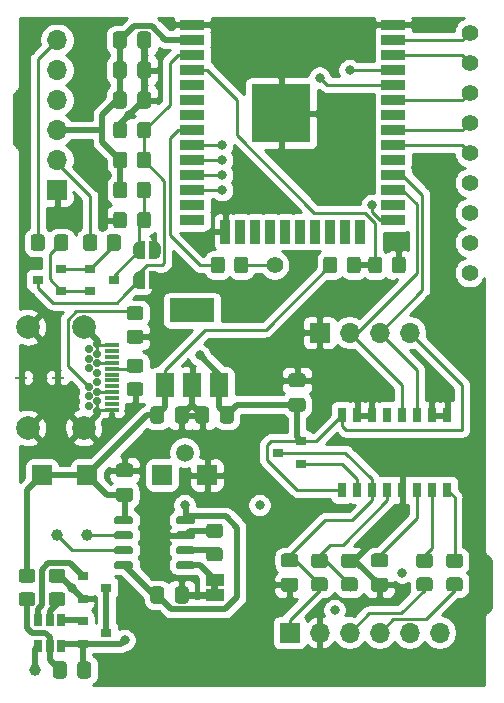
<source format=gbr>
%TF.GenerationSoftware,KiCad,Pcbnew,(5.1.10)-1*%
%TF.CreationDate,2021-12-14T17:34:47+01:00*%
%TF.ProjectId,SmartScale,536d6172-7453-4636-916c-652e6b696361,0.3*%
%TF.SameCoordinates,Original*%
%TF.FileFunction,Copper,L1,Top*%
%TF.FilePolarity,Positive*%
%FSLAX46Y46*%
G04 Gerber Fmt 4.6, Leading zero omitted, Abs format (unit mm)*
G04 Created by KiCad (PCBNEW (5.1.10)-1) date 2021-12-14 17:34:47*
%MOMM*%
%LPD*%
G01*
G04 APERTURE LIST*
%TA.AperFunction,EtchedComponent*%
%ADD10C,0.020000*%
%TD*%
%TA.AperFunction,ComponentPad*%
%ADD11C,1.500000*%
%TD*%
%TA.AperFunction,SMDPad,CuDef*%
%ADD12R,1.000000X0.200000*%
%TD*%
%TA.AperFunction,ComponentPad*%
%ADD13C,2.010000*%
%TD*%
%TA.AperFunction,ComponentPad*%
%ADD14C,0.700000*%
%TD*%
%TA.AperFunction,SMDPad,CuDef*%
%ADD15R,1.200000X0.300000*%
%TD*%
%TA.AperFunction,SMDPad,CuDef*%
%ADD16R,0.900000X0.800000*%
%TD*%
%TA.AperFunction,SMDPad,CuDef*%
%ADD17R,2.000000X0.900000*%
%TD*%
%TA.AperFunction,SMDPad,CuDef*%
%ADD18R,0.900000X2.000000*%
%TD*%
%TA.AperFunction,SMDPad,CuDef*%
%ADD19R,5.000000X5.000000*%
%TD*%
%TA.AperFunction,ComponentPad*%
%ADD20R,1.700000X1.700000*%
%TD*%
%TA.AperFunction,SMDPad,CuDef*%
%ADD21C,1.000000*%
%TD*%
%TA.AperFunction,SMDPad,CuDef*%
%ADD22R,1.500000X1.000000*%
%TD*%
%TA.AperFunction,SMDPad,CuDef*%
%ADD23C,0.020000*%
%TD*%
%TA.AperFunction,SMDPad,CuDef*%
%ADD24R,0.800000X1.300000*%
%TD*%
%TA.AperFunction,ComponentPad*%
%ADD25O,1.700000X1.700000*%
%TD*%
%TA.AperFunction,ComponentPad*%
%ADD26C,1.400000*%
%TD*%
%TA.AperFunction,SMDPad,CuDef*%
%ADD27R,1.500000X2.000000*%
%TD*%
%TA.AperFunction,SMDPad,CuDef*%
%ADD28R,3.800000X2.000000*%
%TD*%
%TA.AperFunction,SMDPad,CuDef*%
%ADD29R,0.650000X1.060000*%
%TD*%
%TA.AperFunction,ViaPad*%
%ADD30C,0.800000*%
%TD*%
%TA.AperFunction,Conductor*%
%ADD31C,0.250000*%
%TD*%
%TA.AperFunction,Conductor*%
%ADD32C,0.500000*%
%TD*%
%TA.AperFunction,Conductor*%
%ADD33C,0.254000*%
%TD*%
%TA.AperFunction,Conductor*%
%ADD34C,0.020000*%
%TD*%
G04 APERTURE END LIST*
D10*
%TO.C,JP1*%
G36*
X157145000Y-138815000D02*
G01*
X157145000Y-139315000D01*
X156545000Y-139315000D01*
X156545000Y-138815000D01*
X157145000Y-138815000D01*
G37*
%TD*%
D11*
%TO.P,REF\u002A\u002A,1*%
%TO.N,+5V*%
X154305000Y-127635000D03*
%TD*%
D12*
%TO.P,IC2,MP2*%
%TO.N,GND*%
X140475000Y-121285000D03*
%TO.P,IC2,MP1*%
X143575000Y-121285000D03*
D13*
%TO.P,IC2,MH4*%
X141025000Y-125555000D03*
%TO.P,IC2,MH3*%
X141025000Y-117015000D03*
%TO.P,IC2,MH2*%
X145755000Y-125555000D03*
%TO.P,IC2,MH1*%
X145755000Y-117015000D03*
D14*
%TO.P,IC2,G2*%
X146905000Y-123285000D03*
%TO.P,IC2,G1*%
X146905000Y-119285000D03*
%TO.P,IC2,B12*%
X146905000Y-118485000D03*
%TO.P,IC2,B11*%
%TO.N,N/C*%
X146205000Y-118885000D03*
%TO.P,IC2,B10*%
X146205000Y-119685000D03*
%TO.P,IC2,B9*%
%TO.N,+5V*%
X146905000Y-120085000D03*
%TO.P,IC2,B8*%
%TO.N,N/C*%
X146205000Y-120485000D03*
%TO.P,IC2,B7*%
X146905000Y-120885000D03*
%TO.P,IC2,B6*%
X146905000Y-121685000D03*
%TO.P,IC2,B5*%
%TO.N,Net-(IC2-PadB5)*%
X146205000Y-122085000D03*
%TO.P,IC2,B4*%
%TO.N,+5V*%
X146905000Y-122485000D03*
%TO.P,IC2,B3*%
%TO.N,N/C*%
X146205000Y-122885000D03*
%TO.P,IC2,B2*%
X146205000Y-123685000D03*
%TO.P,IC2,B1*%
%TO.N,GND*%
X146905000Y-124085000D03*
D15*
%TO.P,IC2,A12*%
X148155000Y-124035000D03*
%TO.P,IC2,A11*%
%TO.N,N/C*%
X148155000Y-123535000D03*
%TO.P,IC2,A10*%
X148155000Y-123035000D03*
%TO.P,IC2,A9*%
%TO.N,+5V*%
X148155000Y-122535000D03*
%TO.P,IC2,A8*%
%TO.N,N/C*%
X148155000Y-122035000D03*
%TO.P,IC2,A7*%
%TO.N,Net-(IC2-PadA7)*%
X148155000Y-121535000D03*
%TO.P,IC2,A6*%
%TO.N,Net-(IC2-PadA6)*%
X148155000Y-121035000D03*
%TO.P,IC2,A5*%
%TO.N,Net-(IC2-PadA5)*%
X148155000Y-120535000D03*
%TO.P,IC2,A4*%
%TO.N,+5V*%
X148155000Y-120035000D03*
%TO.P,IC2,A3*%
%TO.N,N/C*%
X148155000Y-119535000D03*
%TO.P,IC2,A2*%
X148155000Y-119035000D03*
%TO.P,IC2,A1*%
%TO.N,GND*%
X148155000Y-118535000D03*
%TD*%
D16*
%TO.P,Q4,3*%
%TO.N,Net-(Q3-Pad3)*%
X147685000Y-142875000D03*
%TO.P,Q4,2*%
%TO.N,Net-(BAT2-Pad1)*%
X145685000Y-143825000D03*
%TO.P,Q4,1*%
%TO.N,Net-(Q4-Pad1)*%
X145685000Y-141925000D03*
%TD*%
%TO.P,Q3,3*%
%TO.N,Net-(Q3-Pad3)*%
X147685000Y-139065000D03*
%TO.P,Q3,2*%
%TO.N,GND*%
X145685000Y-140015000D03*
%TO.P,Q3,1*%
%TO.N,Net-(Q3-Pad1)*%
X145685000Y-138115000D03*
%TD*%
D17*
%TO.P,U1,38*%
%TO.N,GND*%
X171980000Y-91415000D03*
%TO.P,U1,37*%
%TO.N,Net-(GP23-Pad1)*%
X171980000Y-92685000D03*
%TO.P,U1,36*%
%TO.N,Net-(GP22-Pad1)*%
X171980000Y-93955000D03*
%TO.P,U1,35*%
%TO.N,ESP32_TXD0*%
X171980000Y-95225000D03*
%TO.P,U1,34*%
%TO.N,ESP32_RXD0*%
X171980000Y-96495000D03*
%TO.P,U1,33*%
%TO.N,Net-(GP21-Pad1)*%
X171980000Y-97765000D03*
%TO.P,U1,32*%
%TO.N,N/C*%
X171980000Y-99035000D03*
%TO.P,U1,31*%
%TO.N,Net-(GP19-Pad1)*%
X171980000Y-100305000D03*
%TO.P,U1,30*%
%TO.N,Net-(GP18-Pad1)*%
X171980000Y-101575000D03*
%TO.P,U1,29*%
%TO.N,N/C*%
X171980000Y-102845000D03*
%TO.P,U1,28*%
%TO.N,HX711_SCK*%
X171980000Y-104115000D03*
%TO.P,U1,27*%
%TO.N,HX711_DOUT*%
X171980000Y-105385000D03*
%TO.P,U1,26*%
%TO.N,N/C*%
X171980000Y-106655000D03*
%TO.P,U1,25*%
%TO.N,ESP32_RST*%
X171980000Y-107925000D03*
D18*
%TO.P,U1,24*%
%TO.N,N/C*%
X169195000Y-108925000D03*
%TO.P,U1,23*%
X167925000Y-108925000D03*
%TO.P,U1,22*%
X166655000Y-108925000D03*
%TO.P,U1,21*%
X165385000Y-108925000D03*
%TO.P,U1,20*%
X164115000Y-108925000D03*
%TO.P,U1,19*%
X162845000Y-108925000D03*
%TO.P,U1,18*%
X161575000Y-108925000D03*
%TO.P,U1,17*%
X160305000Y-108925000D03*
%TO.P,U1,16*%
X159035000Y-108925000D03*
%TO.P,U1,15*%
%TO.N,GND*%
X157765000Y-108925000D03*
D17*
%TO.P,U1,14*%
%TO.N,N/C*%
X154980000Y-107925000D03*
%TO.P,U1,13*%
X154980000Y-106655000D03*
%TO.P,U1,12*%
%TO.N,Net-(GP27-Pad1)*%
X154980000Y-105385000D03*
%TO.P,U1,11*%
%TO.N,Net-(GP26-Pad1)*%
X154980000Y-104115000D03*
%TO.P,U1,10*%
%TO.N,Net-(GP25-Pad1)*%
X154980000Y-102845000D03*
%TO.P,U1,9*%
%TO.N,Net-(GP33-Pad1)*%
X154980000Y-101575000D03*
%TO.P,U1,8*%
%TO.N,Net-(R6-Pad2)*%
X154980000Y-100305000D03*
%TO.P,U1,7*%
%TO.N,N/C*%
X154980000Y-99035000D03*
%TO.P,U1,6*%
X154980000Y-97765000D03*
%TO.P,U1,5*%
X154980000Y-96495000D03*
%TO.P,U1,4*%
%TO.N,BatVolt*%
X154980000Y-95225000D03*
%TO.P,U1,3*%
%TO.N,ESP32_EN*%
X154980000Y-93955000D03*
%TO.P,U1,2*%
%TO.N,+3V3*%
X154980000Y-92685000D03*
%TO.P,U1,1*%
%TO.N,GND*%
X154980000Y-91415000D03*
D19*
%TO.P,U1,39*%
X162480000Y-98915000D03*
%TD*%
D20*
%TO.P,BAT2,1*%
%TO.N,Net-(BAT2-Pad1)*%
X152400000Y-129540000D03*
%TD*%
%TO.P,BAT1,1*%
%TO.N,+BATT*%
X146050000Y-129540000D03*
%TD*%
%TO.P,U2,8*%
%TO.N,+5V*%
%TA.AperFunction,SMDPad,CuDef*%
G36*
G01*
X149965000Y-137010000D02*
X149965000Y-137310000D01*
G75*
G02*
X149815000Y-137460000I-150000J0D01*
G01*
X148465000Y-137460000D01*
G75*
G02*
X148315000Y-137310000I0J150000D01*
G01*
X148315000Y-137010000D01*
G75*
G02*
X148465000Y-136860000I150000J0D01*
G01*
X149815000Y-136860000D01*
G75*
G02*
X149965000Y-137010000I0J-150000D01*
G01*
G37*
%TD.AperFunction*%
%TO.P,U2,7*%
%TO.N,Net-(TP5-Pad1)*%
%TA.AperFunction,SMDPad,CuDef*%
G36*
G01*
X149965000Y-135740000D02*
X149965000Y-136040000D01*
G75*
G02*
X149815000Y-136190000I-150000J0D01*
G01*
X148465000Y-136190000D01*
G75*
G02*
X148315000Y-136040000I0J150000D01*
G01*
X148315000Y-135740000D01*
G75*
G02*
X148465000Y-135590000I150000J0D01*
G01*
X149815000Y-135590000D01*
G75*
G02*
X149965000Y-135740000I0J-150000D01*
G01*
G37*
%TD.AperFunction*%
%TO.P,U2,6*%
%TO.N,Net-(TP6-Pad1)*%
%TA.AperFunction,SMDPad,CuDef*%
G36*
G01*
X149965000Y-134470000D02*
X149965000Y-134770000D01*
G75*
G02*
X149815000Y-134920000I-150000J0D01*
G01*
X148465000Y-134920000D01*
G75*
G02*
X148315000Y-134770000I0J150000D01*
G01*
X148315000Y-134470000D01*
G75*
G02*
X148465000Y-134320000I150000J0D01*
G01*
X149815000Y-134320000D01*
G75*
G02*
X149965000Y-134470000I0J-150000D01*
G01*
G37*
%TD.AperFunction*%
%TO.P,U2,5*%
%TO.N,+BATT*%
%TA.AperFunction,SMDPad,CuDef*%
G36*
G01*
X149965000Y-133200000D02*
X149965000Y-133500000D01*
G75*
G02*
X149815000Y-133650000I-150000J0D01*
G01*
X148465000Y-133650000D01*
G75*
G02*
X148315000Y-133500000I0J150000D01*
G01*
X148315000Y-133200000D01*
G75*
G02*
X148465000Y-133050000I150000J0D01*
G01*
X149815000Y-133050000D01*
G75*
G02*
X149965000Y-133200000I0J-150000D01*
G01*
G37*
%TD.AperFunction*%
%TO.P,U2,4*%
%TO.N,+5V*%
%TA.AperFunction,SMDPad,CuDef*%
G36*
G01*
X155215000Y-133200000D02*
X155215000Y-133500000D01*
G75*
G02*
X155065000Y-133650000I-150000J0D01*
G01*
X153715000Y-133650000D01*
G75*
G02*
X153565000Y-133500000I0J150000D01*
G01*
X153565000Y-133200000D01*
G75*
G02*
X153715000Y-133050000I150000J0D01*
G01*
X155065000Y-133050000D01*
G75*
G02*
X155215000Y-133200000I0J-150000D01*
G01*
G37*
%TD.AperFunction*%
%TO.P,U2,3*%
%TO.N,GND*%
%TA.AperFunction,SMDPad,CuDef*%
G36*
G01*
X155215000Y-134470000D02*
X155215000Y-134770000D01*
G75*
G02*
X155065000Y-134920000I-150000J0D01*
G01*
X153715000Y-134920000D01*
G75*
G02*
X153565000Y-134770000I0J150000D01*
G01*
X153565000Y-134470000D01*
G75*
G02*
X153715000Y-134320000I150000J0D01*
G01*
X155065000Y-134320000D01*
G75*
G02*
X155215000Y-134470000I0J-150000D01*
G01*
G37*
%TD.AperFunction*%
%TO.P,U2,2*%
%TO.N,Net-(R7-Pad1)*%
%TA.AperFunction,SMDPad,CuDef*%
G36*
G01*
X155215000Y-135740000D02*
X155215000Y-136040000D01*
G75*
G02*
X155065000Y-136190000I-150000J0D01*
G01*
X153715000Y-136190000D01*
G75*
G02*
X153565000Y-136040000I0J150000D01*
G01*
X153565000Y-135740000D01*
G75*
G02*
X153715000Y-135590000I150000J0D01*
G01*
X155065000Y-135590000D01*
G75*
G02*
X155215000Y-135740000I0J-150000D01*
G01*
G37*
%TD.AperFunction*%
%TO.P,U2,1*%
%TO.N,Net-(JP1-Pad1)*%
%TA.AperFunction,SMDPad,CuDef*%
G36*
G01*
X155215000Y-137010000D02*
X155215000Y-137310000D01*
G75*
G02*
X155065000Y-137460000I-150000J0D01*
G01*
X153715000Y-137460000D01*
G75*
G02*
X153565000Y-137310000I0J150000D01*
G01*
X153565000Y-137010000D01*
G75*
G02*
X153715000Y-136860000I150000J0D01*
G01*
X155065000Y-136860000D01*
G75*
G02*
X155215000Y-137010000I0J-150000D01*
G01*
G37*
%TD.AperFunction*%
%TD*%
D21*
%TO.P,TP6,1*%
%TO.N,Net-(TP6-Pad1)*%
X146050000Y-134620000D03*
%TD*%
%TO.P,TP5,1*%
%TO.N,Net-(TP5-Pad1)*%
X143510000Y-134620000D03*
%TD*%
D20*
%TO.P,TP11,1*%
%TO.N,GND*%
X156210000Y-129540000D03*
%TD*%
%TO.P,TP10,1*%
%TO.N,+BATT*%
X142240000Y-129540000D03*
%TD*%
%TO.P,R7,2*%
%TO.N,GND*%
%TA.AperFunction,SMDPad,CuDef*%
G36*
G01*
X157295001Y-134855000D02*
X156394999Y-134855000D01*
G75*
G02*
X156145000Y-134605001I0J249999D01*
G01*
X156145000Y-133904999D01*
G75*
G02*
X156394999Y-133655000I249999J0D01*
G01*
X157295001Y-133655000D01*
G75*
G02*
X157545000Y-133904999I0J-249999D01*
G01*
X157545000Y-134605001D01*
G75*
G02*
X157295001Y-134855000I-249999J0D01*
G01*
G37*
%TD.AperFunction*%
%TO.P,R7,1*%
%TO.N,Net-(R7-Pad1)*%
%TA.AperFunction,SMDPad,CuDef*%
G36*
G01*
X157295001Y-136855000D02*
X156394999Y-136855000D01*
G75*
G02*
X156145000Y-136605001I0J249999D01*
G01*
X156145000Y-135904999D01*
G75*
G02*
X156394999Y-135655000I249999J0D01*
G01*
X157295001Y-135655000D01*
G75*
G02*
X157545000Y-135904999I0J-249999D01*
G01*
X157545000Y-136605001D01*
G75*
G02*
X157295001Y-136855000I-249999J0D01*
G01*
G37*
%TD.AperFunction*%
%TD*%
%TO.P,R2,1*%
%TO.N,Net-(Q1-Pad2)*%
%TA.AperFunction,SMDPad,CuDef*%
G36*
G01*
X144475000Y-109404999D02*
X144475000Y-110305001D01*
G75*
G02*
X144225001Y-110555000I-249999J0D01*
G01*
X143524999Y-110555000D01*
G75*
G02*
X143275000Y-110305001I0J249999D01*
G01*
X143275000Y-109404999D01*
G75*
G02*
X143524999Y-109155000I249999J0D01*
G01*
X144225001Y-109155000D01*
G75*
G02*
X144475000Y-109404999I0J-249999D01*
G01*
G37*
%TD.AperFunction*%
%TO.P,R2,2*%
%TO.N,/DTR*%
%TA.AperFunction,SMDPad,CuDef*%
G36*
G01*
X142475000Y-109404999D02*
X142475000Y-110305001D01*
G75*
G02*
X142225001Y-110555000I-249999J0D01*
G01*
X141524999Y-110555000D01*
G75*
G02*
X141275000Y-110305001I0J249999D01*
G01*
X141275000Y-109404999D01*
G75*
G02*
X141524999Y-109155000I249999J0D01*
G01*
X142225001Y-109155000D01*
G75*
G02*
X142475000Y-109404999I0J-249999D01*
G01*
G37*
%TD.AperFunction*%
%TD*%
%TO.P,R1,1*%
%TO.N,Net-(Q1-Pad1)*%
%TA.AperFunction,SMDPad,CuDef*%
G36*
G01*
X148920000Y-109404999D02*
X148920000Y-110305001D01*
G75*
G02*
X148670001Y-110555000I-249999J0D01*
G01*
X147969999Y-110555000D01*
G75*
G02*
X147720000Y-110305001I0J249999D01*
G01*
X147720000Y-109404999D01*
G75*
G02*
X147969999Y-109155000I249999J0D01*
G01*
X148670001Y-109155000D01*
G75*
G02*
X148920000Y-109404999I0J-249999D01*
G01*
G37*
%TD.AperFunction*%
%TO.P,R1,2*%
%TO.N,/RTS*%
%TA.AperFunction,SMDPad,CuDef*%
G36*
G01*
X146920000Y-109404999D02*
X146920000Y-110305001D01*
G75*
G02*
X146670001Y-110555000I-249999J0D01*
G01*
X145969999Y-110555000D01*
G75*
G02*
X145720000Y-110305001I0J249999D01*
G01*
X145720000Y-109404999D01*
G75*
G02*
X145969999Y-109155000I249999J0D01*
G01*
X146670001Y-109155000D01*
G75*
G02*
X146920000Y-109404999I0J-249999D01*
G01*
G37*
%TD.AperFunction*%
%TD*%
D22*
%TO.P,JP1,2*%
%TO.N,GND*%
X156845000Y-139715000D03*
%TO.P,JP1,1*%
%TO.N,Net-(JP1-Pad1)*%
X156845000Y-138415000D03*
%TD*%
%TO.P,C6,2*%
%TO.N,+BATT*%
%TA.AperFunction,SMDPad,CuDef*%
G36*
G01*
X148750000Y-130625000D02*
X149700000Y-130625000D01*
G75*
G02*
X149950000Y-130875000I0J-250000D01*
G01*
X149950000Y-131550000D01*
G75*
G02*
X149700000Y-131800000I-250000J0D01*
G01*
X148750000Y-131800000D01*
G75*
G02*
X148500000Y-131550000I0J250000D01*
G01*
X148500000Y-130875000D01*
G75*
G02*
X148750000Y-130625000I250000J0D01*
G01*
G37*
%TD.AperFunction*%
%TO.P,C6,1*%
%TO.N,GND*%
%TA.AperFunction,SMDPad,CuDef*%
G36*
G01*
X148750000Y-128550000D02*
X149700000Y-128550000D01*
G75*
G02*
X149950000Y-128800000I0J-250000D01*
G01*
X149950000Y-129475000D01*
G75*
G02*
X149700000Y-129725000I-250000J0D01*
G01*
X148750000Y-129725000D01*
G75*
G02*
X148500000Y-129475000I0J250000D01*
G01*
X148500000Y-128800000D01*
G75*
G02*
X148750000Y-128550000I250000J0D01*
G01*
G37*
%TD.AperFunction*%
%TD*%
%TO.P,C5,2*%
%TO.N,+5V*%
%TA.AperFunction,SMDPad,CuDef*%
G36*
G01*
X152585000Y-139225000D02*
X152585000Y-140175000D01*
G75*
G02*
X152335000Y-140425000I-250000J0D01*
G01*
X151660000Y-140425000D01*
G75*
G02*
X151410000Y-140175000I0J250000D01*
G01*
X151410000Y-139225000D01*
G75*
G02*
X151660000Y-138975000I250000J0D01*
G01*
X152335000Y-138975000D01*
G75*
G02*
X152585000Y-139225000I0J-250000D01*
G01*
G37*
%TD.AperFunction*%
%TO.P,C5,1*%
%TO.N,GND*%
%TA.AperFunction,SMDPad,CuDef*%
G36*
G01*
X154660000Y-139225000D02*
X154660000Y-140175000D01*
G75*
G02*
X154410000Y-140425000I-250000J0D01*
G01*
X153735000Y-140425000D01*
G75*
G02*
X153485000Y-140175000I0J250000D01*
G01*
X153485000Y-139225000D01*
G75*
G02*
X153735000Y-138975000I250000J0D01*
G01*
X154410000Y-138975000D01*
G75*
G02*
X154660000Y-139225000I0J-250000D01*
G01*
G37*
%TD.AperFunction*%
%TD*%
D16*
%TO.P,Q2,1*%
%TO.N,Net-(Q1-Pad2)*%
X143875000Y-113980000D03*
%TO.P,Q2,2*%
%TO.N,Net-(Q1-Pad1)*%
X143875000Y-112080000D03*
%TO.P,Q2,3*%
%TO.N,ESP32_EN*%
X141875000Y-113030000D03*
%TD*%
%TO.P,Q1,1*%
%TO.N,Net-(Q1-Pad1)*%
X146320000Y-112080000D03*
%TO.P,Q1,2*%
%TO.N,Net-(Q1-Pad2)*%
X146320000Y-113980000D03*
%TO.P,Q1,3*%
%TO.N,ESP32_RST*%
X148320000Y-113030000D03*
%TD*%
%TO.P,C7,2*%
%TO.N,GND*%
%TA.AperFunction,SMDPad,CuDef*%
G36*
G01*
X149410000Y-107499999D02*
X149410000Y-108400001D01*
G75*
G02*
X149160001Y-108650000I-249999J0D01*
G01*
X148509999Y-108650000D01*
G75*
G02*
X148260000Y-108400001I0J249999D01*
G01*
X148260000Y-107499999D01*
G75*
G02*
X148509999Y-107250000I249999J0D01*
G01*
X149160001Y-107250000D01*
G75*
G02*
X149410000Y-107499999I0J-249999D01*
G01*
G37*
%TD.AperFunction*%
%TO.P,C7,1*%
%TO.N,ESP32_RST*%
%TA.AperFunction,SMDPad,CuDef*%
G36*
G01*
X151460000Y-107499999D02*
X151460000Y-108400001D01*
G75*
G02*
X151210001Y-108650000I-249999J0D01*
G01*
X150559999Y-108650000D01*
G75*
G02*
X150310000Y-108400001I0J249999D01*
G01*
X150310000Y-107499999D01*
G75*
G02*
X150559999Y-107250000I249999J0D01*
G01*
X151210001Y-107250000D01*
G75*
G02*
X151460000Y-107499999I0J-249999D01*
G01*
G37*
%TD.AperFunction*%
%TD*%
%TO.P,C4,2*%
%TO.N,GND*%
%TA.AperFunction,SMDPad,CuDef*%
G36*
G01*
X149410000Y-99879999D02*
X149410000Y-100780001D01*
G75*
G02*
X149160001Y-101030000I-249999J0D01*
G01*
X148509999Y-101030000D01*
G75*
G02*
X148260000Y-100780001I0J249999D01*
G01*
X148260000Y-99879999D01*
G75*
G02*
X148509999Y-99630000I249999J0D01*
G01*
X149160001Y-99630000D01*
G75*
G02*
X149410000Y-99879999I0J-249999D01*
G01*
G37*
%TD.AperFunction*%
%TO.P,C4,1*%
%TO.N,ESP32_EN*%
%TA.AperFunction,SMDPad,CuDef*%
G36*
G01*
X151460000Y-99879999D02*
X151460000Y-100780001D01*
G75*
G02*
X151210001Y-101030000I-249999J0D01*
G01*
X150559999Y-101030000D01*
G75*
G02*
X150310000Y-100780001I0J249999D01*
G01*
X150310000Y-99879999D01*
G75*
G02*
X150559999Y-99630000I249999J0D01*
G01*
X151210001Y-99630000D01*
G75*
G02*
X151460000Y-99879999I0J-249999D01*
G01*
G37*
%TD.AperFunction*%
%TD*%
%TO.P,R5,2*%
%TO.N,Net-(IC2-PadB5)*%
%TA.AperFunction,SMDPad,CuDef*%
G36*
G01*
X150564001Y-116440000D02*
X149663999Y-116440000D01*
G75*
G02*
X149414000Y-116190001I0J249999D01*
G01*
X149414000Y-115489999D01*
G75*
G02*
X149663999Y-115240000I249999J0D01*
G01*
X150564001Y-115240000D01*
G75*
G02*
X150814000Y-115489999I0J-249999D01*
G01*
X150814000Y-116190001D01*
G75*
G02*
X150564001Y-116440000I-249999J0D01*
G01*
G37*
%TD.AperFunction*%
%TO.P,R5,1*%
%TO.N,GND*%
%TA.AperFunction,SMDPad,CuDef*%
G36*
G01*
X150564001Y-118440000D02*
X149663999Y-118440000D01*
G75*
G02*
X149414000Y-118190001I0J249999D01*
G01*
X149414000Y-117489999D01*
G75*
G02*
X149663999Y-117240000I249999J0D01*
G01*
X150564001Y-117240000D01*
G75*
G02*
X150814000Y-117489999I0J-249999D01*
G01*
X150814000Y-118190001D01*
G75*
G02*
X150564001Y-118440000I-249999J0D01*
G01*
G37*
%TD.AperFunction*%
%TD*%
%TO.P,R4,2*%
%TO.N,GND*%
%TA.AperFunction,SMDPad,CuDef*%
G36*
G01*
X149663999Y-121685000D02*
X150564001Y-121685000D01*
G75*
G02*
X150814000Y-121934999I0J-249999D01*
G01*
X150814000Y-122635001D01*
G75*
G02*
X150564001Y-122885000I-249999J0D01*
G01*
X149663999Y-122885000D01*
G75*
G02*
X149414000Y-122635001I0J249999D01*
G01*
X149414000Y-121934999D01*
G75*
G02*
X149663999Y-121685000I249999J0D01*
G01*
G37*
%TD.AperFunction*%
%TO.P,R4,1*%
%TO.N,Net-(IC2-PadA5)*%
%TA.AperFunction,SMDPad,CuDef*%
G36*
G01*
X149663999Y-119685000D02*
X150564001Y-119685000D01*
G75*
G02*
X150814000Y-119934999I0J-249999D01*
G01*
X150814000Y-120635001D01*
G75*
G02*
X150564001Y-120885000I-249999J0D01*
G01*
X149663999Y-120885000D01*
G75*
G02*
X149414000Y-120635001I0J249999D01*
G01*
X149414000Y-119934999D01*
G75*
G02*
X149663999Y-119685000I249999J0D01*
G01*
G37*
%TD.AperFunction*%
%TD*%
%TA.AperFunction,SMDPad,CuDef*%
D23*
%TO.P,SW1,1*%
%TO.N,GND*%
G36*
X151280000Y-112280000D02*
G01*
X151780000Y-112280000D01*
X151780000Y-112280602D01*
X151804534Y-112280602D01*
X151853365Y-112285412D01*
X151901490Y-112294984D01*
X151948445Y-112309228D01*
X151993778Y-112328005D01*
X152037051Y-112351136D01*
X152077850Y-112378396D01*
X152115779Y-112409524D01*
X152150476Y-112444221D01*
X152181604Y-112482150D01*
X152208864Y-112522949D01*
X152231995Y-112566222D01*
X152250772Y-112611555D01*
X152265016Y-112658510D01*
X152274588Y-112706635D01*
X152279398Y-112755466D01*
X152279398Y-112780000D01*
X152280000Y-112780000D01*
X152280000Y-113280000D01*
X152279398Y-113280000D01*
X152279398Y-113304534D01*
X152274588Y-113353365D01*
X152265016Y-113401490D01*
X152250772Y-113448445D01*
X152231995Y-113493778D01*
X152208864Y-113537051D01*
X152181604Y-113577850D01*
X152150476Y-113615779D01*
X152115779Y-113650476D01*
X152077850Y-113681604D01*
X152037051Y-113708864D01*
X151993778Y-113731995D01*
X151948445Y-113750772D01*
X151901490Y-113765016D01*
X151853365Y-113774588D01*
X151804534Y-113779398D01*
X151780000Y-113779398D01*
X151780000Y-113780000D01*
X151280000Y-113780000D01*
X151280000Y-112280000D01*
G37*
%TD.AperFunction*%
%TA.AperFunction,SMDPad,CuDef*%
%TO.P,SW1,2*%
%TO.N,ESP32_EN*%
G36*
X150480000Y-113779398D02*
G01*
X150455466Y-113779398D01*
X150406635Y-113774588D01*
X150358510Y-113765016D01*
X150311555Y-113750772D01*
X150266222Y-113731995D01*
X150222949Y-113708864D01*
X150182150Y-113681604D01*
X150144221Y-113650476D01*
X150109524Y-113615779D01*
X150078396Y-113577850D01*
X150051136Y-113537051D01*
X150028005Y-113493778D01*
X150009228Y-113448445D01*
X149994984Y-113401490D01*
X149985412Y-113353365D01*
X149980602Y-113304534D01*
X149980602Y-113280000D01*
X149980000Y-113280000D01*
X149980000Y-112780000D01*
X149980602Y-112780000D01*
X149980602Y-112755466D01*
X149985412Y-112706635D01*
X149994984Y-112658510D01*
X150009228Y-112611555D01*
X150028005Y-112566222D01*
X150051136Y-112522949D01*
X150078396Y-112482150D01*
X150109524Y-112444221D01*
X150144221Y-112409524D01*
X150182150Y-112378396D01*
X150222949Y-112351136D01*
X150266222Y-112328005D01*
X150311555Y-112309228D01*
X150358510Y-112294984D01*
X150406635Y-112285412D01*
X150455466Y-112280602D01*
X150480000Y-112280602D01*
X150480000Y-112280000D01*
X150980000Y-112280000D01*
X150980000Y-113780000D01*
X150480000Y-113780000D01*
X150480000Y-113779398D01*
G37*
%TD.AperFunction*%
%TD*%
%TO.P,R6,2*%
%TO.N,Net-(R6-Pad2)*%
%TA.AperFunction,SMDPad,CuDef*%
G36*
G01*
X157715000Y-111309999D02*
X157715000Y-112210001D01*
G75*
G02*
X157465001Y-112460000I-249999J0D01*
G01*
X156764999Y-112460000D01*
G75*
G02*
X156515000Y-112210001I0J249999D01*
G01*
X156515000Y-111309999D01*
G75*
G02*
X156764999Y-111060000I249999J0D01*
G01*
X157465001Y-111060000D01*
G75*
G02*
X157715000Y-111309999I0J-249999D01*
G01*
G37*
%TD.AperFunction*%
%TO.P,R6,1*%
%TO.N,Net-(R6-Pad1)*%
%TA.AperFunction,SMDPad,CuDef*%
G36*
G01*
X159715000Y-111309999D02*
X159715000Y-112210001D01*
G75*
G02*
X159465001Y-112460000I-249999J0D01*
G01*
X158764999Y-112460000D01*
G75*
G02*
X158515000Y-112210001I0J249999D01*
G01*
X158515000Y-111309999D01*
G75*
G02*
X158764999Y-111060000I249999J0D01*
G01*
X159465001Y-111060000D01*
G75*
G02*
X159715000Y-111309999I0J-249999D01*
G01*
G37*
%TD.AperFunction*%
%TD*%
%TO.P,R14,1*%
%TO.N,BatVolt*%
%TA.AperFunction,SMDPad,CuDef*%
G36*
G01*
X169240000Y-111309999D02*
X169240000Y-112210001D01*
G75*
G02*
X168990001Y-112460000I-249999J0D01*
G01*
X168289999Y-112460000D01*
G75*
G02*
X168040000Y-112210001I0J249999D01*
G01*
X168040000Y-111309999D01*
G75*
G02*
X168289999Y-111060000I249999J0D01*
G01*
X168990001Y-111060000D01*
G75*
G02*
X169240000Y-111309999I0J-249999D01*
G01*
G37*
%TD.AperFunction*%
%TO.P,R14,2*%
%TO.N,+BATT*%
%TA.AperFunction,SMDPad,CuDef*%
G36*
G01*
X167240000Y-111309999D02*
X167240000Y-112210001D01*
G75*
G02*
X166990001Y-112460000I-249999J0D01*
G01*
X166289999Y-112460000D01*
G75*
G02*
X166040000Y-112210001I0J249999D01*
G01*
X166040000Y-111309999D01*
G75*
G02*
X166289999Y-111060000I249999J0D01*
G01*
X166990001Y-111060000D01*
G75*
G02*
X167240000Y-111309999I0J-249999D01*
G01*
G37*
%TD.AperFunction*%
%TD*%
%TO.P,R13,2*%
%TO.N,BatVolt*%
%TA.AperFunction,SMDPad,CuDef*%
G36*
G01*
X171050000Y-111309999D02*
X171050000Y-112210001D01*
G75*
G02*
X170800001Y-112460000I-249999J0D01*
G01*
X170099999Y-112460000D01*
G75*
G02*
X169850000Y-112210001I0J249999D01*
G01*
X169850000Y-111309999D01*
G75*
G02*
X170099999Y-111060000I249999J0D01*
G01*
X170800001Y-111060000D01*
G75*
G02*
X171050000Y-111309999I0J-249999D01*
G01*
G37*
%TD.AperFunction*%
%TO.P,R13,1*%
%TO.N,GND*%
%TA.AperFunction,SMDPad,CuDef*%
G36*
G01*
X173050000Y-111309999D02*
X173050000Y-112210001D01*
G75*
G02*
X172800001Y-112460000I-249999J0D01*
G01*
X172099999Y-112460000D01*
G75*
G02*
X171850000Y-112210001I0J249999D01*
G01*
X171850000Y-111309999D01*
G75*
G02*
X172099999Y-111060000I249999J0D01*
G01*
X172800001Y-111060000D01*
G75*
G02*
X173050000Y-111309999I0J-249999D01*
G01*
G37*
%TD.AperFunction*%
%TD*%
%TO.P,R12,1*%
%TO.N,+BATT*%
%TA.AperFunction,SMDPad,CuDef*%
G36*
G01*
X140519999Y-137465000D02*
X141420001Y-137465000D01*
G75*
G02*
X141670000Y-137714999I0J-249999D01*
G01*
X141670000Y-138415001D01*
G75*
G02*
X141420001Y-138665000I-249999J0D01*
G01*
X140519999Y-138665000D01*
G75*
G02*
X140270000Y-138415001I0J249999D01*
G01*
X140270000Y-137714999D01*
G75*
G02*
X140519999Y-137465000I249999J0D01*
G01*
G37*
%TD.AperFunction*%
%TO.P,R12,2*%
%TO.N,Net-(C8-Pad2)*%
%TA.AperFunction,SMDPad,CuDef*%
G36*
G01*
X140519999Y-139465000D02*
X141420001Y-139465000D01*
G75*
G02*
X141670000Y-139714999I0J-249999D01*
G01*
X141670000Y-140415001D01*
G75*
G02*
X141420001Y-140665000I-249999J0D01*
G01*
X140519999Y-140665000D01*
G75*
G02*
X140270000Y-140415001I0J249999D01*
G01*
X140270000Y-139714999D01*
G75*
G02*
X140519999Y-139465000I249999J0D01*
G01*
G37*
%TD.AperFunction*%
%TD*%
%TO.P,R9,1*%
%TO.N,GND*%
%TA.AperFunction,SMDPad,CuDef*%
G36*
G01*
X143059999Y-137465000D02*
X143960001Y-137465000D01*
G75*
G02*
X144210000Y-137714999I0J-249999D01*
G01*
X144210000Y-138415001D01*
G75*
G02*
X143960001Y-138665000I-249999J0D01*
G01*
X143059999Y-138665000D01*
G75*
G02*
X142810000Y-138415001I0J249999D01*
G01*
X142810000Y-137714999D01*
G75*
G02*
X143059999Y-137465000I249999J0D01*
G01*
G37*
%TD.AperFunction*%
%TO.P,R9,2*%
%TO.N,Net-(R9-Pad2)*%
%TA.AperFunction,SMDPad,CuDef*%
G36*
G01*
X143059999Y-139465000D02*
X143960001Y-139465000D01*
G75*
G02*
X144210000Y-139714999I0J-249999D01*
G01*
X144210000Y-140415001D01*
G75*
G02*
X143960001Y-140665000I-249999J0D01*
G01*
X143059999Y-140665000D01*
G75*
G02*
X142810000Y-140415001I0J249999D01*
G01*
X142810000Y-139714999D01*
G75*
G02*
X143059999Y-139465000I249999J0D01*
G01*
G37*
%TD.AperFunction*%
%TD*%
%TO.P,R8,2*%
%TO.N,ESP32_RST*%
%TA.AperFunction,SMDPad,CuDef*%
G36*
G01*
X150260000Y-105860001D02*
X150260000Y-104959999D01*
G75*
G02*
X150509999Y-104710000I249999J0D01*
G01*
X151210001Y-104710000D01*
G75*
G02*
X151460000Y-104959999I0J-249999D01*
G01*
X151460000Y-105860001D01*
G75*
G02*
X151210001Y-106110000I-249999J0D01*
G01*
X150509999Y-106110000D01*
G75*
G02*
X150260000Y-105860001I0J249999D01*
G01*
G37*
%TD.AperFunction*%
%TO.P,R8,1*%
%TO.N,+3V3*%
%TA.AperFunction,SMDPad,CuDef*%
G36*
G01*
X148260000Y-105860001D02*
X148260000Y-104959999D01*
G75*
G02*
X148509999Y-104710000I249999J0D01*
G01*
X149210001Y-104710000D01*
G75*
G02*
X149460000Y-104959999I0J-249999D01*
G01*
X149460000Y-105860001D01*
G75*
G02*
X149210001Y-106110000I-249999J0D01*
G01*
X148509999Y-106110000D01*
G75*
G02*
X148260000Y-105860001I0J249999D01*
G01*
G37*
%TD.AperFunction*%
%TD*%
%TO.P,R3,2*%
%TO.N,ESP32_EN*%
%TA.AperFunction,SMDPad,CuDef*%
G36*
G01*
X150260000Y-103320001D02*
X150260000Y-102419999D01*
G75*
G02*
X150509999Y-102170000I249999J0D01*
G01*
X151210001Y-102170000D01*
G75*
G02*
X151460000Y-102419999I0J-249999D01*
G01*
X151460000Y-103320001D01*
G75*
G02*
X151210001Y-103570000I-249999J0D01*
G01*
X150509999Y-103570000D01*
G75*
G02*
X150260000Y-103320001I0J249999D01*
G01*
G37*
%TD.AperFunction*%
%TO.P,R3,1*%
%TO.N,+3V3*%
%TA.AperFunction,SMDPad,CuDef*%
G36*
G01*
X148260000Y-103320001D02*
X148260000Y-102419999D01*
G75*
G02*
X148509999Y-102170000I249999J0D01*
G01*
X149210001Y-102170000D01*
G75*
G02*
X149460000Y-102419999I0J-249999D01*
G01*
X149460000Y-103320001D01*
G75*
G02*
X149210001Y-103570000I-249999J0D01*
G01*
X148509999Y-103570000D01*
G75*
G02*
X148260000Y-103320001I0J249999D01*
G01*
G37*
%TD.AperFunction*%
%TD*%
%TO.P,R16,2*%
%TO.N,GND*%
%TA.AperFunction,SMDPad,CuDef*%
G36*
G01*
X168725001Y-137395000D02*
X167824999Y-137395000D01*
G75*
G02*
X167575000Y-137145001I0J249999D01*
G01*
X167575000Y-136444999D01*
G75*
G02*
X167824999Y-136195000I249999J0D01*
G01*
X168725001Y-136195000D01*
G75*
G02*
X168975000Y-136444999I0J-249999D01*
G01*
X168975000Y-137145001D01*
G75*
G02*
X168725001Y-137395000I-249999J0D01*
G01*
G37*
%TD.AperFunction*%
%TO.P,R16,1*%
%TO.N,Net-(IC1-Pad4)*%
%TA.AperFunction,SMDPad,CuDef*%
G36*
G01*
X168725001Y-139395000D02*
X167824999Y-139395000D01*
G75*
G02*
X167575000Y-139145001I0J249999D01*
G01*
X167575000Y-138444999D01*
G75*
G02*
X167824999Y-138195000I249999J0D01*
G01*
X168725001Y-138195000D01*
G75*
G02*
X168975000Y-138444999I0J-249999D01*
G01*
X168975000Y-139145001D01*
G75*
G02*
X168725001Y-139395000I-249999J0D01*
G01*
G37*
%TD.AperFunction*%
%TD*%
%TO.P,R15,2*%
%TO.N,Net-(IC1-Pad4)*%
%TA.AperFunction,SMDPad,CuDef*%
G36*
G01*
X166185001Y-137395000D02*
X165284999Y-137395000D01*
G75*
G02*
X165035000Y-137145001I0J249999D01*
G01*
X165035000Y-136444999D01*
G75*
G02*
X165284999Y-136195000I249999J0D01*
G01*
X166185001Y-136195000D01*
G75*
G02*
X166435000Y-136444999I0J-249999D01*
G01*
X166435000Y-137145001D01*
G75*
G02*
X166185001Y-137395000I-249999J0D01*
G01*
G37*
%TD.AperFunction*%
%TO.P,R15,1*%
%TO.N,/E+*%
%TA.AperFunction,SMDPad,CuDef*%
G36*
G01*
X166185001Y-139395000D02*
X165284999Y-139395000D01*
G75*
G02*
X165035000Y-139145001I0J249999D01*
G01*
X165035000Y-138444999D01*
G75*
G02*
X165284999Y-138195000I249999J0D01*
G01*
X166185001Y-138195000D01*
G75*
G02*
X166435000Y-138444999I0J-249999D01*
G01*
X166435000Y-139145001D01*
G75*
G02*
X166185001Y-139395000I-249999J0D01*
G01*
G37*
%TD.AperFunction*%
%TD*%
%TO.P,R11,2*%
%TO.N,Net-(IC1-Pad7)*%
%TA.AperFunction,SMDPad,CuDef*%
G36*
G01*
X175075001Y-137395000D02*
X174174999Y-137395000D01*
G75*
G02*
X173925000Y-137145001I0J249999D01*
G01*
X173925000Y-136444999D01*
G75*
G02*
X174174999Y-136195000I249999J0D01*
G01*
X175075001Y-136195000D01*
G75*
G02*
X175325000Y-136444999I0J-249999D01*
G01*
X175325000Y-137145001D01*
G75*
G02*
X175075001Y-137395000I-249999J0D01*
G01*
G37*
%TD.AperFunction*%
%TO.P,R11,1*%
%TO.N,/A-*%
%TA.AperFunction,SMDPad,CuDef*%
G36*
G01*
X175075001Y-139395000D02*
X174174999Y-139395000D01*
G75*
G02*
X173925000Y-139145001I0J249999D01*
G01*
X173925000Y-138444999D01*
G75*
G02*
X174174999Y-138195000I249999J0D01*
G01*
X175075001Y-138195000D01*
G75*
G02*
X175325000Y-138444999I0J-249999D01*
G01*
X175325000Y-139145001D01*
G75*
G02*
X175075001Y-139395000I-249999J0D01*
G01*
G37*
%TD.AperFunction*%
%TD*%
%TO.P,R10,2*%
%TO.N,Net-(IC1-Pad8)*%
%TA.AperFunction,SMDPad,CuDef*%
G36*
G01*
X177615001Y-137395000D02*
X176714999Y-137395000D01*
G75*
G02*
X176465000Y-137145001I0J249999D01*
G01*
X176465000Y-136444999D01*
G75*
G02*
X176714999Y-136195000I249999J0D01*
G01*
X177615001Y-136195000D01*
G75*
G02*
X177865000Y-136444999I0J-249999D01*
G01*
X177865000Y-137145001D01*
G75*
G02*
X177615001Y-137395000I-249999J0D01*
G01*
G37*
%TD.AperFunction*%
%TO.P,R10,1*%
%TO.N,/A+*%
%TA.AperFunction,SMDPad,CuDef*%
G36*
G01*
X177615001Y-139395000D02*
X176714999Y-139395000D01*
G75*
G02*
X176465000Y-139145001I0J249999D01*
G01*
X176465000Y-138444999D01*
G75*
G02*
X176714999Y-138195000I249999J0D01*
G01*
X177615001Y-138195000D01*
G75*
G02*
X177865000Y-138444999I0J-249999D01*
G01*
X177865000Y-139145001D01*
G75*
G02*
X177615001Y-139395000I-249999J0D01*
G01*
G37*
%TD.AperFunction*%
%TD*%
%TO.P,C3,2*%
%TO.N,GND*%
%TA.AperFunction,SMDPad,CuDef*%
G36*
G01*
X150310000Y-98265000D02*
X150310000Y-97315000D01*
G75*
G02*
X150560000Y-97065000I250000J0D01*
G01*
X151235000Y-97065000D01*
G75*
G02*
X151485000Y-97315000I0J-250000D01*
G01*
X151485000Y-98265000D01*
G75*
G02*
X151235000Y-98515000I-250000J0D01*
G01*
X150560000Y-98515000D01*
G75*
G02*
X150310000Y-98265000I0J250000D01*
G01*
G37*
%TD.AperFunction*%
%TO.P,C3,1*%
%TO.N,+3V3*%
%TA.AperFunction,SMDPad,CuDef*%
G36*
G01*
X148235000Y-98265000D02*
X148235000Y-97315000D01*
G75*
G02*
X148485000Y-97065000I250000J0D01*
G01*
X149160000Y-97065000D01*
G75*
G02*
X149410000Y-97315000I0J-250000D01*
G01*
X149410000Y-98265000D01*
G75*
G02*
X149160000Y-98515000I-250000J0D01*
G01*
X148485000Y-98515000D01*
G75*
G02*
X148235000Y-98265000I0J250000D01*
G01*
G37*
%TD.AperFunction*%
%TD*%
%TO.P,C13,2*%
%TO.N,GND*%
%TA.AperFunction,SMDPad,CuDef*%
G36*
G01*
X156395000Y-123985000D02*
X156395000Y-124935000D01*
G75*
G02*
X156145000Y-125185000I-250000J0D01*
G01*
X155470000Y-125185000D01*
G75*
G02*
X155220000Y-124935000I0J250000D01*
G01*
X155220000Y-123985000D01*
G75*
G02*
X155470000Y-123735000I250000J0D01*
G01*
X156145000Y-123735000D01*
G75*
G02*
X156395000Y-123985000I0J-250000D01*
G01*
G37*
%TD.AperFunction*%
%TO.P,C13,1*%
%TO.N,+3V3*%
%TA.AperFunction,SMDPad,CuDef*%
G36*
G01*
X158470000Y-123985000D02*
X158470000Y-124935000D01*
G75*
G02*
X158220000Y-125185000I-250000J0D01*
G01*
X157545000Y-125185000D01*
G75*
G02*
X157295000Y-124935000I0J250000D01*
G01*
X157295000Y-123985000D01*
G75*
G02*
X157545000Y-123735000I250000J0D01*
G01*
X158220000Y-123735000D01*
G75*
G02*
X158470000Y-123985000I0J-250000D01*
G01*
G37*
%TD.AperFunction*%
%TD*%
%TO.P,C2,2*%
%TO.N,GND*%
%TA.AperFunction,SMDPad,CuDef*%
G36*
G01*
X150310000Y-95725000D02*
X150310000Y-94775000D01*
G75*
G02*
X150560000Y-94525000I250000J0D01*
G01*
X151235000Y-94525000D01*
G75*
G02*
X151485000Y-94775000I0J-250000D01*
G01*
X151485000Y-95725000D01*
G75*
G02*
X151235000Y-95975000I-250000J0D01*
G01*
X150560000Y-95975000D01*
G75*
G02*
X150310000Y-95725000I0J250000D01*
G01*
G37*
%TD.AperFunction*%
%TO.P,C2,1*%
%TO.N,+3V3*%
%TA.AperFunction,SMDPad,CuDef*%
G36*
G01*
X148235000Y-95725000D02*
X148235000Y-94775000D01*
G75*
G02*
X148485000Y-94525000I250000J0D01*
G01*
X149160000Y-94525000D01*
G75*
G02*
X149410000Y-94775000I0J-250000D01*
G01*
X149410000Y-95725000D01*
G75*
G02*
X149160000Y-95975000I-250000J0D01*
G01*
X148485000Y-95975000D01*
G75*
G02*
X148235000Y-95725000I0J250000D01*
G01*
G37*
%TD.AperFunction*%
%TD*%
%TO.P,C1,2*%
%TO.N,GND*%
%TA.AperFunction,SMDPad,CuDef*%
G36*
G01*
X150310000Y-93185000D02*
X150310000Y-92235000D01*
G75*
G02*
X150560000Y-91985000I250000J0D01*
G01*
X151235000Y-91985000D01*
G75*
G02*
X151485000Y-92235000I0J-250000D01*
G01*
X151485000Y-93185000D01*
G75*
G02*
X151235000Y-93435000I-250000J0D01*
G01*
X150560000Y-93435000D01*
G75*
G02*
X150310000Y-93185000I0J250000D01*
G01*
G37*
%TD.AperFunction*%
%TO.P,C1,1*%
%TO.N,+3V3*%
%TA.AperFunction,SMDPad,CuDef*%
G36*
G01*
X148235000Y-93185000D02*
X148235000Y-92235000D01*
G75*
G02*
X148485000Y-91985000I250000J0D01*
G01*
X149160000Y-91985000D01*
G75*
G02*
X149410000Y-92235000I0J-250000D01*
G01*
X149410000Y-93185000D01*
G75*
G02*
X149160000Y-93435000I-250000J0D01*
G01*
X148485000Y-93435000D01*
G75*
G02*
X148235000Y-93185000I0J250000D01*
G01*
G37*
%TD.AperFunction*%
%TD*%
%TO.P,C12,2*%
%TO.N,+BATT*%
%TA.AperFunction,SMDPad,CuDef*%
G36*
G01*
X152585000Y-123985000D02*
X152585000Y-124935000D01*
G75*
G02*
X152335000Y-125185000I-250000J0D01*
G01*
X151660000Y-125185000D01*
G75*
G02*
X151410000Y-124935000I0J250000D01*
G01*
X151410000Y-123985000D01*
G75*
G02*
X151660000Y-123735000I250000J0D01*
G01*
X152335000Y-123735000D01*
G75*
G02*
X152585000Y-123985000I0J-250000D01*
G01*
G37*
%TD.AperFunction*%
%TO.P,C12,1*%
%TO.N,GND*%
%TA.AperFunction,SMDPad,CuDef*%
G36*
G01*
X154660000Y-123985000D02*
X154660000Y-124935000D01*
G75*
G02*
X154410000Y-125185000I-250000J0D01*
G01*
X153735000Y-125185000D01*
G75*
G02*
X153485000Y-124935000I0J250000D01*
G01*
X153485000Y-123985000D01*
G75*
G02*
X153735000Y-123735000I250000J0D01*
G01*
X154410000Y-123735000D01*
G75*
G02*
X154660000Y-123985000I0J-250000D01*
G01*
G37*
%TD.AperFunction*%
%TD*%
%TO.P,C11,2*%
%TO.N,GND*%
%TA.AperFunction,SMDPad,CuDef*%
G36*
G01*
X164305000Y-122105000D02*
X163355000Y-122105000D01*
G75*
G02*
X163105000Y-121855000I0J250000D01*
G01*
X163105000Y-121180000D01*
G75*
G02*
X163355000Y-120930000I250000J0D01*
G01*
X164305000Y-120930000D01*
G75*
G02*
X164555000Y-121180000I0J-250000D01*
G01*
X164555000Y-121855000D01*
G75*
G02*
X164305000Y-122105000I-250000J0D01*
G01*
G37*
%TD.AperFunction*%
%TO.P,C11,1*%
%TO.N,+3V3*%
%TA.AperFunction,SMDPad,CuDef*%
G36*
G01*
X164305000Y-124180000D02*
X163355000Y-124180000D01*
G75*
G02*
X163105000Y-123930000I0J250000D01*
G01*
X163105000Y-123255000D01*
G75*
G02*
X163355000Y-123005000I250000J0D01*
G01*
X164305000Y-123005000D01*
G75*
G02*
X164555000Y-123255000I0J-250000D01*
G01*
X164555000Y-123930000D01*
G75*
G02*
X164305000Y-124180000I-250000J0D01*
G01*
G37*
%TD.AperFunction*%
%TD*%
%TO.P,C10,2*%
%TO.N,Net-(C10-Pad2)*%
%TA.AperFunction,SMDPad,CuDef*%
G36*
G01*
X171290000Y-137345000D02*
X170340000Y-137345000D01*
G75*
G02*
X170090000Y-137095000I0J250000D01*
G01*
X170090000Y-136420000D01*
G75*
G02*
X170340000Y-136170000I250000J0D01*
G01*
X171290000Y-136170000D01*
G75*
G02*
X171540000Y-136420000I0J-250000D01*
G01*
X171540000Y-137095000D01*
G75*
G02*
X171290000Y-137345000I-250000J0D01*
G01*
G37*
%TD.AperFunction*%
%TO.P,C10,1*%
%TO.N,GND*%
%TA.AperFunction,SMDPad,CuDef*%
G36*
G01*
X171290000Y-139420000D02*
X170340000Y-139420000D01*
G75*
G02*
X170090000Y-139170000I0J250000D01*
G01*
X170090000Y-138495000D01*
G75*
G02*
X170340000Y-138245000I250000J0D01*
G01*
X171290000Y-138245000D01*
G75*
G02*
X171540000Y-138495000I0J-250000D01*
G01*
X171540000Y-139170000D01*
G75*
G02*
X171290000Y-139420000I-250000J0D01*
G01*
G37*
%TD.AperFunction*%
%TD*%
%TO.P,C9,2*%
%TO.N,GND*%
%TA.AperFunction,SMDPad,CuDef*%
G36*
G01*
X162720000Y-138245000D02*
X163670000Y-138245000D01*
G75*
G02*
X163920000Y-138495000I0J-250000D01*
G01*
X163920000Y-139170000D01*
G75*
G02*
X163670000Y-139420000I-250000J0D01*
G01*
X162720000Y-139420000D01*
G75*
G02*
X162470000Y-139170000I0J250000D01*
G01*
X162470000Y-138495000D01*
G75*
G02*
X162720000Y-138245000I250000J0D01*
G01*
G37*
%TD.AperFunction*%
%TO.P,C9,1*%
%TO.N,/E+*%
%TA.AperFunction,SMDPad,CuDef*%
G36*
G01*
X162720000Y-136170000D02*
X163670000Y-136170000D01*
G75*
G02*
X163920000Y-136420000I0J-250000D01*
G01*
X163920000Y-137095000D01*
G75*
G02*
X163670000Y-137345000I-250000J0D01*
G01*
X162720000Y-137345000D01*
G75*
G02*
X162470000Y-137095000I0J250000D01*
G01*
X162470000Y-136420000D01*
G75*
G02*
X162720000Y-136170000I250000J0D01*
G01*
G37*
%TD.AperFunction*%
%TD*%
%TO.P,C8,2*%
%TO.N,Net-(C8-Pad2)*%
%TA.AperFunction,SMDPad,CuDef*%
G36*
G01*
X144330000Y-145575000D02*
X144330000Y-146525000D01*
G75*
G02*
X144080000Y-146775000I-250000J0D01*
G01*
X143405000Y-146775000D01*
G75*
G02*
X143155000Y-146525000I0J250000D01*
G01*
X143155000Y-145575000D01*
G75*
G02*
X143405000Y-145325000I250000J0D01*
G01*
X144080000Y-145325000D01*
G75*
G02*
X144330000Y-145575000I0J-250000D01*
G01*
G37*
%TD.AperFunction*%
%TO.P,C8,1*%
%TO.N,Net-(BAT2-Pad1)*%
%TA.AperFunction,SMDPad,CuDef*%
G36*
G01*
X146405000Y-145575000D02*
X146405000Y-146525000D01*
G75*
G02*
X146155000Y-146775000I-250000J0D01*
G01*
X145480000Y-146775000D01*
G75*
G02*
X145230000Y-146525000I0J250000D01*
G01*
X145230000Y-145575000D01*
G75*
G02*
X145480000Y-145325000I250000J0D01*
G01*
X146155000Y-145325000D01*
G75*
G02*
X146405000Y-145575000I0J-250000D01*
G01*
G37*
%TD.AperFunction*%
%TD*%
%TA.AperFunction,SMDPad,CuDef*%
%TO.P,SW2,1*%
%TO.N,GND*%
G36*
X151280000Y-109740000D02*
G01*
X151780000Y-109740000D01*
X151780000Y-109740602D01*
X151804534Y-109740602D01*
X151853365Y-109745412D01*
X151901490Y-109754984D01*
X151948445Y-109769228D01*
X151993778Y-109788005D01*
X152037051Y-109811136D01*
X152077850Y-109838396D01*
X152115779Y-109869524D01*
X152150476Y-109904221D01*
X152181604Y-109942150D01*
X152208864Y-109982949D01*
X152231995Y-110026222D01*
X152250772Y-110071555D01*
X152265016Y-110118510D01*
X152274588Y-110166635D01*
X152279398Y-110215466D01*
X152279398Y-110240000D01*
X152280000Y-110240000D01*
X152280000Y-110740000D01*
X152279398Y-110740000D01*
X152279398Y-110764534D01*
X152274588Y-110813365D01*
X152265016Y-110861490D01*
X152250772Y-110908445D01*
X152231995Y-110953778D01*
X152208864Y-110997051D01*
X152181604Y-111037850D01*
X152150476Y-111075779D01*
X152115779Y-111110476D01*
X152077850Y-111141604D01*
X152037051Y-111168864D01*
X151993778Y-111191995D01*
X151948445Y-111210772D01*
X151901490Y-111225016D01*
X151853365Y-111234588D01*
X151804534Y-111239398D01*
X151780000Y-111239398D01*
X151780000Y-111240000D01*
X151280000Y-111240000D01*
X151280000Y-109740000D01*
G37*
%TD.AperFunction*%
%TA.AperFunction,SMDPad,CuDef*%
%TO.P,SW2,2*%
%TO.N,ESP32_RST*%
G36*
X150480000Y-111239398D02*
G01*
X150455466Y-111239398D01*
X150406635Y-111234588D01*
X150358510Y-111225016D01*
X150311555Y-111210772D01*
X150266222Y-111191995D01*
X150222949Y-111168864D01*
X150182150Y-111141604D01*
X150144221Y-111110476D01*
X150109524Y-111075779D01*
X150078396Y-111037850D01*
X150051136Y-110997051D01*
X150028005Y-110953778D01*
X150009228Y-110908445D01*
X149994984Y-110861490D01*
X149985412Y-110813365D01*
X149980602Y-110764534D01*
X149980602Y-110740000D01*
X149980000Y-110740000D01*
X149980000Y-110240000D01*
X149980602Y-110240000D01*
X149980602Y-110215466D01*
X149985412Y-110166635D01*
X149994984Y-110118510D01*
X150009228Y-110071555D01*
X150028005Y-110026222D01*
X150051136Y-109982949D01*
X150078396Y-109942150D01*
X150109524Y-109904221D01*
X150144221Y-109869524D01*
X150182150Y-109838396D01*
X150222949Y-109811136D01*
X150266222Y-109788005D01*
X150311555Y-109769228D01*
X150358510Y-109754984D01*
X150406635Y-109745412D01*
X150455466Y-109740602D01*
X150480000Y-109740602D01*
X150480000Y-109740000D01*
X150980000Y-109740000D01*
X150980000Y-111240000D01*
X150480000Y-111240000D01*
X150480000Y-111239398D01*
G37*
%TD.AperFunction*%
%TD*%
D24*
%TO.P,IC1,16*%
%TO.N,+3V3*%
X167635000Y-124485000D03*
%TO.P,IC1,15*%
%TO.N,GND*%
X168915000Y-124485000D03*
%TO.P,IC1,14*%
X170175000Y-124485000D03*
%TO.P,IC1,13*%
%TO.N,N/C*%
X171445000Y-124485000D03*
%TO.P,IC1,12*%
%TO.N,HX711_DOUT*%
X172725000Y-124485000D03*
%TO.P,IC1,11*%
%TO.N,HX711_SCK*%
X173995000Y-124485000D03*
%TO.P,IC1,10*%
%TO.N,GND*%
X175255000Y-124485000D03*
%TO.P,IC1,9*%
X176535000Y-124485000D03*
%TO.P,IC1,8*%
%TO.N,Net-(IC1-Pad8)*%
X176535000Y-130785000D03*
%TO.P,IC1,7*%
%TO.N,Net-(IC1-Pad7)*%
X175255000Y-130785000D03*
%TO.P,IC1,6*%
%TO.N,Net-(C10-Pad2)*%
X173995000Y-130785000D03*
%TO.P,IC1,5*%
%TO.N,GND*%
X172725000Y-130785000D03*
%TO.P,IC1,4*%
%TO.N,Net-(IC1-Pad4)*%
X171445000Y-130785000D03*
%TO.P,IC1,3*%
%TO.N,/E+*%
X170175000Y-130785000D03*
%TO.P,IC1,2*%
%TO.N,Net-(IC1-Pad2)*%
X168915000Y-130785000D03*
%TO.P,IC1,1*%
%TO.N,+3V3*%
X167635000Y-130785000D03*
%TD*%
D25*
%TO.P,J3,6*%
%TO.N,N/C*%
X175895000Y-142875000D03*
%TO.P,J3,5*%
X173355000Y-142875000D03*
%TO.P,J3,4*%
%TO.N,/A+*%
X170815000Y-142875000D03*
%TO.P,J3,3*%
%TO.N,/A-*%
X168275000Y-142875000D03*
%TO.P,J3,2*%
%TO.N,GND*%
X165735000Y-142875000D03*
D20*
%TO.P,J3,1*%
%TO.N,/E+*%
X163195000Y-142875000D03*
%TD*%
D25*
%TO.P,J4,4*%
%TO.N,+3V3*%
X173355000Y-117475000D03*
%TO.P,J4,3*%
%TO.N,HX711_SCK*%
X170815000Y-117475000D03*
%TO.P,J4,2*%
%TO.N,HX711_DOUT*%
X168275000Y-117475000D03*
D20*
%TO.P,J4,1*%
%TO.N,GND*%
X165735000Y-117475000D03*
%TD*%
D26*
%TO.P,T9,1*%
%TO.N,Net-(R6-Pad1)*%
X161925000Y-111760000D03*
%TD*%
%TO.P,GP33,1*%
%TO.N,Net-(GP33-Pad1)*%
X178435000Y-104775000D03*
%TD*%
%TO.P,GP27,1*%
%TO.N,Net-(GP27-Pad1)*%
X178435000Y-112395000D03*
%TD*%
%TO.P,GP23,1*%
%TO.N,Net-(GP23-Pad1)*%
X178435000Y-92075000D03*
%TD*%
%TO.P,GP22,1*%
%TO.N,Net-(GP22-Pad1)*%
X178435000Y-94615000D03*
%TD*%
%TO.P,GP21,1*%
%TO.N,Net-(GP21-Pad1)*%
X178435000Y-97155000D03*
%TD*%
%TO.P,GP19,1*%
%TO.N,Net-(GP19-Pad1)*%
X178435000Y-99695000D03*
%TD*%
%TO.P,GP18,1*%
%TO.N,Net-(GP18-Pad1)*%
X178435000Y-102235000D03*
%TD*%
%TO.P,GP26,1*%
%TO.N,Net-(GP26-Pad1)*%
X178435000Y-109855000D03*
%TD*%
%TO.P,GP25,1*%
%TO.N,Net-(GP25-Pad1)*%
X178435000Y-107315000D03*
%TD*%
D21*
%TO.P,TP7,1*%
%TO.N,Net-(TP7-Pad1)*%
X141605000Y-146050000D03*
%TD*%
D25*
%TO.P,J2,6*%
%TO.N,/DTR*%
X143510000Y-92710000D03*
%TO.P,J2,5*%
%TO.N,ESP32_RXD0*%
X143510000Y-95250000D03*
%TO.P,J2,4*%
%TO.N,ESP32_TXD0*%
X143510000Y-97790000D03*
%TO.P,J2,3*%
%TO.N,+3V3*%
X143510000Y-100330000D03*
%TO.P,J2,2*%
%TO.N,/RTS*%
X143510000Y-102870000D03*
D20*
%TO.P,J2,1*%
%TO.N,GND*%
X143510000Y-105410000D03*
%TD*%
D27*
%TO.P,U4,1*%
%TO.N,+BATT*%
X152640000Y-121895000D03*
%TO.P,U4,3*%
%TO.N,+3V3*%
X157240000Y-121895000D03*
%TO.P,U4,2*%
%TO.N,GND*%
X154940000Y-121895000D03*
D28*
%TO.P,U4,4*%
%TO.N,N/C*%
X154940000Y-115595000D03*
%TD*%
D29*
%TO.P,U3,1*%
%TO.N,Net-(Q4-Pad1)*%
X143825000Y-141775000D03*
%TO.P,U3,2*%
%TO.N,Net-(R9-Pad2)*%
X142875000Y-141775000D03*
%TO.P,U3,3*%
%TO.N,Net-(Q3-Pad1)*%
X141925000Y-141775000D03*
%TO.P,U3,4*%
%TO.N,Net-(TP7-Pad1)*%
X141925000Y-143975000D03*
%TO.P,U3,6*%
%TO.N,Net-(BAT2-Pad1)*%
X143825000Y-143975000D03*
%TO.P,U3,5*%
%TO.N,Net-(C8-Pad2)*%
X142875000Y-143975000D03*
%TD*%
D16*
%TO.P,Q5,3*%
%TO.N,/E+*%
X162195000Y-127635000D03*
%TO.P,Q5,2*%
%TO.N,+3V3*%
X164195000Y-126685000D03*
%TO.P,Q5,1*%
%TO.N,Net-(IC1-Pad2)*%
X164195000Y-128585000D03*
%TD*%
D30*
%TO.N,+3V3*%
X155575000Y-119380000D03*
%TO.N,GND*%
X151765000Y-113030000D03*
X151765000Y-110490000D03*
X162560000Y-93345000D03*
X167640000Y-120015000D03*
%TO.N,*%
X167005000Y-140970000D03*
X172720000Y-137795000D03*
%TO.N,GND*%
X175895000Y-122555000D03*
%TO.N,*%
X160655000Y-132080000D03*
%TO.N,GND*%
X178435000Y-117475000D03*
X146685000Y-104140000D03*
X156210000Y-109855000D03*
X151130000Y-135255000D03*
X144780000Y-139065000D03*
X149606000Y-99060000D03*
X172450000Y-111760000D03*
X152400000Y-135255000D03*
X152400000Y-133985000D03*
X151130000Y-133985000D03*
X151130000Y-136525000D03*
X152400000Y-136525000D03*
%TO.N,ESP32_TXD0*%
X168275000Y-95250000D03*
%TO.N,ESP32_RXD0*%
X165735000Y-95885000D03*
%TO.N,Net-(GP27-Pad1)*%
X157480000Y-105410000D03*
%TO.N,Net-(GP33-Pad1)*%
X157480000Y-101600000D03*
%TO.N,+5V*%
X154305000Y-132080000D03*
%TO.N,ESP32_RST*%
X170180000Y-106680000D03*
X150885000Y-107950000D03*
%TO.N,Net-(BAT2-Pad1)*%
X149225000Y-143510000D03*
%TO.N,Net-(GP25-Pad1)*%
X157480000Y-102870000D03*
%TO.N,Net-(GP26-Pad1)*%
X157480000Y-104140000D03*
%TD*%
D31*
%TO.N,+3V3*%
X165435000Y-126685000D02*
X167635000Y-124485000D01*
X164195000Y-126685000D02*
X165435000Y-126685000D01*
X167635000Y-125385000D02*
X167635000Y-124485000D01*
X167980000Y-125730000D02*
X167635000Y-125385000D01*
X177800000Y-125730000D02*
X167980000Y-125730000D01*
X177800000Y-121920000D02*
X177800000Y-125730000D01*
X173355000Y-117475000D02*
X177800000Y-121920000D01*
X163805000Y-130785000D02*
X167635000Y-130785000D01*
X161290000Y-128270000D02*
X163805000Y-130785000D01*
X161290000Y-127000000D02*
X161290000Y-128270000D01*
X161605000Y-126685000D02*
X161290000Y-127000000D01*
X164195000Y-126685000D02*
X161605000Y-126685000D01*
D32*
X163830000Y-126320000D02*
X164195000Y-126685000D01*
X163830000Y-123592500D02*
X163830000Y-126320000D01*
X157240000Y-123817500D02*
X157882500Y-124460000D01*
X157240000Y-121895000D02*
X157240000Y-123817500D01*
X157240000Y-121680000D02*
X157240000Y-121895000D01*
D31*
X173085000Y-117205000D02*
X173355000Y-117475000D01*
D32*
X148822500Y-92710000D02*
X148822500Y-97790000D01*
X147320000Y-101330000D02*
X148860000Y-102870000D01*
X148590000Y-97790000D02*
X147320000Y-99060000D01*
X148822500Y-97790000D02*
X148590000Y-97790000D01*
X148860000Y-102870000D02*
X148860000Y-105410000D01*
X152674966Y-92685000D02*
X154980000Y-92685000D01*
X151524956Y-91534990D02*
X152674966Y-92685000D01*
X149997510Y-91534990D02*
X151524956Y-91534990D01*
X148822500Y-92710000D02*
X149997510Y-91534990D01*
X143510000Y-100330000D02*
X147320000Y-100330000D01*
X147320000Y-100330000D02*
X147320000Y-101330000D01*
X147320000Y-99060000D02*
X147320000Y-100330000D01*
X157240000Y-121045000D02*
X157240000Y-121895000D01*
X155575000Y-119380000D02*
X157240000Y-121045000D01*
X158750000Y-123592500D02*
X157882500Y-124460000D01*
X163830000Y-123592500D02*
X158750000Y-123592500D01*
D31*
%TO.N,GND*%
X168915000Y-124485000D02*
X170175000Y-124485000D01*
D32*
X168777500Y-136795000D02*
X170815000Y-138832500D01*
X168275000Y-136795000D02*
X168777500Y-136795000D01*
X168640000Y-136795000D02*
X171450000Y-133985000D01*
X168275000Y-136795000D02*
X168640000Y-136795000D01*
X154940000Y-123592500D02*
X154072500Y-124460000D01*
X154940000Y-121895000D02*
X154940000Y-123592500D01*
X154940000Y-123592500D02*
X155807500Y-124460000D01*
X148835000Y-99852500D02*
X150897500Y-97790000D01*
X148835000Y-100330000D02*
X148835000Y-99852500D01*
X150897500Y-97790000D02*
X150897500Y-96498500D01*
X150897500Y-95250000D02*
X150897500Y-92710000D01*
X154755000Y-134255000D02*
X154390000Y-134620000D01*
X156845000Y-134255000D02*
X154755000Y-134255000D01*
X143735000Y-138065000D02*
X145392500Y-139722500D01*
X143510000Y-138065000D02*
X143735000Y-138065000D01*
X145392500Y-139722500D02*
X145685000Y-140015000D01*
X154087500Y-139715000D02*
X154072500Y-139700000D01*
X156845000Y-139715000D02*
X154087500Y-139715000D01*
X150897500Y-96498500D02*
X150897500Y-95250000D01*
D31*
X172720000Y-111490000D02*
X172450000Y-111760000D01*
X172450000Y-111760000D02*
X172450000Y-111760000D01*
D32*
X146947001Y-124362999D02*
X146947001Y-124127001D01*
X145755000Y-125555000D02*
X146947001Y-124362999D01*
X146947001Y-118207001D02*
X146947001Y-118442999D01*
X145755000Y-117015000D02*
X146947001Y-118207001D01*
D31*
X146955000Y-124035000D02*
X146905000Y-124085000D01*
X148155000Y-124035000D02*
X146955000Y-124035000D01*
X146955000Y-118535000D02*
X146905000Y-118485000D01*
X148155000Y-118535000D02*
X146955000Y-118535000D01*
X146905000Y-118485000D02*
X146905000Y-119285000D01*
X146905000Y-123285000D02*
X146905000Y-124085000D01*
%TO.N,Net-(IC1-Pad2)*%
X168915000Y-129885000D02*
X168915000Y-130785000D01*
X167615000Y-128585000D02*
X168915000Y-129885000D01*
X164195000Y-128585000D02*
X167615000Y-128585000D01*
%TO.N,Net-(IC1-Pad4)*%
X168275000Y-138872500D02*
X168275000Y-139257500D01*
X165735000Y-136332500D02*
X168275000Y-138872500D01*
X171445000Y-131685000D02*
X171445000Y-130785000D01*
X167685010Y-135444990D02*
X171445000Y-131685000D01*
X166622510Y-135444990D02*
X167685010Y-135444990D01*
X165735000Y-136332500D02*
X166622510Y-135444990D01*
%TO.N,Net-(IC1-Pad7)*%
X175255000Y-135702500D02*
X175255000Y-130785000D01*
X174625000Y-136332500D02*
X175255000Y-135702500D01*
%TO.N,Net-(IC1-Pad8)*%
X177165000Y-131415000D02*
X176535000Y-130785000D01*
X177165000Y-136332500D02*
X177165000Y-131415000D01*
%TO.N,HX711_SCK*%
X173995000Y-120655000D02*
X173995000Y-124485000D01*
X170815000Y-117475000D02*
X173995000Y-120655000D01*
X172745002Y-104115000D02*
X171980000Y-104115000D01*
X174440009Y-105810007D02*
X172745002Y-104115000D01*
X174440009Y-113849991D02*
X174440009Y-105810007D01*
X170815000Y-117475000D02*
X174440009Y-113849991D01*
%TO.N,HX711_DOUT*%
X172725000Y-121925000D02*
X172725000Y-124485000D01*
X168275000Y-117475000D02*
X172725000Y-121925000D01*
X172745002Y-105385000D02*
X171980000Y-105385000D01*
X173990000Y-106629998D02*
X172745002Y-105385000D01*
X173990000Y-112395000D02*
X173990000Y-106629998D01*
X168910000Y-117475000D02*
X173990000Y-112395000D01*
X168275000Y-117475000D02*
X168910000Y-117475000D01*
%TO.N,ESP32_TXD0*%
X171955000Y-95250000D02*
X171980000Y-95225000D01*
X168275000Y-95250000D02*
X171955000Y-95250000D01*
%TO.N,BatVolt*%
X156230000Y-95225000D02*
X158750000Y-97745000D01*
X154980000Y-95225000D02*
X156230000Y-95225000D01*
X158750000Y-100770002D02*
X165294998Y-107315000D01*
X158750000Y-97745000D02*
X158750000Y-100770002D01*
X170450000Y-108220000D02*
X170450000Y-111760000D01*
X169545000Y-107315000D02*
X170450000Y-108220000D01*
X165294998Y-107315000D02*
X169545000Y-107315000D01*
D32*
X170450000Y-111760000D02*
X168640000Y-111760000D01*
D31*
%TO.N,Net-(TP5-Pad1)*%
X144780000Y-135890000D02*
X149140000Y-135890000D01*
X143510000Y-134620000D02*
X144780000Y-135890000D01*
%TO.N,ESP32_RXD0*%
X166345000Y-96495000D02*
X171980000Y-96495000D01*
X165735000Y-95885000D02*
X166345000Y-96495000D01*
%TO.N,Net-(GP18-Pad1)*%
X177775000Y-101575000D02*
X178435000Y-102235000D01*
X171980000Y-101575000D02*
X177775000Y-101575000D01*
%TO.N,Net-(GP19-Pad1)*%
X177825000Y-100305000D02*
X171980000Y-100305000D01*
X178435000Y-99695000D02*
X177825000Y-100305000D01*
%TO.N,Net-(GP21-Pad1)*%
X177825000Y-97765000D02*
X178435000Y-97155000D01*
X171980000Y-97765000D02*
X177825000Y-97765000D01*
%TO.N,Net-(GP22-Pad1)*%
X177775000Y-93955000D02*
X178435000Y-94615000D01*
X171980000Y-93955000D02*
X177775000Y-93955000D01*
%TO.N,Net-(GP23-Pad1)*%
X177825000Y-92685000D02*
X178435000Y-92075000D01*
X171980000Y-92685000D02*
X177825000Y-92685000D01*
%TO.N,Net-(GP27-Pad1)*%
X157455000Y-105385000D02*
X157480000Y-105410000D01*
X154980000Y-105385000D02*
X157455000Y-105385000D01*
%TO.N,Net-(GP33-Pad1)*%
X156255000Y-101600000D02*
X157480000Y-101600000D01*
X156230000Y-101575000D02*
X156255000Y-101600000D01*
X154980000Y-101575000D02*
X156230000Y-101575000D01*
D32*
%TO.N,+5V*%
X151680000Y-139700000D02*
X149140000Y-137160000D01*
X151997500Y-139700000D02*
X151680000Y-139700000D01*
X154690000Y-133050000D02*
X157815000Y-133050000D01*
X154390000Y-133350000D02*
X154690000Y-133050000D01*
X157815000Y-133050000D02*
X158750000Y-133985000D01*
X157744992Y-140875010D02*
X153172510Y-140875010D01*
X153172510Y-140875010D02*
X151997500Y-139700000D01*
X158750000Y-139870002D02*
X157744992Y-140875010D01*
X158750000Y-133985000D02*
X158750000Y-139870002D01*
X154390000Y-132165000D02*
X154305000Y-132080000D01*
X154390000Y-133350000D02*
X154390000Y-132165000D01*
D31*
X146955000Y-120035000D02*
X146905000Y-120085000D01*
X148155000Y-120035000D02*
X146955000Y-120035000D01*
X146955000Y-122535000D02*
X146905000Y-122485000D01*
X148155000Y-122535000D02*
X146955000Y-122535000D01*
%TO.N,/E+*%
X165735000Y-139257500D02*
X163195000Y-141797500D01*
X163195000Y-141797500D02*
X163195000Y-142875000D01*
X165735000Y-138860000D02*
X165735000Y-139257500D01*
X163195000Y-136320000D02*
X165735000Y-138860000D01*
X170175000Y-129885000D02*
X170175000Y-130785000D01*
X167925000Y-127635000D02*
X170175000Y-129885000D01*
X162195000Y-127635000D02*
X167925000Y-127635000D01*
X163195000Y-136320000D02*
X166165000Y-133350000D01*
X170175000Y-131685000D02*
X170175000Y-130785000D01*
X168510000Y-133350000D02*
X170175000Y-131685000D01*
X166165000Y-133350000D02*
X168510000Y-133350000D01*
%TO.N,/A+*%
X174722501Y-141699999D02*
X177165000Y-139257500D01*
X171990001Y-141699999D02*
X174722501Y-141699999D01*
X170815000Y-142875000D02*
X171990001Y-141699999D01*
%TO.N,/A-*%
X172632511Y-141249989D02*
X174625000Y-139257500D01*
X169900011Y-141249989D02*
X172632511Y-141249989D01*
X168275000Y-142875000D02*
X169900011Y-141249989D01*
D32*
%TO.N,+BATT*%
X152640000Y-123817500D02*
X151997500Y-124460000D01*
X152640000Y-121895000D02*
X152640000Y-123817500D01*
X140970000Y-130810000D02*
X142240000Y-129540000D01*
X140970000Y-138065000D02*
X140970000Y-130810000D01*
X149225000Y-133265000D02*
X149140000Y-133350000D01*
X149225000Y-131212500D02*
X149225000Y-133265000D01*
X146050000Y-129540000D02*
X142240000Y-129540000D01*
X147722500Y-131212500D02*
X146050000Y-129540000D01*
X149225000Y-131212500D02*
X147722500Y-131212500D01*
X151997500Y-124460000D02*
X151997500Y-124862500D01*
D31*
X152640000Y-120645000D02*
X156064000Y-117221000D01*
X152640000Y-121895000D02*
X152640000Y-120645000D01*
X161179000Y-117221000D02*
X166640000Y-111760000D01*
X161179000Y-117221000D02*
X156064000Y-117221000D01*
D32*
X151130000Y-124460000D02*
X146050000Y-129540000D01*
X151997500Y-124460000D02*
X151130000Y-124460000D01*
D31*
%TO.N,ESP32_EN*%
X141875000Y-113680000D02*
X143130000Y-114935000D01*
X141875000Y-113030000D02*
X141875000Y-113680000D01*
X149210000Y-114300000D02*
X150480000Y-113030000D01*
X148575000Y-114935000D02*
X149210000Y-114300000D01*
X143130000Y-114935000D02*
X148575000Y-114935000D01*
X150480000Y-113030000D02*
X150480000Y-112410000D01*
X150480000Y-112410000D02*
X151130000Y-111760000D01*
X151130000Y-111760000D02*
X152400000Y-111760000D01*
X150885000Y-102845000D02*
X150860000Y-102870000D01*
X150885000Y-100330000D02*
X150885000Y-102845000D01*
X150860000Y-102870000D02*
X150885000Y-102870000D01*
X152605010Y-104615010D02*
X150860000Y-102870000D01*
X152605010Y-111554990D02*
X152605010Y-104615010D01*
X152400000Y-111760000D02*
X152605010Y-111554990D01*
X150885000Y-100330000D02*
X153035000Y-98180000D01*
X153730000Y-93955000D02*
X154980000Y-93955000D01*
X153035000Y-94650000D02*
X153730000Y-93955000D01*
X153035000Y-98180000D02*
X153035000Y-94650000D01*
%TO.N,ESP32_RST*%
X148320000Y-112650000D02*
X150480000Y-110490000D01*
X148320000Y-113030000D02*
X148320000Y-112650000D01*
X150480000Y-108330000D02*
X150860000Y-107950000D01*
X150480000Y-110490000D02*
X150480000Y-108330000D01*
X150885000Y-107925000D02*
X150860000Y-107950000D01*
X150885000Y-105410000D02*
X150885000Y-107925000D01*
X170859315Y-107925000D02*
X171980000Y-107925000D01*
X170180000Y-107245685D02*
X170859315Y-107925000D01*
X170180000Y-106680000D02*
X170180000Y-107245685D01*
%TO.N,/DTR*%
X141875000Y-94345000D02*
X143510000Y-92710000D01*
X141875000Y-109855000D02*
X141875000Y-94345000D01*
%TO.N,/RTS*%
X143510000Y-103124998D02*
X143510000Y-102870000D01*
X146320000Y-105934998D02*
X143510000Y-103124998D01*
X146320000Y-109855000D02*
X146320000Y-105934998D01*
D32*
%TO.N,Net-(Q4-Pad1)*%
X145535000Y-141775000D02*
X145685000Y-141925000D01*
X143825000Y-141775000D02*
X145535000Y-141775000D01*
%TO.N,Net-(JP1-Pad1)*%
X155590000Y-137160000D02*
X156845000Y-138415000D01*
X154390000Y-137160000D02*
X155590000Y-137160000D01*
%TO.N,Net-(C8-Pad2)*%
X142875000Y-145182500D02*
X142875000Y-143975000D01*
X143742500Y-146050000D02*
X142875000Y-145182500D01*
X140970000Y-142485002D02*
X141359998Y-142875000D01*
X140970000Y-140065000D02*
X140970000Y-142485002D01*
X142875000Y-143259998D02*
X142875000Y-143975000D01*
X142490002Y-142875000D02*
X142875000Y-143259998D01*
X141359998Y-142875000D02*
X142490002Y-142875000D01*
D31*
%TO.N,Net-(C10-Pad2)*%
X173995000Y-133140000D02*
X170815000Y-136320000D01*
X173995000Y-130785000D02*
X173995000Y-133140000D01*
%TO.N,Net-(Q1-Pad1)*%
X143875000Y-112080000D02*
X146320000Y-112080000D01*
X148320000Y-110080000D02*
X146320000Y-112080000D01*
X148320000Y-109855000D02*
X148320000Y-110080000D01*
%TO.N,Net-(Q1-Pad2)*%
X143875000Y-109855000D02*
X142875000Y-110855000D01*
X142875000Y-112980000D02*
X143875000Y-113980000D01*
X142875000Y-110855000D02*
X142875000Y-112980000D01*
X143875000Y-113980000D02*
X146320000Y-113980000D01*
%TO.N,Net-(R6-Pad2)*%
X153730000Y-100305000D02*
X154980000Y-100305000D01*
X153055020Y-100979980D02*
X153730000Y-100305000D01*
X153055020Y-109220000D02*
X153055020Y-100979980D01*
X155595020Y-111760000D02*
X153055020Y-109220000D01*
X155595020Y-111760000D02*
X157115000Y-111760000D01*
%TO.N,Net-(R6-Pad1)*%
X159115000Y-111760000D02*
X161925000Y-111760000D01*
D32*
%TO.N,Net-(R7-Pad1)*%
X156480000Y-135890000D02*
X156845000Y-136255000D01*
X154390000Y-135890000D02*
X156480000Y-135890000D01*
%TO.N,Net-(R9-Pad2)*%
X143510000Y-140424998D02*
X143510000Y-140065000D01*
X142875000Y-141059998D02*
X143510000Y-140424998D01*
X142875000Y-141775000D02*
X142875000Y-141059998D01*
D31*
%TO.N,Net-(TP6-Pad1)*%
X146050000Y-134620000D02*
X149140000Y-134620000D01*
D32*
%TO.N,Net-(TP7-Pad1)*%
X141605000Y-144295000D02*
X141925000Y-143975000D01*
X141605000Y-146050000D02*
X141605000Y-144295000D01*
%TO.N,Net-(BAT2-Pad1)*%
X143975000Y-143825000D02*
X143825000Y-143975000D01*
X145685000Y-143825000D02*
X143975000Y-143825000D01*
X145685000Y-145917500D02*
X145817500Y-146050000D01*
X145685000Y-143825000D02*
X145685000Y-145917500D01*
X145685000Y-143825000D02*
X145730000Y-143825000D01*
X145685000Y-143825000D02*
X148393433Y-143825000D01*
X148910000Y-143825000D02*
X149225000Y-143510000D01*
X148393433Y-143825000D02*
X148910000Y-143825000D01*
D31*
%TO.N,Net-(GP25-Pad1)*%
X157455000Y-102845000D02*
X157480000Y-102870000D01*
X154980000Y-102845000D02*
X157455000Y-102845000D01*
%TO.N,Net-(GP26-Pad1)*%
X157455000Y-104115000D02*
X157480000Y-104140000D01*
X154980000Y-104115000D02*
X157455000Y-104115000D01*
D32*
%TO.N,Net-(Q3-Pad3)*%
X147685000Y-139065000D02*
X147685000Y-142875000D01*
%TO.N,Net-(Q3-Pad1)*%
X141925000Y-140899966D02*
X142240000Y-140584966D01*
X141925000Y-141775000D02*
X141925000Y-140899966D01*
X144584990Y-137014990D02*
X145685000Y-138115000D01*
X142770044Y-137014990D02*
X144584990Y-137014990D01*
X142240000Y-137545034D02*
X142770044Y-137014990D01*
X142240000Y-140584966D02*
X142240000Y-137545034D01*
D31*
%TO.N,Net-(IC2-PadB5)*%
X144424999Y-116376599D02*
X144424999Y-120304999D01*
X144424999Y-120304999D02*
X146205000Y-122085000D01*
X145116599Y-115684999D02*
X144424999Y-116376599D01*
X149958999Y-115684999D02*
X145116599Y-115684999D01*
X150114000Y-115840000D02*
X149958999Y-115684999D01*
%TO.N,Net-(IC2-PadA5)*%
X149864000Y-120535000D02*
X148155000Y-120535000D01*
X150114000Y-120285000D02*
X149864000Y-120535000D01*
%TD*%
D33*
%TO.N,GND*%
X177100000Y-102366486D02*
X177151304Y-102624405D01*
X177251939Y-102867359D01*
X177398038Y-103086013D01*
X177583987Y-103271962D01*
X177802641Y-103418061D01*
X178012530Y-103505000D01*
X177802641Y-103591939D01*
X177583987Y-103738038D01*
X177398038Y-103923987D01*
X177251939Y-104142641D01*
X177151304Y-104385595D01*
X177100000Y-104643514D01*
X177100000Y-104906486D01*
X177151304Y-105164405D01*
X177251939Y-105407359D01*
X177398038Y-105626013D01*
X177583987Y-105811962D01*
X177802641Y-105958061D01*
X178012530Y-106045000D01*
X177802641Y-106131939D01*
X177583987Y-106278038D01*
X177398038Y-106463987D01*
X177251939Y-106682641D01*
X177151304Y-106925595D01*
X177100000Y-107183514D01*
X177100000Y-107446486D01*
X177151304Y-107704405D01*
X177251939Y-107947359D01*
X177398038Y-108166013D01*
X177583987Y-108351962D01*
X177802641Y-108498061D01*
X178012530Y-108585000D01*
X177802641Y-108671939D01*
X177583987Y-108818038D01*
X177398038Y-109003987D01*
X177251939Y-109222641D01*
X177151304Y-109465595D01*
X177100000Y-109723514D01*
X177100000Y-109986486D01*
X177151304Y-110244405D01*
X177251939Y-110487359D01*
X177398038Y-110706013D01*
X177583987Y-110891962D01*
X177802641Y-111038061D01*
X178012530Y-111125000D01*
X177802641Y-111211939D01*
X177583987Y-111358038D01*
X177398038Y-111543987D01*
X177251939Y-111762641D01*
X177151304Y-112005595D01*
X177100000Y-112263514D01*
X177100000Y-112526486D01*
X177151304Y-112784405D01*
X177251939Y-113027359D01*
X177398038Y-113246013D01*
X177583987Y-113431962D01*
X177802641Y-113578061D01*
X178045595Y-113678696D01*
X178303514Y-113730000D01*
X178566486Y-113730000D01*
X178824405Y-113678696D01*
X179067359Y-113578061D01*
X179286013Y-113431962D01*
X179471962Y-113246013D01*
X179618061Y-113027359D01*
X179680001Y-112877824D01*
X179680000Y-135857591D01*
X179676808Y-135890000D01*
X179680000Y-135922409D01*
X179680000Y-135922418D01*
X179689550Y-136019382D01*
X179722128Y-136126775D01*
X179727290Y-136143792D01*
X179788575Y-136258450D01*
X179834390Y-136314275D01*
X179871052Y-136358948D01*
X179896236Y-136379616D01*
X180213000Y-136696380D01*
X180213000Y-140798620D01*
X179896232Y-141115388D01*
X179871053Y-141136052D01*
X179850389Y-141161231D01*
X179850386Y-141161234D01*
X179788575Y-141236550D01*
X179727290Y-141351208D01*
X179702320Y-141433524D01*
X179689552Y-141475616D01*
X179689551Y-141475618D01*
X179676808Y-141605000D01*
X179680001Y-141637419D01*
X179680000Y-147295000D01*
X146589276Y-147295000D01*
X146648386Y-147263405D01*
X146782962Y-147152962D01*
X146893405Y-147018386D01*
X146975472Y-146864850D01*
X147026008Y-146698254D01*
X147043072Y-146525000D01*
X147043072Y-145575000D01*
X147026008Y-145401746D01*
X146975472Y-145235150D01*
X146893405Y-145081614D01*
X146782962Y-144947038D01*
X146648386Y-144836595D01*
X146570000Y-144794697D01*
X146570000Y-144710000D01*
X148866531Y-144710000D01*
X148910000Y-144714281D01*
X148953469Y-144710000D01*
X148953477Y-144710000D01*
X149083490Y-144697195D01*
X149250313Y-144646589D01*
X149404059Y-144564411D01*
X149459949Y-144518543D01*
X149526898Y-144505226D01*
X149715256Y-144427205D01*
X149884774Y-144313937D01*
X150028937Y-144169774D01*
X150142205Y-144000256D01*
X150220226Y-143811898D01*
X150260000Y-143611939D01*
X150260000Y-143408061D01*
X150220226Y-143208102D01*
X150142205Y-143019744D01*
X150028937Y-142850226D01*
X149884774Y-142706063D01*
X149715256Y-142592795D01*
X149526898Y-142514774D01*
X149326939Y-142475000D01*
X149123061Y-142475000D01*
X148923102Y-142514774D01*
X148773072Y-142576919D01*
X148773072Y-142475000D01*
X148760812Y-142350518D01*
X148724502Y-142230820D01*
X148665537Y-142120506D01*
X148586185Y-142023815D01*
X148570000Y-142010532D01*
X148570000Y-139929468D01*
X148586185Y-139916185D01*
X148665537Y-139819494D01*
X148724502Y-139709180D01*
X148760812Y-139589482D01*
X148773072Y-139465000D01*
X148773072Y-138665000D01*
X148760812Y-138540518D01*
X148724502Y-138420820D01*
X148665537Y-138310506D01*
X148586185Y-138213815D01*
X148489494Y-138134463D01*
X148411566Y-138092809D01*
X148465000Y-138098072D01*
X148826494Y-138098072D01*
X150771928Y-140043507D01*
X150771928Y-140175000D01*
X150788992Y-140348254D01*
X150839528Y-140514850D01*
X150921595Y-140668386D01*
X151032038Y-140802962D01*
X151166614Y-140913405D01*
X151320150Y-140995472D01*
X151486746Y-141046008D01*
X151660000Y-141063072D01*
X152108993Y-141063072D01*
X152515980Y-141470059D01*
X152543693Y-141503827D01*
X152577461Y-141531540D01*
X152577463Y-141531542D01*
X152601190Y-141551014D01*
X152678451Y-141614421D01*
X152832197Y-141696599D01*
X152999020Y-141747205D01*
X153129033Y-141760010D01*
X153129043Y-141760010D01*
X153172509Y-141764291D01*
X153215976Y-141760010D01*
X157701523Y-141760010D01*
X157744992Y-141764291D01*
X157788461Y-141760010D01*
X157788469Y-141760010D01*
X157918482Y-141747205D01*
X158085305Y-141696599D01*
X158239051Y-141614421D01*
X158373809Y-141503827D01*
X158401526Y-141470054D01*
X159345049Y-140526532D01*
X159378817Y-140498819D01*
X159406612Y-140464952D01*
X159489410Y-140364062D01*
X159493435Y-140356532D01*
X159571589Y-140210315D01*
X159619373Y-140052795D01*
X159622195Y-140043493D01*
X159626201Y-140002815D01*
X159635000Y-139913479D01*
X159635000Y-139913471D01*
X159639281Y-139870002D01*
X159635000Y-139826533D01*
X159635000Y-139420000D01*
X161831928Y-139420000D01*
X161844188Y-139544482D01*
X161880498Y-139664180D01*
X161939463Y-139774494D01*
X162018815Y-139871185D01*
X162115506Y-139950537D01*
X162225820Y-140009502D01*
X162345518Y-140045812D01*
X162470000Y-140058072D01*
X162909250Y-140055000D01*
X163068000Y-139896250D01*
X163068000Y-138959500D01*
X161993750Y-138959500D01*
X161835000Y-139118250D01*
X161831928Y-139420000D01*
X159635000Y-139420000D01*
X159635000Y-134028469D01*
X159639281Y-133985000D01*
X159635000Y-133941531D01*
X159635000Y-133941523D01*
X159622195Y-133811510D01*
X159585430Y-133690313D01*
X159571589Y-133644686D01*
X159489411Y-133490941D01*
X159406532Y-133389953D01*
X159406530Y-133389951D01*
X159378817Y-133356183D01*
X159345050Y-133328471D01*
X158471534Y-132454956D01*
X158443817Y-132421183D01*
X158309059Y-132310589D01*
X158155313Y-132228411D01*
X157988490Y-132177805D01*
X157858477Y-132165000D01*
X157858469Y-132165000D01*
X157815000Y-132160719D01*
X157771531Y-132165000D01*
X155340000Y-132165000D01*
X155340000Y-131978061D01*
X159620000Y-131978061D01*
X159620000Y-132181939D01*
X159659774Y-132381898D01*
X159737795Y-132570256D01*
X159851063Y-132739774D01*
X159995226Y-132883937D01*
X160164744Y-132997205D01*
X160353102Y-133075226D01*
X160553061Y-133115000D01*
X160756939Y-133115000D01*
X160956898Y-133075226D01*
X161145256Y-132997205D01*
X161314774Y-132883937D01*
X161458937Y-132739774D01*
X161572205Y-132570256D01*
X161650226Y-132381898D01*
X161690000Y-132181939D01*
X161690000Y-131978061D01*
X161650226Y-131778102D01*
X161572205Y-131589744D01*
X161458937Y-131420226D01*
X161314774Y-131276063D01*
X161145256Y-131162795D01*
X160956898Y-131084774D01*
X160756939Y-131045000D01*
X160553061Y-131045000D01*
X160353102Y-131084774D01*
X160164744Y-131162795D01*
X159995226Y-131276063D01*
X159851063Y-131420226D01*
X159737795Y-131589744D01*
X159659774Y-131778102D01*
X159620000Y-131978061D01*
X155340000Y-131978061D01*
X155300226Y-131778102D01*
X155222205Y-131589744D01*
X155108937Y-131420226D01*
X154964774Y-131276063D01*
X154795256Y-131162795D01*
X154606898Y-131084774D01*
X154406939Y-131045000D01*
X154203061Y-131045000D01*
X154003102Y-131084774D01*
X153814744Y-131162795D01*
X153645226Y-131276063D01*
X153501063Y-131420226D01*
X153387795Y-131589744D01*
X153309774Y-131778102D01*
X153270000Y-131978061D01*
X153270000Y-132181939D01*
X153309774Y-132381898D01*
X153359090Y-132500955D01*
X153277171Y-132544742D01*
X153157749Y-132642749D01*
X153059742Y-132762171D01*
X152986916Y-132898418D01*
X152942071Y-133046255D01*
X152926928Y-133200000D01*
X152926928Y-133500000D01*
X152942071Y-133653745D01*
X152986916Y-133801582D01*
X153058730Y-133935936D01*
X153034463Y-133965506D01*
X152975498Y-134075820D01*
X152939188Y-134195518D01*
X152926928Y-134320000D01*
X152930000Y-134334250D01*
X153088750Y-134493000D01*
X154263000Y-134493000D01*
X154263000Y-134473000D01*
X154517000Y-134473000D01*
X154517000Y-134493000D01*
X154537000Y-134493000D01*
X154537000Y-134747000D01*
X154517000Y-134747000D01*
X154517000Y-134767000D01*
X154263000Y-134767000D01*
X154263000Y-134747000D01*
X153088750Y-134747000D01*
X152930000Y-134905750D01*
X152926928Y-134920000D01*
X152939188Y-135044482D01*
X152975498Y-135164180D01*
X153034463Y-135274494D01*
X153058730Y-135304064D01*
X152986916Y-135438418D01*
X152942071Y-135586255D01*
X152926928Y-135740000D01*
X152926928Y-136040000D01*
X152942071Y-136193745D01*
X152986916Y-136341582D01*
X153059742Y-136477829D01*
X153098454Y-136525000D01*
X153059742Y-136572171D01*
X152986916Y-136708418D01*
X152942071Y-136856255D01*
X152926928Y-137010000D01*
X152926928Y-137310000D01*
X152942071Y-137463745D01*
X152986916Y-137611582D01*
X153059742Y-137747829D01*
X153157749Y-137867251D01*
X153277171Y-137965258D01*
X153413418Y-138038084D01*
X153561255Y-138082929D01*
X153715000Y-138098072D01*
X155065000Y-138098072D01*
X155218745Y-138082929D01*
X155251435Y-138073013D01*
X155456928Y-138278506D01*
X155456928Y-138915000D01*
X155469188Y-139039482D01*
X155476929Y-139065000D01*
X155469188Y-139090518D01*
X155456928Y-139215000D01*
X155460000Y-139429250D01*
X155618750Y-139588000D01*
X155974407Y-139588000D01*
X155985988Y-139609781D01*
X156013655Y-139662703D01*
X156015049Y-139664437D01*
X156016095Y-139666404D01*
X156053883Y-139712737D01*
X156091310Y-139759286D01*
X156093015Y-139760717D01*
X156094423Y-139762443D01*
X156140473Y-139800539D01*
X156186246Y-139838947D01*
X156188198Y-139840020D01*
X156189913Y-139841439D01*
X156190951Y-139842000D01*
X155618750Y-139842000D01*
X155470740Y-139990010D01*
X155295030Y-139990010D01*
X155295000Y-139985750D01*
X155136250Y-139827000D01*
X154199500Y-139827000D01*
X154199500Y-139847000D01*
X153945500Y-139847000D01*
X153945500Y-139827000D01*
X153925500Y-139827000D01*
X153925500Y-139573000D01*
X153945500Y-139573000D01*
X153945500Y-138498750D01*
X154199500Y-138498750D01*
X154199500Y-139573000D01*
X155136250Y-139573000D01*
X155295000Y-139414250D01*
X155298072Y-138975000D01*
X155285812Y-138850518D01*
X155249502Y-138730820D01*
X155190537Y-138620506D01*
X155111185Y-138523815D01*
X155014494Y-138444463D01*
X154904180Y-138385498D01*
X154784482Y-138349188D01*
X154660000Y-138336928D01*
X154358250Y-138340000D01*
X154199500Y-138498750D01*
X153945500Y-138498750D01*
X153786750Y-138340000D01*
X153485000Y-138336928D01*
X153360518Y-138349188D01*
X153240820Y-138385498D01*
X153130506Y-138444463D01*
X153033815Y-138523815D01*
X152968342Y-138603594D01*
X152962962Y-138597038D01*
X152828386Y-138486595D01*
X152674850Y-138404528D01*
X152508254Y-138353992D01*
X152335000Y-138336928D01*
X151660000Y-138336928D01*
X151576710Y-138345131D01*
X150597558Y-137365980D01*
X150603072Y-137310000D01*
X150603072Y-137010000D01*
X150587929Y-136856255D01*
X150543084Y-136708418D01*
X150470258Y-136572171D01*
X150431546Y-136525000D01*
X150470258Y-136477829D01*
X150543084Y-136341582D01*
X150587929Y-136193745D01*
X150603072Y-136040000D01*
X150603072Y-135740000D01*
X150587929Y-135586255D01*
X150543084Y-135438418D01*
X150470258Y-135302171D01*
X150431546Y-135255000D01*
X150470258Y-135207829D01*
X150543084Y-135071582D01*
X150587929Y-134923745D01*
X150603072Y-134770000D01*
X150603072Y-134470000D01*
X150587929Y-134316255D01*
X150543084Y-134168418D01*
X150470258Y-134032171D01*
X150431546Y-133985000D01*
X150470258Y-133937829D01*
X150543084Y-133801582D01*
X150587929Y-133653745D01*
X150603072Y-133500000D01*
X150603072Y-133200000D01*
X150587929Y-133046255D01*
X150543084Y-132898418D01*
X150470258Y-132762171D01*
X150372251Y-132642749D01*
X150252829Y-132544742D01*
X150116582Y-132471916D01*
X150110000Y-132469919D01*
X150110000Y-132332976D01*
X150193386Y-132288405D01*
X150327962Y-132177962D01*
X150438405Y-132043386D01*
X150520472Y-131889850D01*
X150571008Y-131723254D01*
X150588072Y-131550000D01*
X150588072Y-130875000D01*
X150571008Y-130701746D01*
X150520472Y-130535150D01*
X150438405Y-130381614D01*
X150327962Y-130247038D01*
X150321406Y-130241658D01*
X150401185Y-130176185D01*
X150480537Y-130079494D01*
X150539502Y-129969180D01*
X150575812Y-129849482D01*
X150588072Y-129725000D01*
X150585000Y-129423250D01*
X150426250Y-129264500D01*
X149352000Y-129264500D01*
X149352000Y-129284500D01*
X149098000Y-129284500D01*
X149098000Y-129264500D01*
X148023750Y-129264500D01*
X147865000Y-129423250D01*
X147861928Y-129725000D01*
X147874188Y-129849482D01*
X147910498Y-129969180D01*
X147969463Y-130079494D01*
X148048815Y-130176185D01*
X148128594Y-130241658D01*
X148122038Y-130247038D01*
X148070913Y-130309334D01*
X147538072Y-129776493D01*
X147538072Y-129303506D01*
X147927414Y-128914164D01*
X148023750Y-129010500D01*
X149098000Y-129010500D01*
X149098000Y-128073750D01*
X149352000Y-128073750D01*
X149352000Y-129010500D01*
X150426250Y-129010500D01*
X150585000Y-128851750D01*
X150586646Y-128690000D01*
X150911928Y-128690000D01*
X150911928Y-130390000D01*
X150924188Y-130514482D01*
X150960498Y-130634180D01*
X151019463Y-130744494D01*
X151098815Y-130841185D01*
X151195506Y-130920537D01*
X151305820Y-130979502D01*
X151425518Y-131015812D01*
X151550000Y-131028072D01*
X153250000Y-131028072D01*
X153374482Y-131015812D01*
X153494180Y-130979502D01*
X153604494Y-130920537D01*
X153701185Y-130841185D01*
X153780537Y-130744494D01*
X153839502Y-130634180D01*
X153875812Y-130514482D01*
X153888072Y-130390000D01*
X154721928Y-130390000D01*
X154734188Y-130514482D01*
X154770498Y-130634180D01*
X154829463Y-130744494D01*
X154908815Y-130841185D01*
X155005506Y-130920537D01*
X155115820Y-130979502D01*
X155235518Y-131015812D01*
X155360000Y-131028072D01*
X155924250Y-131025000D01*
X156083000Y-130866250D01*
X156083000Y-129667000D01*
X156337000Y-129667000D01*
X156337000Y-130866250D01*
X156495750Y-131025000D01*
X157060000Y-131028072D01*
X157184482Y-131015812D01*
X157304180Y-130979502D01*
X157414494Y-130920537D01*
X157511185Y-130841185D01*
X157590537Y-130744494D01*
X157649502Y-130634180D01*
X157685812Y-130514482D01*
X157698072Y-130390000D01*
X157695000Y-129825750D01*
X157536250Y-129667000D01*
X156337000Y-129667000D01*
X156083000Y-129667000D01*
X154883750Y-129667000D01*
X154725000Y-129825750D01*
X154721928Y-130390000D01*
X153888072Y-130390000D01*
X153888072Y-128961416D01*
X153901011Y-128966775D01*
X154168589Y-129020000D01*
X154441411Y-129020000D01*
X154708989Y-128966775D01*
X154723402Y-128960805D01*
X154725000Y-129254250D01*
X154883750Y-129413000D01*
X156083000Y-129413000D01*
X156083000Y-128213750D01*
X156337000Y-128213750D01*
X156337000Y-129413000D01*
X157536250Y-129413000D01*
X157695000Y-129254250D01*
X157698072Y-128690000D01*
X157685812Y-128565518D01*
X157649502Y-128445820D01*
X157590537Y-128335506D01*
X157511185Y-128238815D01*
X157414494Y-128159463D01*
X157304180Y-128100498D01*
X157184482Y-128064188D01*
X157060000Y-128051928D01*
X156495750Y-128055000D01*
X156337000Y-128213750D01*
X156083000Y-128213750D01*
X155924250Y-128055000D01*
X155630805Y-128053402D01*
X155636775Y-128038989D01*
X155690000Y-127771411D01*
X155690000Y-127498589D01*
X155636775Y-127231011D01*
X155532371Y-126978957D01*
X155380799Y-126752114D01*
X155187886Y-126559201D01*
X154961043Y-126407629D01*
X154708989Y-126303225D01*
X154441411Y-126250000D01*
X154168589Y-126250000D01*
X153901011Y-126303225D01*
X153648957Y-126407629D01*
X153422114Y-126559201D01*
X153229201Y-126752114D01*
X153077629Y-126978957D01*
X152973225Y-127231011D01*
X152920000Y-127498589D01*
X152920000Y-127771411D01*
X152973225Y-128038989D01*
X152978584Y-128051928D01*
X151550000Y-128051928D01*
X151425518Y-128064188D01*
X151305820Y-128100498D01*
X151195506Y-128159463D01*
X151098815Y-128238815D01*
X151019463Y-128335506D01*
X150960498Y-128445820D01*
X150924188Y-128565518D01*
X150911928Y-128690000D01*
X150586646Y-128690000D01*
X150588072Y-128550000D01*
X150575812Y-128425518D01*
X150539502Y-128305820D01*
X150480537Y-128195506D01*
X150401185Y-128098815D01*
X150304494Y-128019463D01*
X150194180Y-127960498D01*
X150074482Y-127924188D01*
X149950000Y-127911928D01*
X149510750Y-127915000D01*
X149352000Y-128073750D01*
X149098000Y-128073750D01*
X148939250Y-127915000D01*
X148926666Y-127914912D01*
X151167631Y-125673948D01*
X151320150Y-125755472D01*
X151486746Y-125806008D01*
X151660000Y-125823072D01*
X152335000Y-125823072D01*
X152508254Y-125806008D01*
X152674850Y-125755472D01*
X152828386Y-125673405D01*
X152962962Y-125562962D01*
X152968342Y-125556406D01*
X153033815Y-125636185D01*
X153130506Y-125715537D01*
X153240820Y-125774502D01*
X153360518Y-125810812D01*
X153485000Y-125823072D01*
X153786750Y-125820000D01*
X153945500Y-125661250D01*
X153945500Y-124587000D01*
X154199500Y-124587000D01*
X154199500Y-125661250D01*
X154358250Y-125820000D01*
X154660000Y-125823072D01*
X154784482Y-125810812D01*
X154904180Y-125774502D01*
X154940000Y-125755356D01*
X154975820Y-125774502D01*
X155095518Y-125810812D01*
X155220000Y-125823072D01*
X155521750Y-125820000D01*
X155680500Y-125661250D01*
X155680500Y-124587000D01*
X154199500Y-124587000D01*
X153945500Y-124587000D01*
X153925500Y-124587000D01*
X153925500Y-124333000D01*
X153945500Y-124333000D01*
X153945500Y-124313000D01*
X154199500Y-124313000D01*
X154199500Y-124333000D01*
X155680500Y-124333000D01*
X155680500Y-124313000D01*
X155934500Y-124313000D01*
X155934500Y-124333000D01*
X155954500Y-124333000D01*
X155954500Y-124587000D01*
X155934500Y-124587000D01*
X155934500Y-125661250D01*
X156093250Y-125820000D01*
X156395000Y-125823072D01*
X156519482Y-125810812D01*
X156639180Y-125774502D01*
X156749494Y-125715537D01*
X156846185Y-125636185D01*
X156911658Y-125556406D01*
X156917038Y-125562962D01*
X157051614Y-125673405D01*
X157205150Y-125755472D01*
X157371746Y-125806008D01*
X157545000Y-125823072D01*
X158220000Y-125823072D01*
X158393254Y-125806008D01*
X158559850Y-125755472D01*
X158713386Y-125673405D01*
X158847962Y-125562962D01*
X158958405Y-125428386D01*
X159040472Y-125274850D01*
X159091008Y-125108254D01*
X159108072Y-124935000D01*
X159108072Y-124486007D01*
X159116579Y-124477500D01*
X162661005Y-124477500D01*
X162727038Y-124557962D01*
X162861614Y-124668405D01*
X162945000Y-124712976D01*
X162945001Y-125925000D01*
X161642322Y-125925000D01*
X161604999Y-125921324D01*
X161567676Y-125925000D01*
X161567667Y-125925000D01*
X161456014Y-125935997D01*
X161312753Y-125979454D01*
X161180724Y-126050026D01*
X161064999Y-126144999D01*
X161041196Y-126174003D01*
X160779003Y-126436196D01*
X160749999Y-126459999D01*
X160707726Y-126511509D01*
X160655026Y-126575724D01*
X160637139Y-126609188D01*
X160584454Y-126707754D01*
X160540997Y-126851015D01*
X160530000Y-126962668D01*
X160530000Y-126962678D01*
X160526324Y-127000000D01*
X160530000Y-127037323D01*
X160530001Y-128232668D01*
X160526324Y-128270000D01*
X160530001Y-128307333D01*
X160540998Y-128418986D01*
X160546163Y-128436014D01*
X160584454Y-128562246D01*
X160655026Y-128694276D01*
X160687615Y-128733985D01*
X160750000Y-128810001D01*
X160778998Y-128833799D01*
X163241200Y-131296002D01*
X163264999Y-131325001D01*
X163293997Y-131348799D01*
X163380723Y-131419974D01*
X163512753Y-131490546D01*
X163656014Y-131534003D01*
X163767667Y-131545000D01*
X163767676Y-131545000D01*
X163804999Y-131548676D01*
X163842322Y-131545000D01*
X166607762Y-131545000D01*
X166609188Y-131559482D01*
X166645498Y-131679180D01*
X166704463Y-131789494D01*
X166783815Y-131886185D01*
X166880506Y-131965537D01*
X166990820Y-132024502D01*
X167110518Y-132060812D01*
X167235000Y-132073072D01*
X168035000Y-132073072D01*
X168159482Y-132060812D01*
X168275000Y-132025770D01*
X168390518Y-132060812D01*
X168515000Y-132073072D01*
X168712127Y-132073072D01*
X168195199Y-132590000D01*
X166202322Y-132590000D01*
X166164999Y-132586324D01*
X166127676Y-132590000D01*
X166127667Y-132590000D01*
X166016014Y-132600997D01*
X165872753Y-132644454D01*
X165740724Y-132715026D01*
X165624999Y-132809999D01*
X165601201Y-132838997D01*
X162908271Y-135531928D01*
X162720000Y-135531928D01*
X162546746Y-135548992D01*
X162380150Y-135599528D01*
X162226614Y-135681595D01*
X162092038Y-135792038D01*
X161981595Y-135926614D01*
X161899528Y-136080150D01*
X161848992Y-136246746D01*
X161831928Y-136420000D01*
X161831928Y-137095000D01*
X161848992Y-137268254D01*
X161899528Y-137434850D01*
X161981595Y-137588386D01*
X162092038Y-137722962D01*
X162098594Y-137728342D01*
X162018815Y-137793815D01*
X161939463Y-137890506D01*
X161880498Y-138000820D01*
X161844188Y-138120518D01*
X161831928Y-138245000D01*
X161835000Y-138546750D01*
X161993750Y-138705500D01*
X163068000Y-138705500D01*
X163068000Y-138685500D01*
X163322000Y-138685500D01*
X163322000Y-138705500D01*
X163342000Y-138705500D01*
X163342000Y-138959500D01*
X163322000Y-138959500D01*
X163322000Y-139896250D01*
X163480750Y-140055000D01*
X163860045Y-140057653D01*
X162684003Y-141233696D01*
X162654999Y-141257499D01*
X162600114Y-141324377D01*
X162560026Y-141373224D01*
X162552701Y-141386928D01*
X162345000Y-141386928D01*
X162220518Y-141399188D01*
X162100820Y-141435498D01*
X161990506Y-141494463D01*
X161893815Y-141573815D01*
X161814463Y-141670506D01*
X161755498Y-141780820D01*
X161719188Y-141900518D01*
X161706928Y-142025000D01*
X161706928Y-143725000D01*
X161719188Y-143849482D01*
X161755498Y-143969180D01*
X161814463Y-144079494D01*
X161893815Y-144176185D01*
X161990506Y-144255537D01*
X162100820Y-144314502D01*
X162220518Y-144350812D01*
X162345000Y-144363072D01*
X164045000Y-144363072D01*
X164169482Y-144350812D01*
X164289180Y-144314502D01*
X164399494Y-144255537D01*
X164496185Y-144176185D01*
X164575537Y-144079494D01*
X164634502Y-143969180D01*
X164658966Y-143888534D01*
X164734731Y-143972588D01*
X164968080Y-144146641D01*
X165230901Y-144271825D01*
X165378110Y-144316476D01*
X165608000Y-144195155D01*
X165608000Y-143002000D01*
X165588000Y-143002000D01*
X165588000Y-142748000D01*
X165608000Y-142748000D01*
X165608000Y-141554845D01*
X165378110Y-141433524D01*
X165230901Y-141478175D01*
X164968080Y-141603359D01*
X164734731Y-141777412D01*
X164658966Y-141861466D01*
X164634502Y-141780820D01*
X164575537Y-141670506D01*
X164496185Y-141573815D01*
X164494703Y-141572599D01*
X166034231Y-140033072D01*
X166185001Y-140033072D01*
X166358255Y-140016008D01*
X166524851Y-139965472D01*
X166678387Y-139883405D01*
X166812962Y-139772962D01*
X166923405Y-139638387D01*
X167005000Y-139485734D01*
X167086595Y-139638387D01*
X167197038Y-139772962D01*
X167331613Y-139883405D01*
X167485149Y-139965472D01*
X167651745Y-140016008D01*
X167824999Y-140033072D01*
X168725001Y-140033072D01*
X168898255Y-140016008D01*
X169064851Y-139965472D01*
X169218387Y-139883405D01*
X169352962Y-139772962D01*
X169463405Y-139638387D01*
X169482077Y-139603454D01*
X169500498Y-139664180D01*
X169559463Y-139774494D01*
X169638815Y-139871185D01*
X169735506Y-139950537D01*
X169845820Y-140009502D01*
X169965518Y-140045812D01*
X170090000Y-140058072D01*
X170529250Y-140055000D01*
X170688000Y-139896250D01*
X170688000Y-138959500D01*
X170942000Y-138959500D01*
X170942000Y-139896250D01*
X171100750Y-140055000D01*
X171540000Y-140058072D01*
X171664482Y-140045812D01*
X171784180Y-140009502D01*
X171894494Y-139950537D01*
X171991185Y-139871185D01*
X172070537Y-139774494D01*
X172129502Y-139664180D01*
X172165812Y-139544482D01*
X172178072Y-139420000D01*
X172175000Y-139118250D01*
X172016250Y-138959500D01*
X170942000Y-138959500D01*
X170688000Y-138959500D01*
X170668000Y-138959500D01*
X170668000Y-138705500D01*
X170688000Y-138705500D01*
X170688000Y-138685500D01*
X170942000Y-138685500D01*
X170942000Y-138705500D01*
X172016250Y-138705500D01*
X172097744Y-138624006D01*
X172229744Y-138712205D01*
X172418102Y-138790226D01*
X172618061Y-138830000D01*
X172821939Y-138830000D01*
X173021898Y-138790226D01*
X173210256Y-138712205D01*
X173286928Y-138660975D01*
X173286928Y-139145001D01*
X173303992Y-139318255D01*
X173347155Y-139460544D01*
X172317710Y-140489989D01*
X169937344Y-140489989D01*
X169900011Y-140486312D01*
X169862678Y-140489989D01*
X169751025Y-140500986D01*
X169607764Y-140544443D01*
X169475735Y-140615015D01*
X169360010Y-140709988D01*
X169336212Y-140738986D01*
X168641408Y-141433790D01*
X168421260Y-141390000D01*
X168128740Y-141390000D01*
X167935374Y-141428463D01*
X168000226Y-141271898D01*
X168040000Y-141071939D01*
X168040000Y-140868061D01*
X168000226Y-140668102D01*
X167922205Y-140479744D01*
X167808937Y-140310226D01*
X167664774Y-140166063D01*
X167495256Y-140052795D01*
X167306898Y-139974774D01*
X167106939Y-139935000D01*
X166903061Y-139935000D01*
X166703102Y-139974774D01*
X166514744Y-140052795D01*
X166345226Y-140166063D01*
X166201063Y-140310226D01*
X166087795Y-140479744D01*
X166009774Y-140668102D01*
X165970000Y-140868061D01*
X165970000Y-141071939D01*
X166009774Y-141271898D01*
X166079443Y-141440093D01*
X165862000Y-141554845D01*
X165862000Y-142748000D01*
X165882000Y-142748000D01*
X165882000Y-143002000D01*
X165862000Y-143002000D01*
X165862000Y-144195155D01*
X166091890Y-144316476D01*
X166239099Y-144271825D01*
X166501920Y-144146641D01*
X166735269Y-143972588D01*
X166930178Y-143756355D01*
X166999805Y-143639466D01*
X167121525Y-143821632D01*
X167328368Y-144028475D01*
X167571589Y-144190990D01*
X167841842Y-144302932D01*
X168128740Y-144360000D01*
X168421260Y-144360000D01*
X168708158Y-144302932D01*
X168978411Y-144190990D01*
X169221632Y-144028475D01*
X169428475Y-143821632D01*
X169545000Y-143647240D01*
X169661525Y-143821632D01*
X169868368Y-144028475D01*
X170111589Y-144190990D01*
X170381842Y-144302932D01*
X170668740Y-144360000D01*
X170961260Y-144360000D01*
X171248158Y-144302932D01*
X171518411Y-144190990D01*
X171761632Y-144028475D01*
X171968475Y-143821632D01*
X172085000Y-143647240D01*
X172201525Y-143821632D01*
X172408368Y-144028475D01*
X172651589Y-144190990D01*
X172921842Y-144302932D01*
X173208740Y-144360000D01*
X173501260Y-144360000D01*
X173788158Y-144302932D01*
X174058411Y-144190990D01*
X174301632Y-144028475D01*
X174508475Y-143821632D01*
X174625000Y-143647240D01*
X174741525Y-143821632D01*
X174948368Y-144028475D01*
X175191589Y-144190990D01*
X175461842Y-144302932D01*
X175748740Y-144360000D01*
X176041260Y-144360000D01*
X176328158Y-144302932D01*
X176598411Y-144190990D01*
X176841632Y-144028475D01*
X177048475Y-143821632D01*
X177210990Y-143578411D01*
X177322932Y-143308158D01*
X177380000Y-143021260D01*
X177380000Y-142728740D01*
X177322932Y-142441842D01*
X177210990Y-142171589D01*
X177048475Y-141928368D01*
X176841632Y-141721525D01*
X176598411Y-141559010D01*
X176328158Y-141447068D01*
X176096344Y-141400957D01*
X177464230Y-140033072D01*
X177615001Y-140033072D01*
X177788255Y-140016008D01*
X177954851Y-139965472D01*
X178108387Y-139883405D01*
X178242962Y-139772962D01*
X178353405Y-139638387D01*
X178435472Y-139484851D01*
X178486008Y-139318255D01*
X178503072Y-139145001D01*
X178503072Y-138444999D01*
X178486008Y-138271745D01*
X178435472Y-138105149D01*
X178353405Y-137951613D01*
X178242962Y-137817038D01*
X178216109Y-137795000D01*
X178242962Y-137772962D01*
X178353405Y-137638387D01*
X178435472Y-137484851D01*
X178486008Y-137318255D01*
X178503072Y-137145001D01*
X178503072Y-136444999D01*
X178486008Y-136271745D01*
X178435472Y-136105149D01*
X178353405Y-135951613D01*
X178242962Y-135817038D01*
X178108387Y-135706595D01*
X177954851Y-135624528D01*
X177925000Y-135615473D01*
X177925000Y-131452333D01*
X177928677Y-131415000D01*
X177914003Y-131266014D01*
X177870546Y-131122753D01*
X177799974Y-130990724D01*
X177728799Y-130903997D01*
X177705001Y-130874999D01*
X177676002Y-130851200D01*
X177573072Y-130748270D01*
X177573072Y-130135000D01*
X177560812Y-130010518D01*
X177524502Y-129890820D01*
X177465537Y-129780506D01*
X177386185Y-129683815D01*
X177289494Y-129604463D01*
X177179180Y-129545498D01*
X177059482Y-129509188D01*
X176935000Y-129496928D01*
X176135000Y-129496928D01*
X176010518Y-129509188D01*
X175895000Y-129544230D01*
X175779482Y-129509188D01*
X175655000Y-129496928D01*
X174855000Y-129496928D01*
X174730518Y-129509188D01*
X174625000Y-129541197D01*
X174519482Y-129509188D01*
X174395000Y-129496928D01*
X173595000Y-129496928D01*
X173470518Y-129509188D01*
X173360000Y-129542713D01*
X173249482Y-129509188D01*
X173125000Y-129496928D01*
X173010750Y-129500000D01*
X172852000Y-129658750D01*
X172852000Y-130658000D01*
X172872000Y-130658000D01*
X172872000Y-130912000D01*
X172852000Y-130912000D01*
X172852000Y-131911250D01*
X173010750Y-132070000D01*
X173125000Y-132073072D01*
X173235001Y-132062238D01*
X173235001Y-132825197D01*
X170528271Y-135531928D01*
X170340000Y-135531928D01*
X170166746Y-135548992D01*
X170000150Y-135599528D01*
X169846614Y-135681595D01*
X169712038Y-135792038D01*
X169601595Y-135926614D01*
X169573247Y-135979649D01*
X169564502Y-135950820D01*
X169505537Y-135840506D01*
X169426185Y-135743815D01*
X169329494Y-135664463D01*
X169219180Y-135605498D01*
X169099482Y-135569188D01*
X168975000Y-135556928D01*
X168645429Y-135559372D01*
X171956004Y-132248798D01*
X171985001Y-132225001D01*
X172079974Y-132109276D01*
X172119083Y-132036109D01*
X172200518Y-132060812D01*
X172325000Y-132073072D01*
X172439250Y-132070000D01*
X172598000Y-131911250D01*
X172598000Y-130912000D01*
X172578000Y-130912000D01*
X172578000Y-130658000D01*
X172598000Y-130658000D01*
X172598000Y-129658750D01*
X172439250Y-129500000D01*
X172325000Y-129496928D01*
X172200518Y-129509188D01*
X172085000Y-129544230D01*
X171969482Y-129509188D01*
X171845000Y-129496928D01*
X171045000Y-129496928D01*
X170920518Y-129509188D01*
X170847688Y-129531281D01*
X170809974Y-129460724D01*
X170738799Y-129373997D01*
X170715001Y-129344999D01*
X170686004Y-129321202D01*
X168488804Y-127124003D01*
X168465001Y-127094999D01*
X168349276Y-127000026D01*
X168217247Y-126929454D01*
X168073986Y-126885997D01*
X167962333Y-126875000D01*
X167962322Y-126875000D01*
X167925000Y-126871324D01*
X167887678Y-126875000D01*
X166319801Y-126875000D01*
X167185000Y-126009801D01*
X167416196Y-126240997D01*
X167439999Y-126270001D01*
X167555724Y-126364974D01*
X167687753Y-126435546D01*
X167831014Y-126479003D01*
X167942667Y-126490000D01*
X167942675Y-126490000D01*
X167980000Y-126493676D01*
X168017325Y-126490000D01*
X177762667Y-126490000D01*
X177800000Y-126493677D01*
X177948986Y-126479003D01*
X178092247Y-126435546D01*
X178224276Y-126364974D01*
X178340001Y-126270001D01*
X178434974Y-126154276D01*
X178505546Y-126022247D01*
X178549003Y-125878986D01*
X178560000Y-125767333D01*
X178563677Y-125730000D01*
X178560000Y-125692667D01*
X178560000Y-121957322D01*
X178563676Y-121919999D01*
X178560000Y-121882676D01*
X178560000Y-121882667D01*
X178549003Y-121771014D01*
X178505546Y-121627753D01*
X178434974Y-121495724D01*
X178340001Y-121379999D01*
X178311004Y-121356202D01*
X174796209Y-117841408D01*
X174840000Y-117621260D01*
X174840000Y-117328740D01*
X174782932Y-117041842D01*
X174670990Y-116771589D01*
X174508475Y-116528368D01*
X174301632Y-116321525D01*
X174058411Y-116159010D01*
X173788158Y-116047068D01*
X173501260Y-115990000D01*
X173374802Y-115990000D01*
X174951013Y-114413789D01*
X174980010Y-114389992D01*
X175045277Y-114310464D01*
X175074983Y-114274268D01*
X175145555Y-114142238D01*
X175157070Y-114104276D01*
X175189012Y-113998977D01*
X175200009Y-113887324D01*
X175200009Y-113887314D01*
X175203685Y-113849991D01*
X175200009Y-113812668D01*
X175200009Y-105847330D01*
X175203685Y-105810007D01*
X175200009Y-105772684D01*
X175200009Y-105772674D01*
X175189012Y-105661021D01*
X175145555Y-105517760D01*
X175079936Y-105394997D01*
X175074983Y-105385730D01*
X175003808Y-105299004D01*
X174980010Y-105270006D01*
X174951012Y-105246208D01*
X173618072Y-103913269D01*
X173618072Y-103665000D01*
X173605812Y-103540518D01*
X173587454Y-103480000D01*
X173605812Y-103419482D01*
X173618072Y-103295000D01*
X173618072Y-102395000D01*
X173612163Y-102335000D01*
X177100000Y-102335000D01*
X177100000Y-102366486D01*
%TA.AperFunction,Conductor*%
D34*
G36*
X177100000Y-102366486D02*
G01*
X177151304Y-102624405D01*
X177251939Y-102867359D01*
X177398038Y-103086013D01*
X177583987Y-103271962D01*
X177802641Y-103418061D01*
X178012530Y-103505000D01*
X177802641Y-103591939D01*
X177583987Y-103738038D01*
X177398038Y-103923987D01*
X177251939Y-104142641D01*
X177151304Y-104385595D01*
X177100000Y-104643514D01*
X177100000Y-104906486D01*
X177151304Y-105164405D01*
X177251939Y-105407359D01*
X177398038Y-105626013D01*
X177583987Y-105811962D01*
X177802641Y-105958061D01*
X178012530Y-106045000D01*
X177802641Y-106131939D01*
X177583987Y-106278038D01*
X177398038Y-106463987D01*
X177251939Y-106682641D01*
X177151304Y-106925595D01*
X177100000Y-107183514D01*
X177100000Y-107446486D01*
X177151304Y-107704405D01*
X177251939Y-107947359D01*
X177398038Y-108166013D01*
X177583987Y-108351962D01*
X177802641Y-108498061D01*
X178012530Y-108585000D01*
X177802641Y-108671939D01*
X177583987Y-108818038D01*
X177398038Y-109003987D01*
X177251939Y-109222641D01*
X177151304Y-109465595D01*
X177100000Y-109723514D01*
X177100000Y-109986486D01*
X177151304Y-110244405D01*
X177251939Y-110487359D01*
X177398038Y-110706013D01*
X177583987Y-110891962D01*
X177802641Y-111038061D01*
X178012530Y-111125000D01*
X177802641Y-111211939D01*
X177583987Y-111358038D01*
X177398038Y-111543987D01*
X177251939Y-111762641D01*
X177151304Y-112005595D01*
X177100000Y-112263514D01*
X177100000Y-112526486D01*
X177151304Y-112784405D01*
X177251939Y-113027359D01*
X177398038Y-113246013D01*
X177583987Y-113431962D01*
X177802641Y-113578061D01*
X178045595Y-113678696D01*
X178303514Y-113730000D01*
X178566486Y-113730000D01*
X178824405Y-113678696D01*
X179067359Y-113578061D01*
X179286013Y-113431962D01*
X179471962Y-113246013D01*
X179618061Y-113027359D01*
X179680001Y-112877824D01*
X179680000Y-135857591D01*
X179676808Y-135890000D01*
X179680000Y-135922409D01*
X179680000Y-135922418D01*
X179689550Y-136019382D01*
X179722128Y-136126775D01*
X179727290Y-136143792D01*
X179788575Y-136258450D01*
X179834390Y-136314275D01*
X179871052Y-136358948D01*
X179896236Y-136379616D01*
X180213000Y-136696380D01*
X180213000Y-140798620D01*
X179896232Y-141115388D01*
X179871053Y-141136052D01*
X179850389Y-141161231D01*
X179850386Y-141161234D01*
X179788575Y-141236550D01*
X179727290Y-141351208D01*
X179702320Y-141433524D01*
X179689552Y-141475616D01*
X179689551Y-141475618D01*
X179676808Y-141605000D01*
X179680001Y-141637419D01*
X179680000Y-147295000D01*
X146589276Y-147295000D01*
X146648386Y-147263405D01*
X146782962Y-147152962D01*
X146893405Y-147018386D01*
X146975472Y-146864850D01*
X147026008Y-146698254D01*
X147043072Y-146525000D01*
X147043072Y-145575000D01*
X147026008Y-145401746D01*
X146975472Y-145235150D01*
X146893405Y-145081614D01*
X146782962Y-144947038D01*
X146648386Y-144836595D01*
X146570000Y-144794697D01*
X146570000Y-144710000D01*
X148866531Y-144710000D01*
X148910000Y-144714281D01*
X148953469Y-144710000D01*
X148953477Y-144710000D01*
X149083490Y-144697195D01*
X149250313Y-144646589D01*
X149404059Y-144564411D01*
X149459949Y-144518543D01*
X149526898Y-144505226D01*
X149715256Y-144427205D01*
X149884774Y-144313937D01*
X150028937Y-144169774D01*
X150142205Y-144000256D01*
X150220226Y-143811898D01*
X150260000Y-143611939D01*
X150260000Y-143408061D01*
X150220226Y-143208102D01*
X150142205Y-143019744D01*
X150028937Y-142850226D01*
X149884774Y-142706063D01*
X149715256Y-142592795D01*
X149526898Y-142514774D01*
X149326939Y-142475000D01*
X149123061Y-142475000D01*
X148923102Y-142514774D01*
X148773072Y-142576919D01*
X148773072Y-142475000D01*
X148760812Y-142350518D01*
X148724502Y-142230820D01*
X148665537Y-142120506D01*
X148586185Y-142023815D01*
X148570000Y-142010532D01*
X148570000Y-139929468D01*
X148586185Y-139916185D01*
X148665537Y-139819494D01*
X148724502Y-139709180D01*
X148760812Y-139589482D01*
X148773072Y-139465000D01*
X148773072Y-138665000D01*
X148760812Y-138540518D01*
X148724502Y-138420820D01*
X148665537Y-138310506D01*
X148586185Y-138213815D01*
X148489494Y-138134463D01*
X148411566Y-138092809D01*
X148465000Y-138098072D01*
X148826494Y-138098072D01*
X150771928Y-140043507D01*
X150771928Y-140175000D01*
X150788992Y-140348254D01*
X150839528Y-140514850D01*
X150921595Y-140668386D01*
X151032038Y-140802962D01*
X151166614Y-140913405D01*
X151320150Y-140995472D01*
X151486746Y-141046008D01*
X151660000Y-141063072D01*
X152108993Y-141063072D01*
X152515980Y-141470059D01*
X152543693Y-141503827D01*
X152577461Y-141531540D01*
X152577463Y-141531542D01*
X152601190Y-141551014D01*
X152678451Y-141614421D01*
X152832197Y-141696599D01*
X152999020Y-141747205D01*
X153129033Y-141760010D01*
X153129043Y-141760010D01*
X153172509Y-141764291D01*
X153215976Y-141760010D01*
X157701523Y-141760010D01*
X157744992Y-141764291D01*
X157788461Y-141760010D01*
X157788469Y-141760010D01*
X157918482Y-141747205D01*
X158085305Y-141696599D01*
X158239051Y-141614421D01*
X158373809Y-141503827D01*
X158401526Y-141470054D01*
X159345049Y-140526532D01*
X159378817Y-140498819D01*
X159406612Y-140464952D01*
X159489410Y-140364062D01*
X159493435Y-140356532D01*
X159571589Y-140210315D01*
X159619373Y-140052795D01*
X159622195Y-140043493D01*
X159626201Y-140002815D01*
X159635000Y-139913479D01*
X159635000Y-139913471D01*
X159639281Y-139870002D01*
X159635000Y-139826533D01*
X159635000Y-139420000D01*
X161831928Y-139420000D01*
X161844188Y-139544482D01*
X161880498Y-139664180D01*
X161939463Y-139774494D01*
X162018815Y-139871185D01*
X162115506Y-139950537D01*
X162225820Y-140009502D01*
X162345518Y-140045812D01*
X162470000Y-140058072D01*
X162909250Y-140055000D01*
X163068000Y-139896250D01*
X163068000Y-138959500D01*
X161993750Y-138959500D01*
X161835000Y-139118250D01*
X161831928Y-139420000D01*
X159635000Y-139420000D01*
X159635000Y-134028469D01*
X159639281Y-133985000D01*
X159635000Y-133941531D01*
X159635000Y-133941523D01*
X159622195Y-133811510D01*
X159585430Y-133690313D01*
X159571589Y-133644686D01*
X159489411Y-133490941D01*
X159406532Y-133389953D01*
X159406530Y-133389951D01*
X159378817Y-133356183D01*
X159345050Y-133328471D01*
X158471534Y-132454956D01*
X158443817Y-132421183D01*
X158309059Y-132310589D01*
X158155313Y-132228411D01*
X157988490Y-132177805D01*
X157858477Y-132165000D01*
X157858469Y-132165000D01*
X157815000Y-132160719D01*
X157771531Y-132165000D01*
X155340000Y-132165000D01*
X155340000Y-131978061D01*
X159620000Y-131978061D01*
X159620000Y-132181939D01*
X159659774Y-132381898D01*
X159737795Y-132570256D01*
X159851063Y-132739774D01*
X159995226Y-132883937D01*
X160164744Y-132997205D01*
X160353102Y-133075226D01*
X160553061Y-133115000D01*
X160756939Y-133115000D01*
X160956898Y-133075226D01*
X161145256Y-132997205D01*
X161314774Y-132883937D01*
X161458937Y-132739774D01*
X161572205Y-132570256D01*
X161650226Y-132381898D01*
X161690000Y-132181939D01*
X161690000Y-131978061D01*
X161650226Y-131778102D01*
X161572205Y-131589744D01*
X161458937Y-131420226D01*
X161314774Y-131276063D01*
X161145256Y-131162795D01*
X160956898Y-131084774D01*
X160756939Y-131045000D01*
X160553061Y-131045000D01*
X160353102Y-131084774D01*
X160164744Y-131162795D01*
X159995226Y-131276063D01*
X159851063Y-131420226D01*
X159737795Y-131589744D01*
X159659774Y-131778102D01*
X159620000Y-131978061D01*
X155340000Y-131978061D01*
X155300226Y-131778102D01*
X155222205Y-131589744D01*
X155108937Y-131420226D01*
X154964774Y-131276063D01*
X154795256Y-131162795D01*
X154606898Y-131084774D01*
X154406939Y-131045000D01*
X154203061Y-131045000D01*
X154003102Y-131084774D01*
X153814744Y-131162795D01*
X153645226Y-131276063D01*
X153501063Y-131420226D01*
X153387795Y-131589744D01*
X153309774Y-131778102D01*
X153270000Y-131978061D01*
X153270000Y-132181939D01*
X153309774Y-132381898D01*
X153359090Y-132500955D01*
X153277171Y-132544742D01*
X153157749Y-132642749D01*
X153059742Y-132762171D01*
X152986916Y-132898418D01*
X152942071Y-133046255D01*
X152926928Y-133200000D01*
X152926928Y-133500000D01*
X152942071Y-133653745D01*
X152986916Y-133801582D01*
X153058730Y-133935936D01*
X153034463Y-133965506D01*
X152975498Y-134075820D01*
X152939188Y-134195518D01*
X152926928Y-134320000D01*
X152930000Y-134334250D01*
X153088750Y-134493000D01*
X154263000Y-134493000D01*
X154263000Y-134473000D01*
X154517000Y-134473000D01*
X154517000Y-134493000D01*
X154537000Y-134493000D01*
X154537000Y-134747000D01*
X154517000Y-134747000D01*
X154517000Y-134767000D01*
X154263000Y-134767000D01*
X154263000Y-134747000D01*
X153088750Y-134747000D01*
X152930000Y-134905750D01*
X152926928Y-134920000D01*
X152939188Y-135044482D01*
X152975498Y-135164180D01*
X153034463Y-135274494D01*
X153058730Y-135304064D01*
X152986916Y-135438418D01*
X152942071Y-135586255D01*
X152926928Y-135740000D01*
X152926928Y-136040000D01*
X152942071Y-136193745D01*
X152986916Y-136341582D01*
X153059742Y-136477829D01*
X153098454Y-136525000D01*
X153059742Y-136572171D01*
X152986916Y-136708418D01*
X152942071Y-136856255D01*
X152926928Y-137010000D01*
X152926928Y-137310000D01*
X152942071Y-137463745D01*
X152986916Y-137611582D01*
X153059742Y-137747829D01*
X153157749Y-137867251D01*
X153277171Y-137965258D01*
X153413418Y-138038084D01*
X153561255Y-138082929D01*
X153715000Y-138098072D01*
X155065000Y-138098072D01*
X155218745Y-138082929D01*
X155251435Y-138073013D01*
X155456928Y-138278506D01*
X155456928Y-138915000D01*
X155469188Y-139039482D01*
X155476929Y-139065000D01*
X155469188Y-139090518D01*
X155456928Y-139215000D01*
X155460000Y-139429250D01*
X155618750Y-139588000D01*
X155974407Y-139588000D01*
X155985988Y-139609781D01*
X156013655Y-139662703D01*
X156015049Y-139664437D01*
X156016095Y-139666404D01*
X156053883Y-139712737D01*
X156091310Y-139759286D01*
X156093015Y-139760717D01*
X156094423Y-139762443D01*
X156140473Y-139800539D01*
X156186246Y-139838947D01*
X156188198Y-139840020D01*
X156189913Y-139841439D01*
X156190951Y-139842000D01*
X155618750Y-139842000D01*
X155470740Y-139990010D01*
X155295030Y-139990010D01*
X155295000Y-139985750D01*
X155136250Y-139827000D01*
X154199500Y-139827000D01*
X154199500Y-139847000D01*
X153945500Y-139847000D01*
X153945500Y-139827000D01*
X153925500Y-139827000D01*
X153925500Y-139573000D01*
X153945500Y-139573000D01*
X153945500Y-138498750D01*
X154199500Y-138498750D01*
X154199500Y-139573000D01*
X155136250Y-139573000D01*
X155295000Y-139414250D01*
X155298072Y-138975000D01*
X155285812Y-138850518D01*
X155249502Y-138730820D01*
X155190537Y-138620506D01*
X155111185Y-138523815D01*
X155014494Y-138444463D01*
X154904180Y-138385498D01*
X154784482Y-138349188D01*
X154660000Y-138336928D01*
X154358250Y-138340000D01*
X154199500Y-138498750D01*
X153945500Y-138498750D01*
X153786750Y-138340000D01*
X153485000Y-138336928D01*
X153360518Y-138349188D01*
X153240820Y-138385498D01*
X153130506Y-138444463D01*
X153033815Y-138523815D01*
X152968342Y-138603594D01*
X152962962Y-138597038D01*
X152828386Y-138486595D01*
X152674850Y-138404528D01*
X152508254Y-138353992D01*
X152335000Y-138336928D01*
X151660000Y-138336928D01*
X151576710Y-138345131D01*
X150597558Y-137365980D01*
X150603072Y-137310000D01*
X150603072Y-137010000D01*
X150587929Y-136856255D01*
X150543084Y-136708418D01*
X150470258Y-136572171D01*
X150431546Y-136525000D01*
X150470258Y-136477829D01*
X150543084Y-136341582D01*
X150587929Y-136193745D01*
X150603072Y-136040000D01*
X150603072Y-135740000D01*
X150587929Y-135586255D01*
X150543084Y-135438418D01*
X150470258Y-135302171D01*
X150431546Y-135255000D01*
X150470258Y-135207829D01*
X150543084Y-135071582D01*
X150587929Y-134923745D01*
X150603072Y-134770000D01*
X150603072Y-134470000D01*
X150587929Y-134316255D01*
X150543084Y-134168418D01*
X150470258Y-134032171D01*
X150431546Y-133985000D01*
X150470258Y-133937829D01*
X150543084Y-133801582D01*
X150587929Y-133653745D01*
X150603072Y-133500000D01*
X150603072Y-133200000D01*
X150587929Y-133046255D01*
X150543084Y-132898418D01*
X150470258Y-132762171D01*
X150372251Y-132642749D01*
X150252829Y-132544742D01*
X150116582Y-132471916D01*
X150110000Y-132469919D01*
X150110000Y-132332976D01*
X150193386Y-132288405D01*
X150327962Y-132177962D01*
X150438405Y-132043386D01*
X150520472Y-131889850D01*
X150571008Y-131723254D01*
X150588072Y-131550000D01*
X150588072Y-130875000D01*
X150571008Y-130701746D01*
X150520472Y-130535150D01*
X150438405Y-130381614D01*
X150327962Y-130247038D01*
X150321406Y-130241658D01*
X150401185Y-130176185D01*
X150480537Y-130079494D01*
X150539502Y-129969180D01*
X150575812Y-129849482D01*
X150588072Y-129725000D01*
X150585000Y-129423250D01*
X150426250Y-129264500D01*
X149352000Y-129264500D01*
X149352000Y-129284500D01*
X149098000Y-129284500D01*
X149098000Y-129264500D01*
X148023750Y-129264500D01*
X147865000Y-129423250D01*
X147861928Y-129725000D01*
X147874188Y-129849482D01*
X147910498Y-129969180D01*
X147969463Y-130079494D01*
X148048815Y-130176185D01*
X148128594Y-130241658D01*
X148122038Y-130247038D01*
X148070913Y-130309334D01*
X147538072Y-129776493D01*
X147538072Y-129303506D01*
X147927414Y-128914164D01*
X148023750Y-129010500D01*
X149098000Y-129010500D01*
X149098000Y-128073750D01*
X149352000Y-128073750D01*
X149352000Y-129010500D01*
X150426250Y-129010500D01*
X150585000Y-128851750D01*
X150586646Y-128690000D01*
X150911928Y-128690000D01*
X150911928Y-130390000D01*
X150924188Y-130514482D01*
X150960498Y-130634180D01*
X151019463Y-130744494D01*
X151098815Y-130841185D01*
X151195506Y-130920537D01*
X151305820Y-130979502D01*
X151425518Y-131015812D01*
X151550000Y-131028072D01*
X153250000Y-131028072D01*
X153374482Y-131015812D01*
X153494180Y-130979502D01*
X153604494Y-130920537D01*
X153701185Y-130841185D01*
X153780537Y-130744494D01*
X153839502Y-130634180D01*
X153875812Y-130514482D01*
X153888072Y-130390000D01*
X154721928Y-130390000D01*
X154734188Y-130514482D01*
X154770498Y-130634180D01*
X154829463Y-130744494D01*
X154908815Y-130841185D01*
X155005506Y-130920537D01*
X155115820Y-130979502D01*
X155235518Y-131015812D01*
X155360000Y-131028072D01*
X155924250Y-131025000D01*
X156083000Y-130866250D01*
X156083000Y-129667000D01*
X156337000Y-129667000D01*
X156337000Y-130866250D01*
X156495750Y-131025000D01*
X157060000Y-131028072D01*
X157184482Y-131015812D01*
X157304180Y-130979502D01*
X157414494Y-130920537D01*
X157511185Y-130841185D01*
X157590537Y-130744494D01*
X157649502Y-130634180D01*
X157685812Y-130514482D01*
X157698072Y-130390000D01*
X157695000Y-129825750D01*
X157536250Y-129667000D01*
X156337000Y-129667000D01*
X156083000Y-129667000D01*
X154883750Y-129667000D01*
X154725000Y-129825750D01*
X154721928Y-130390000D01*
X153888072Y-130390000D01*
X153888072Y-128961416D01*
X153901011Y-128966775D01*
X154168589Y-129020000D01*
X154441411Y-129020000D01*
X154708989Y-128966775D01*
X154723402Y-128960805D01*
X154725000Y-129254250D01*
X154883750Y-129413000D01*
X156083000Y-129413000D01*
X156083000Y-128213750D01*
X156337000Y-128213750D01*
X156337000Y-129413000D01*
X157536250Y-129413000D01*
X157695000Y-129254250D01*
X157698072Y-128690000D01*
X157685812Y-128565518D01*
X157649502Y-128445820D01*
X157590537Y-128335506D01*
X157511185Y-128238815D01*
X157414494Y-128159463D01*
X157304180Y-128100498D01*
X157184482Y-128064188D01*
X157060000Y-128051928D01*
X156495750Y-128055000D01*
X156337000Y-128213750D01*
X156083000Y-128213750D01*
X155924250Y-128055000D01*
X155630805Y-128053402D01*
X155636775Y-128038989D01*
X155690000Y-127771411D01*
X155690000Y-127498589D01*
X155636775Y-127231011D01*
X155532371Y-126978957D01*
X155380799Y-126752114D01*
X155187886Y-126559201D01*
X154961043Y-126407629D01*
X154708989Y-126303225D01*
X154441411Y-126250000D01*
X154168589Y-126250000D01*
X153901011Y-126303225D01*
X153648957Y-126407629D01*
X153422114Y-126559201D01*
X153229201Y-126752114D01*
X153077629Y-126978957D01*
X152973225Y-127231011D01*
X152920000Y-127498589D01*
X152920000Y-127771411D01*
X152973225Y-128038989D01*
X152978584Y-128051928D01*
X151550000Y-128051928D01*
X151425518Y-128064188D01*
X151305820Y-128100498D01*
X151195506Y-128159463D01*
X151098815Y-128238815D01*
X151019463Y-128335506D01*
X150960498Y-128445820D01*
X150924188Y-128565518D01*
X150911928Y-128690000D01*
X150586646Y-128690000D01*
X150588072Y-128550000D01*
X150575812Y-128425518D01*
X150539502Y-128305820D01*
X150480537Y-128195506D01*
X150401185Y-128098815D01*
X150304494Y-128019463D01*
X150194180Y-127960498D01*
X150074482Y-127924188D01*
X149950000Y-127911928D01*
X149510750Y-127915000D01*
X149352000Y-128073750D01*
X149098000Y-128073750D01*
X148939250Y-127915000D01*
X148926666Y-127914912D01*
X151167631Y-125673948D01*
X151320150Y-125755472D01*
X151486746Y-125806008D01*
X151660000Y-125823072D01*
X152335000Y-125823072D01*
X152508254Y-125806008D01*
X152674850Y-125755472D01*
X152828386Y-125673405D01*
X152962962Y-125562962D01*
X152968342Y-125556406D01*
X153033815Y-125636185D01*
X153130506Y-125715537D01*
X153240820Y-125774502D01*
X153360518Y-125810812D01*
X153485000Y-125823072D01*
X153786750Y-125820000D01*
X153945500Y-125661250D01*
X153945500Y-124587000D01*
X154199500Y-124587000D01*
X154199500Y-125661250D01*
X154358250Y-125820000D01*
X154660000Y-125823072D01*
X154784482Y-125810812D01*
X154904180Y-125774502D01*
X154940000Y-125755356D01*
X154975820Y-125774502D01*
X155095518Y-125810812D01*
X155220000Y-125823072D01*
X155521750Y-125820000D01*
X155680500Y-125661250D01*
X155680500Y-124587000D01*
X154199500Y-124587000D01*
X153945500Y-124587000D01*
X153925500Y-124587000D01*
X153925500Y-124333000D01*
X153945500Y-124333000D01*
X153945500Y-124313000D01*
X154199500Y-124313000D01*
X154199500Y-124333000D01*
X155680500Y-124333000D01*
X155680500Y-124313000D01*
X155934500Y-124313000D01*
X155934500Y-124333000D01*
X155954500Y-124333000D01*
X155954500Y-124587000D01*
X155934500Y-124587000D01*
X155934500Y-125661250D01*
X156093250Y-125820000D01*
X156395000Y-125823072D01*
X156519482Y-125810812D01*
X156639180Y-125774502D01*
X156749494Y-125715537D01*
X156846185Y-125636185D01*
X156911658Y-125556406D01*
X156917038Y-125562962D01*
X157051614Y-125673405D01*
X157205150Y-125755472D01*
X157371746Y-125806008D01*
X157545000Y-125823072D01*
X158220000Y-125823072D01*
X158393254Y-125806008D01*
X158559850Y-125755472D01*
X158713386Y-125673405D01*
X158847962Y-125562962D01*
X158958405Y-125428386D01*
X159040472Y-125274850D01*
X159091008Y-125108254D01*
X159108072Y-124935000D01*
X159108072Y-124486007D01*
X159116579Y-124477500D01*
X162661005Y-124477500D01*
X162727038Y-124557962D01*
X162861614Y-124668405D01*
X162945000Y-124712976D01*
X162945001Y-125925000D01*
X161642322Y-125925000D01*
X161604999Y-125921324D01*
X161567676Y-125925000D01*
X161567667Y-125925000D01*
X161456014Y-125935997D01*
X161312753Y-125979454D01*
X161180724Y-126050026D01*
X161064999Y-126144999D01*
X161041196Y-126174003D01*
X160779003Y-126436196D01*
X160749999Y-126459999D01*
X160707726Y-126511509D01*
X160655026Y-126575724D01*
X160637139Y-126609188D01*
X160584454Y-126707754D01*
X160540997Y-126851015D01*
X160530000Y-126962668D01*
X160530000Y-126962678D01*
X160526324Y-127000000D01*
X160530000Y-127037323D01*
X160530001Y-128232668D01*
X160526324Y-128270000D01*
X160530001Y-128307333D01*
X160540998Y-128418986D01*
X160546163Y-128436014D01*
X160584454Y-128562246D01*
X160655026Y-128694276D01*
X160687615Y-128733985D01*
X160750000Y-128810001D01*
X160778998Y-128833799D01*
X163241200Y-131296002D01*
X163264999Y-131325001D01*
X163293997Y-131348799D01*
X163380723Y-131419974D01*
X163512753Y-131490546D01*
X163656014Y-131534003D01*
X163767667Y-131545000D01*
X163767676Y-131545000D01*
X163804999Y-131548676D01*
X163842322Y-131545000D01*
X166607762Y-131545000D01*
X166609188Y-131559482D01*
X166645498Y-131679180D01*
X166704463Y-131789494D01*
X166783815Y-131886185D01*
X166880506Y-131965537D01*
X166990820Y-132024502D01*
X167110518Y-132060812D01*
X167235000Y-132073072D01*
X168035000Y-132073072D01*
X168159482Y-132060812D01*
X168275000Y-132025770D01*
X168390518Y-132060812D01*
X168515000Y-132073072D01*
X168712127Y-132073072D01*
X168195199Y-132590000D01*
X166202322Y-132590000D01*
X166164999Y-132586324D01*
X166127676Y-132590000D01*
X166127667Y-132590000D01*
X166016014Y-132600997D01*
X165872753Y-132644454D01*
X165740724Y-132715026D01*
X165624999Y-132809999D01*
X165601201Y-132838997D01*
X162908271Y-135531928D01*
X162720000Y-135531928D01*
X162546746Y-135548992D01*
X162380150Y-135599528D01*
X162226614Y-135681595D01*
X162092038Y-135792038D01*
X161981595Y-135926614D01*
X161899528Y-136080150D01*
X161848992Y-136246746D01*
X161831928Y-136420000D01*
X161831928Y-137095000D01*
X161848992Y-137268254D01*
X161899528Y-137434850D01*
X161981595Y-137588386D01*
X162092038Y-137722962D01*
X162098594Y-137728342D01*
X162018815Y-137793815D01*
X161939463Y-137890506D01*
X161880498Y-138000820D01*
X161844188Y-138120518D01*
X161831928Y-138245000D01*
X161835000Y-138546750D01*
X161993750Y-138705500D01*
X163068000Y-138705500D01*
X163068000Y-138685500D01*
X163322000Y-138685500D01*
X163322000Y-138705500D01*
X163342000Y-138705500D01*
X163342000Y-138959500D01*
X163322000Y-138959500D01*
X163322000Y-139896250D01*
X163480750Y-140055000D01*
X163860045Y-140057653D01*
X162684003Y-141233696D01*
X162654999Y-141257499D01*
X162600114Y-141324377D01*
X162560026Y-141373224D01*
X162552701Y-141386928D01*
X162345000Y-141386928D01*
X162220518Y-141399188D01*
X162100820Y-141435498D01*
X161990506Y-141494463D01*
X161893815Y-141573815D01*
X161814463Y-141670506D01*
X161755498Y-141780820D01*
X161719188Y-141900518D01*
X161706928Y-142025000D01*
X161706928Y-143725000D01*
X161719188Y-143849482D01*
X161755498Y-143969180D01*
X161814463Y-144079494D01*
X161893815Y-144176185D01*
X161990506Y-144255537D01*
X162100820Y-144314502D01*
X162220518Y-144350812D01*
X162345000Y-144363072D01*
X164045000Y-144363072D01*
X164169482Y-144350812D01*
X164289180Y-144314502D01*
X164399494Y-144255537D01*
X164496185Y-144176185D01*
X164575537Y-144079494D01*
X164634502Y-143969180D01*
X164658966Y-143888534D01*
X164734731Y-143972588D01*
X164968080Y-144146641D01*
X165230901Y-144271825D01*
X165378110Y-144316476D01*
X165608000Y-144195155D01*
X165608000Y-143002000D01*
X165588000Y-143002000D01*
X165588000Y-142748000D01*
X165608000Y-142748000D01*
X165608000Y-141554845D01*
X165378110Y-141433524D01*
X165230901Y-141478175D01*
X164968080Y-141603359D01*
X164734731Y-141777412D01*
X164658966Y-141861466D01*
X164634502Y-141780820D01*
X164575537Y-141670506D01*
X164496185Y-141573815D01*
X164494703Y-141572599D01*
X166034231Y-140033072D01*
X166185001Y-140033072D01*
X166358255Y-140016008D01*
X166524851Y-139965472D01*
X166678387Y-139883405D01*
X166812962Y-139772962D01*
X166923405Y-139638387D01*
X167005000Y-139485734D01*
X167086595Y-139638387D01*
X167197038Y-139772962D01*
X167331613Y-139883405D01*
X167485149Y-139965472D01*
X167651745Y-140016008D01*
X167824999Y-140033072D01*
X168725001Y-140033072D01*
X168898255Y-140016008D01*
X169064851Y-139965472D01*
X169218387Y-139883405D01*
X169352962Y-139772962D01*
X169463405Y-139638387D01*
X169482077Y-139603454D01*
X169500498Y-139664180D01*
X169559463Y-139774494D01*
X169638815Y-139871185D01*
X169735506Y-139950537D01*
X169845820Y-140009502D01*
X169965518Y-140045812D01*
X170090000Y-140058072D01*
X170529250Y-140055000D01*
X170688000Y-139896250D01*
X170688000Y-138959500D01*
X170942000Y-138959500D01*
X170942000Y-139896250D01*
X171100750Y-140055000D01*
X171540000Y-140058072D01*
X171664482Y-140045812D01*
X171784180Y-140009502D01*
X171894494Y-139950537D01*
X171991185Y-139871185D01*
X172070537Y-139774494D01*
X172129502Y-139664180D01*
X172165812Y-139544482D01*
X172178072Y-139420000D01*
X172175000Y-139118250D01*
X172016250Y-138959500D01*
X170942000Y-138959500D01*
X170688000Y-138959500D01*
X170668000Y-138959500D01*
X170668000Y-138705500D01*
X170688000Y-138705500D01*
X170688000Y-138685500D01*
X170942000Y-138685500D01*
X170942000Y-138705500D01*
X172016250Y-138705500D01*
X172097744Y-138624006D01*
X172229744Y-138712205D01*
X172418102Y-138790226D01*
X172618061Y-138830000D01*
X172821939Y-138830000D01*
X173021898Y-138790226D01*
X173210256Y-138712205D01*
X173286928Y-138660975D01*
X173286928Y-139145001D01*
X173303992Y-139318255D01*
X173347155Y-139460544D01*
X172317710Y-140489989D01*
X169937344Y-140489989D01*
X169900011Y-140486312D01*
X169862678Y-140489989D01*
X169751025Y-140500986D01*
X169607764Y-140544443D01*
X169475735Y-140615015D01*
X169360010Y-140709988D01*
X169336212Y-140738986D01*
X168641408Y-141433790D01*
X168421260Y-141390000D01*
X168128740Y-141390000D01*
X167935374Y-141428463D01*
X168000226Y-141271898D01*
X168040000Y-141071939D01*
X168040000Y-140868061D01*
X168000226Y-140668102D01*
X167922205Y-140479744D01*
X167808937Y-140310226D01*
X167664774Y-140166063D01*
X167495256Y-140052795D01*
X167306898Y-139974774D01*
X167106939Y-139935000D01*
X166903061Y-139935000D01*
X166703102Y-139974774D01*
X166514744Y-140052795D01*
X166345226Y-140166063D01*
X166201063Y-140310226D01*
X166087795Y-140479744D01*
X166009774Y-140668102D01*
X165970000Y-140868061D01*
X165970000Y-141071939D01*
X166009774Y-141271898D01*
X166079443Y-141440093D01*
X165862000Y-141554845D01*
X165862000Y-142748000D01*
X165882000Y-142748000D01*
X165882000Y-143002000D01*
X165862000Y-143002000D01*
X165862000Y-144195155D01*
X166091890Y-144316476D01*
X166239099Y-144271825D01*
X166501920Y-144146641D01*
X166735269Y-143972588D01*
X166930178Y-143756355D01*
X166999805Y-143639466D01*
X167121525Y-143821632D01*
X167328368Y-144028475D01*
X167571589Y-144190990D01*
X167841842Y-144302932D01*
X168128740Y-144360000D01*
X168421260Y-144360000D01*
X168708158Y-144302932D01*
X168978411Y-144190990D01*
X169221632Y-144028475D01*
X169428475Y-143821632D01*
X169545000Y-143647240D01*
X169661525Y-143821632D01*
X169868368Y-144028475D01*
X170111589Y-144190990D01*
X170381842Y-144302932D01*
X170668740Y-144360000D01*
X170961260Y-144360000D01*
X171248158Y-144302932D01*
X171518411Y-144190990D01*
X171761632Y-144028475D01*
X171968475Y-143821632D01*
X172085000Y-143647240D01*
X172201525Y-143821632D01*
X172408368Y-144028475D01*
X172651589Y-144190990D01*
X172921842Y-144302932D01*
X173208740Y-144360000D01*
X173501260Y-144360000D01*
X173788158Y-144302932D01*
X174058411Y-144190990D01*
X174301632Y-144028475D01*
X174508475Y-143821632D01*
X174625000Y-143647240D01*
X174741525Y-143821632D01*
X174948368Y-144028475D01*
X175191589Y-144190990D01*
X175461842Y-144302932D01*
X175748740Y-144360000D01*
X176041260Y-144360000D01*
X176328158Y-144302932D01*
X176598411Y-144190990D01*
X176841632Y-144028475D01*
X177048475Y-143821632D01*
X177210990Y-143578411D01*
X177322932Y-143308158D01*
X177380000Y-143021260D01*
X177380000Y-142728740D01*
X177322932Y-142441842D01*
X177210990Y-142171589D01*
X177048475Y-141928368D01*
X176841632Y-141721525D01*
X176598411Y-141559010D01*
X176328158Y-141447068D01*
X176096344Y-141400957D01*
X177464230Y-140033072D01*
X177615001Y-140033072D01*
X177788255Y-140016008D01*
X177954851Y-139965472D01*
X178108387Y-139883405D01*
X178242962Y-139772962D01*
X178353405Y-139638387D01*
X178435472Y-139484851D01*
X178486008Y-139318255D01*
X178503072Y-139145001D01*
X178503072Y-138444999D01*
X178486008Y-138271745D01*
X178435472Y-138105149D01*
X178353405Y-137951613D01*
X178242962Y-137817038D01*
X178216109Y-137795000D01*
X178242962Y-137772962D01*
X178353405Y-137638387D01*
X178435472Y-137484851D01*
X178486008Y-137318255D01*
X178503072Y-137145001D01*
X178503072Y-136444999D01*
X178486008Y-136271745D01*
X178435472Y-136105149D01*
X178353405Y-135951613D01*
X178242962Y-135817038D01*
X178108387Y-135706595D01*
X177954851Y-135624528D01*
X177925000Y-135615473D01*
X177925000Y-131452333D01*
X177928677Y-131415000D01*
X177914003Y-131266014D01*
X177870546Y-131122753D01*
X177799974Y-130990724D01*
X177728799Y-130903997D01*
X177705001Y-130874999D01*
X177676002Y-130851200D01*
X177573072Y-130748270D01*
X177573072Y-130135000D01*
X177560812Y-130010518D01*
X177524502Y-129890820D01*
X177465537Y-129780506D01*
X177386185Y-129683815D01*
X177289494Y-129604463D01*
X177179180Y-129545498D01*
X177059482Y-129509188D01*
X176935000Y-129496928D01*
X176135000Y-129496928D01*
X176010518Y-129509188D01*
X175895000Y-129544230D01*
X175779482Y-129509188D01*
X175655000Y-129496928D01*
X174855000Y-129496928D01*
X174730518Y-129509188D01*
X174625000Y-129541197D01*
X174519482Y-129509188D01*
X174395000Y-129496928D01*
X173595000Y-129496928D01*
X173470518Y-129509188D01*
X173360000Y-129542713D01*
X173249482Y-129509188D01*
X173125000Y-129496928D01*
X173010750Y-129500000D01*
X172852000Y-129658750D01*
X172852000Y-130658000D01*
X172872000Y-130658000D01*
X172872000Y-130912000D01*
X172852000Y-130912000D01*
X172852000Y-131911250D01*
X173010750Y-132070000D01*
X173125000Y-132073072D01*
X173235001Y-132062238D01*
X173235001Y-132825197D01*
X170528271Y-135531928D01*
X170340000Y-135531928D01*
X170166746Y-135548992D01*
X170000150Y-135599528D01*
X169846614Y-135681595D01*
X169712038Y-135792038D01*
X169601595Y-135926614D01*
X169573247Y-135979649D01*
X169564502Y-135950820D01*
X169505537Y-135840506D01*
X169426185Y-135743815D01*
X169329494Y-135664463D01*
X169219180Y-135605498D01*
X169099482Y-135569188D01*
X168975000Y-135556928D01*
X168645429Y-135559372D01*
X171956004Y-132248798D01*
X171985001Y-132225001D01*
X172079974Y-132109276D01*
X172119083Y-132036109D01*
X172200518Y-132060812D01*
X172325000Y-132073072D01*
X172439250Y-132070000D01*
X172598000Y-131911250D01*
X172598000Y-130912000D01*
X172578000Y-130912000D01*
X172578000Y-130658000D01*
X172598000Y-130658000D01*
X172598000Y-129658750D01*
X172439250Y-129500000D01*
X172325000Y-129496928D01*
X172200518Y-129509188D01*
X172085000Y-129544230D01*
X171969482Y-129509188D01*
X171845000Y-129496928D01*
X171045000Y-129496928D01*
X170920518Y-129509188D01*
X170847688Y-129531281D01*
X170809974Y-129460724D01*
X170738799Y-129373997D01*
X170715001Y-129344999D01*
X170686004Y-129321202D01*
X168488804Y-127124003D01*
X168465001Y-127094999D01*
X168349276Y-127000026D01*
X168217247Y-126929454D01*
X168073986Y-126885997D01*
X167962333Y-126875000D01*
X167962322Y-126875000D01*
X167925000Y-126871324D01*
X167887678Y-126875000D01*
X166319801Y-126875000D01*
X167185000Y-126009801D01*
X167416196Y-126240997D01*
X167439999Y-126270001D01*
X167555724Y-126364974D01*
X167687753Y-126435546D01*
X167831014Y-126479003D01*
X167942667Y-126490000D01*
X167942675Y-126490000D01*
X167980000Y-126493676D01*
X168017325Y-126490000D01*
X177762667Y-126490000D01*
X177800000Y-126493677D01*
X177948986Y-126479003D01*
X178092247Y-126435546D01*
X178224276Y-126364974D01*
X178340001Y-126270001D01*
X178434974Y-126154276D01*
X178505546Y-126022247D01*
X178549003Y-125878986D01*
X178560000Y-125767333D01*
X178563677Y-125730000D01*
X178560000Y-125692667D01*
X178560000Y-121957322D01*
X178563676Y-121919999D01*
X178560000Y-121882676D01*
X178560000Y-121882667D01*
X178549003Y-121771014D01*
X178505546Y-121627753D01*
X178434974Y-121495724D01*
X178340001Y-121379999D01*
X178311004Y-121356202D01*
X174796209Y-117841408D01*
X174840000Y-117621260D01*
X174840000Y-117328740D01*
X174782932Y-117041842D01*
X174670990Y-116771589D01*
X174508475Y-116528368D01*
X174301632Y-116321525D01*
X174058411Y-116159010D01*
X173788158Y-116047068D01*
X173501260Y-115990000D01*
X173374802Y-115990000D01*
X174951013Y-114413789D01*
X174980010Y-114389992D01*
X175045277Y-114310464D01*
X175074983Y-114274268D01*
X175145555Y-114142238D01*
X175157070Y-114104276D01*
X175189012Y-113998977D01*
X175200009Y-113887324D01*
X175200009Y-113887314D01*
X175203685Y-113849991D01*
X175200009Y-113812668D01*
X175200009Y-105847330D01*
X175203685Y-105810007D01*
X175200009Y-105772684D01*
X175200009Y-105772674D01*
X175189012Y-105661021D01*
X175145555Y-105517760D01*
X175079936Y-105394997D01*
X175074983Y-105385730D01*
X175003808Y-105299004D01*
X174980010Y-105270006D01*
X174951012Y-105246208D01*
X173618072Y-103913269D01*
X173618072Y-103665000D01*
X173605812Y-103540518D01*
X173587454Y-103480000D01*
X173605812Y-103419482D01*
X173618072Y-103295000D01*
X173618072Y-102395000D01*
X173612163Y-102335000D01*
X177100000Y-102335000D01*
X177100000Y-102366486D01*
G37*
%TD.AperFunction*%
D33*
X146704463Y-139819494D02*
X146783815Y-139916185D01*
X146800000Y-139929468D01*
X146800001Y-142010532D01*
X146783815Y-142023815D01*
X146773072Y-142036905D01*
X146773072Y-141525000D01*
X146760812Y-141400518D01*
X146724502Y-141280820D01*
X146665537Y-141170506D01*
X146586185Y-141073815D01*
X146489494Y-140994463D01*
X146443728Y-140970000D01*
X146489494Y-140945537D01*
X146586185Y-140866185D01*
X146665537Y-140769494D01*
X146724502Y-140659180D01*
X146760812Y-140539482D01*
X146773072Y-140415000D01*
X146770000Y-140300750D01*
X146611250Y-140142000D01*
X145812000Y-140142000D01*
X145812000Y-140162000D01*
X145558000Y-140162000D01*
X145558000Y-140142000D01*
X145538000Y-140142000D01*
X145538000Y-139888000D01*
X145558000Y-139888000D01*
X145558000Y-139868000D01*
X145812000Y-139868000D01*
X145812000Y-139888000D01*
X146611250Y-139888000D01*
X146695857Y-139803393D01*
X146704463Y-139819494D01*
%TA.AperFunction,Conductor*%
D34*
G36*
X146704463Y-139819494D02*
G01*
X146783815Y-139916185D01*
X146800000Y-139929468D01*
X146800001Y-142010532D01*
X146783815Y-142023815D01*
X146773072Y-142036905D01*
X146773072Y-141525000D01*
X146760812Y-141400518D01*
X146724502Y-141280820D01*
X146665537Y-141170506D01*
X146586185Y-141073815D01*
X146489494Y-140994463D01*
X146443728Y-140970000D01*
X146489494Y-140945537D01*
X146586185Y-140866185D01*
X146665537Y-140769494D01*
X146724502Y-140659180D01*
X146760812Y-140539482D01*
X146773072Y-140415000D01*
X146770000Y-140300750D01*
X146611250Y-140142000D01*
X145812000Y-140142000D01*
X145812000Y-140162000D01*
X145558000Y-140162000D01*
X145558000Y-140142000D01*
X145538000Y-140142000D01*
X145538000Y-139888000D01*
X145558000Y-139888000D01*
X145558000Y-139868000D01*
X145812000Y-139868000D01*
X145812000Y-139888000D01*
X146611250Y-139888000D01*
X146695857Y-139803393D01*
X146704463Y-139819494D01*
G37*
%TD.AperFunction*%
D33*
X144783815Y-138966185D02*
X144880506Y-139045537D01*
X144916918Y-139065000D01*
X144880506Y-139084463D01*
X144783815Y-139163815D01*
X144713384Y-139249636D01*
X144698405Y-139221613D01*
X144631724Y-139140363D01*
X144661185Y-139116185D01*
X144740537Y-139019494D01*
X144774863Y-138955276D01*
X144783815Y-138966185D01*
%TA.AperFunction,Conductor*%
D34*
G36*
X144783815Y-138966185D02*
G01*
X144880506Y-139045537D01*
X144916918Y-139065000D01*
X144880506Y-139084463D01*
X144783815Y-139163815D01*
X144713384Y-139249636D01*
X144698405Y-139221613D01*
X144631724Y-139140363D01*
X144661185Y-139116185D01*
X144740537Y-139019494D01*
X144774863Y-138955276D01*
X144783815Y-138966185D01*
G37*
%TD.AperFunction*%
D33*
X143637000Y-137938000D02*
X143657000Y-137938000D01*
X143657000Y-138192000D01*
X143637000Y-138192000D01*
X143637000Y-138212000D01*
X143383000Y-138212000D01*
X143383000Y-138192000D01*
X143363000Y-138192000D01*
X143363000Y-137938000D01*
X143383000Y-137938000D01*
X143383000Y-137918000D01*
X143637000Y-137918000D01*
X143637000Y-137938000D01*
%TA.AperFunction,Conductor*%
D34*
G36*
X143637000Y-137938000D02*
G01*
X143657000Y-137938000D01*
X143657000Y-138192000D01*
X143637000Y-138192000D01*
X143637000Y-138212000D01*
X143383000Y-138212000D01*
X143383000Y-138192000D01*
X143363000Y-138192000D01*
X143363000Y-137938000D01*
X143383000Y-137938000D01*
X143383000Y-137918000D01*
X143637000Y-137918000D01*
X143637000Y-137938000D01*
G37*
%TD.AperFunction*%
D33*
X168402000Y-136668000D02*
X168422000Y-136668000D01*
X168422000Y-136922000D01*
X168402000Y-136922000D01*
X168402000Y-136942000D01*
X168148000Y-136942000D01*
X168148000Y-136922000D01*
X168128000Y-136922000D01*
X168128000Y-136668000D01*
X168148000Y-136668000D01*
X168148000Y-136648000D01*
X168402000Y-136648000D01*
X168402000Y-136668000D01*
%TA.AperFunction,Conductor*%
D34*
G36*
X168402000Y-136668000D02*
G01*
X168422000Y-136668000D01*
X168422000Y-136922000D01*
X168402000Y-136922000D01*
X168402000Y-136942000D01*
X168148000Y-136942000D01*
X168148000Y-136922000D01*
X168128000Y-136922000D01*
X168128000Y-136668000D01*
X168148000Y-136668000D01*
X168148000Y-136648000D01*
X168402000Y-136648000D01*
X168402000Y-136668000D01*
G37*
%TD.AperFunction*%
D33*
X156972000Y-134128000D02*
X156992000Y-134128000D01*
X156992000Y-134382000D01*
X156972000Y-134382000D01*
X156972000Y-134402000D01*
X156718000Y-134402000D01*
X156718000Y-134382000D01*
X156698000Y-134382000D01*
X156698000Y-134128000D01*
X156718000Y-134128000D01*
X156718000Y-134108000D01*
X156972000Y-134108000D01*
X156972000Y-134128000D01*
%TA.AperFunction,Conductor*%
D34*
G36*
X156972000Y-134128000D02*
G01*
X156992000Y-134128000D01*
X156992000Y-134382000D01*
X156972000Y-134382000D01*
X156972000Y-134402000D01*
X156718000Y-134402000D01*
X156718000Y-134382000D01*
X156698000Y-134382000D01*
X156698000Y-134128000D01*
X156718000Y-134128000D01*
X156718000Y-134108000D01*
X156972000Y-134108000D01*
X156972000Y-134128000D01*
G37*
%TD.AperFunction*%
D33*
X149402463Y-90878458D02*
X149402461Y-90878460D01*
X149368693Y-90906173D01*
X149340980Y-90939941D01*
X148933993Y-91346928D01*
X148485000Y-91346928D01*
X148311746Y-91363992D01*
X148145150Y-91414528D01*
X147991614Y-91496595D01*
X147857038Y-91607038D01*
X147746595Y-91741614D01*
X147664528Y-91895150D01*
X147613992Y-92061746D01*
X147596928Y-92235000D01*
X147596928Y-93185000D01*
X147613992Y-93358254D01*
X147664528Y-93524850D01*
X147746595Y-93678386D01*
X147857038Y-93812962D01*
X147937500Y-93878995D01*
X147937500Y-94081005D01*
X147857038Y-94147038D01*
X147746595Y-94281614D01*
X147664528Y-94435150D01*
X147613992Y-94601746D01*
X147596928Y-94775000D01*
X147596928Y-95725000D01*
X147613992Y-95898254D01*
X147664528Y-96064850D01*
X147746595Y-96218386D01*
X147857038Y-96352962D01*
X147937501Y-96418996D01*
X147937501Y-96621004D01*
X147857038Y-96687038D01*
X147746595Y-96821614D01*
X147664528Y-96975150D01*
X147613992Y-97141746D01*
X147596928Y-97315000D01*
X147596928Y-97531493D01*
X146724956Y-98403466D01*
X146691183Y-98431183D01*
X146580589Y-98565942D01*
X146498411Y-98719688D01*
X146472683Y-98804502D01*
X146448098Y-98885546D01*
X146447805Y-98886511D01*
X146435000Y-99016524D01*
X146435000Y-99016531D01*
X146430719Y-99060000D01*
X146435000Y-99103470D01*
X146435000Y-99445000D01*
X144704656Y-99445000D01*
X144663475Y-99383368D01*
X144456632Y-99176525D01*
X144282240Y-99060000D01*
X144456632Y-98943475D01*
X144663475Y-98736632D01*
X144825990Y-98493411D01*
X144937932Y-98223158D01*
X144995000Y-97936260D01*
X144995000Y-97643740D01*
X144937932Y-97356842D01*
X144825990Y-97086589D01*
X144663475Y-96843368D01*
X144456632Y-96636525D01*
X144282240Y-96520000D01*
X144456632Y-96403475D01*
X144663475Y-96196632D01*
X144825990Y-95953411D01*
X144937932Y-95683158D01*
X144995000Y-95396260D01*
X144995000Y-95103740D01*
X144937932Y-94816842D01*
X144825990Y-94546589D01*
X144663475Y-94303368D01*
X144456632Y-94096525D01*
X144282240Y-93980000D01*
X144456632Y-93863475D01*
X144663475Y-93656632D01*
X144825990Y-93413411D01*
X144937932Y-93143158D01*
X144995000Y-92856260D01*
X144995000Y-92563740D01*
X144937932Y-92276842D01*
X144825990Y-92006589D01*
X144663475Y-91763368D01*
X144456632Y-91556525D01*
X144213411Y-91394010D01*
X143943158Y-91282068D01*
X143656260Y-91225000D01*
X143363740Y-91225000D01*
X143076842Y-91282068D01*
X142806589Y-91394010D01*
X142563368Y-91556525D01*
X142356525Y-91763368D01*
X142194010Y-92006589D01*
X142082068Y-92276842D01*
X142025000Y-92563740D01*
X142025000Y-92856260D01*
X142068791Y-93076408D01*
X141363998Y-93781201D01*
X141335000Y-93804999D01*
X141311202Y-93833997D01*
X141311201Y-93833998D01*
X141240026Y-93920724D01*
X141169454Y-94052754D01*
X141152090Y-94109999D01*
X141125998Y-94196014D01*
X141123072Y-94225724D01*
X141111324Y-94345000D01*
X141115001Y-94382333D01*
X141115000Y-108622024D01*
X141031613Y-108666595D01*
X140897038Y-108777038D01*
X140786595Y-108911613D01*
X140704528Y-109065149D01*
X140653992Y-109231745D01*
X140636928Y-109404999D01*
X140636928Y-110305001D01*
X140653992Y-110478255D01*
X140704528Y-110644851D01*
X140786595Y-110798387D01*
X140897038Y-110932962D01*
X141031613Y-111043405D01*
X141185149Y-111125472D01*
X141351745Y-111176008D01*
X141524999Y-111193072D01*
X142115000Y-111193072D01*
X142115001Y-111991928D01*
X141425000Y-111991928D01*
X141300518Y-112004188D01*
X141180820Y-112040498D01*
X141070506Y-112099463D01*
X140973815Y-112178815D01*
X140894463Y-112275506D01*
X140835498Y-112385820D01*
X140799188Y-112505518D01*
X140786928Y-112630000D01*
X140786928Y-113430000D01*
X140799188Y-113554482D01*
X140835498Y-113674180D01*
X140894463Y-113784494D01*
X140973815Y-113881185D01*
X141070506Y-113960537D01*
X141180820Y-114019502D01*
X141197402Y-114024532D01*
X141240026Y-114104276D01*
X141311201Y-114191002D01*
X141335000Y-114220001D01*
X141363998Y-114243799D01*
X142566201Y-115446003D01*
X142589999Y-115475001D01*
X142618997Y-115498799D01*
X142705723Y-115569974D01*
X142837753Y-115640546D01*
X142981014Y-115684003D01*
X143092667Y-115695000D01*
X143092677Y-115695000D01*
X143129999Y-115698676D01*
X143167322Y-115695000D01*
X144031797Y-115695000D01*
X143914001Y-115812796D01*
X143884998Y-115836598D01*
X143852645Y-115876021D01*
X143790025Y-115952323D01*
X143734808Y-116055626D01*
X143719453Y-116084353D01*
X143675996Y-116227614D01*
X143664999Y-116339267D01*
X143664999Y-116339277D01*
X143661323Y-116376599D01*
X143664999Y-116413922D01*
X143665000Y-120267667D01*
X143661323Y-120304999D01*
X143665000Y-120342332D01*
X143669303Y-120386015D01*
X143675997Y-120453984D01*
X143719453Y-120597245D01*
X143752214Y-120658536D01*
X143702000Y-120708750D01*
X143702000Y-121861250D01*
X143860750Y-122020000D01*
X144052087Y-122022660D01*
X144176929Y-122014878D01*
X144297853Y-121982890D01*
X144410214Y-121927925D01*
X144509692Y-121852096D01*
X144592466Y-121758317D01*
X144655353Y-121650191D01*
X144665579Y-121620380D01*
X145220000Y-122174802D01*
X145220000Y-122182014D01*
X145257853Y-122372314D01*
X145304529Y-122485000D01*
X145257853Y-122597686D01*
X145220000Y-122787986D01*
X145220000Y-122982014D01*
X145257853Y-123172314D01*
X145304529Y-123285000D01*
X145257853Y-123397686D01*
X145220000Y-123587986D01*
X145220000Y-123782014D01*
X145257853Y-123972314D01*
X145264861Y-123989232D01*
X145067168Y-124057477D01*
X144891995Y-124151109D01*
X144795626Y-124416021D01*
X145755000Y-125375395D01*
X145769143Y-125361253D01*
X145948748Y-125540858D01*
X145934605Y-125555000D01*
X146893979Y-126514374D01*
X147158891Y-126418005D01*
X147300280Y-126127537D01*
X147382285Y-125815067D01*
X147401753Y-125492603D01*
X147357938Y-125172537D01*
X147294870Y-124989840D01*
X147363893Y-124961957D01*
X147379216Y-124953767D01*
X147392259Y-124798899D01*
X147441363Y-124812871D01*
X147454313Y-124813921D01*
X147514631Y-124874239D01*
X147565904Y-124822966D01*
X147566039Y-124822977D01*
X147869250Y-124820000D01*
X148028000Y-124661250D01*
X148028000Y-124323072D01*
X148282000Y-124323072D01*
X148282000Y-124661250D01*
X148440750Y-124820000D01*
X148743961Y-124822977D01*
X148868637Y-124812871D01*
X148988945Y-124778638D01*
X149100263Y-124721591D01*
X149198312Y-124643923D01*
X149279325Y-124548619D01*
X149340189Y-124439341D01*
X149378564Y-124320289D01*
X149390000Y-124216750D01*
X149252725Y-124079475D01*
X149285537Y-124039494D01*
X149344502Y-123929180D01*
X149357753Y-123885497D01*
X149390000Y-123853250D01*
X149382864Y-123788644D01*
X149393072Y-123685000D01*
X149393072Y-123521011D01*
X149414000Y-123523072D01*
X149828250Y-123520000D01*
X149987000Y-123361250D01*
X149987000Y-122412000D01*
X149967000Y-122412000D01*
X149967000Y-122158000D01*
X149987000Y-122158000D01*
X149987000Y-122138000D01*
X150241000Y-122138000D01*
X150241000Y-122158000D01*
X150261000Y-122158000D01*
X150261000Y-122412000D01*
X150241000Y-122412000D01*
X150241000Y-123361250D01*
X150399750Y-123520000D01*
X150814000Y-123523072D01*
X150909825Y-123513634D01*
X150853473Y-123619062D01*
X150789687Y-123638411D01*
X150702524Y-123685000D01*
X150635941Y-123720589D01*
X150534953Y-123803468D01*
X150534951Y-123803470D01*
X150501183Y-123831183D01*
X150473470Y-123864951D01*
X146286494Y-128051928D01*
X145200000Y-128051928D01*
X145075518Y-128064188D01*
X144955820Y-128100498D01*
X144845506Y-128159463D01*
X144748815Y-128238815D01*
X144669463Y-128335506D01*
X144610498Y-128445820D01*
X144574188Y-128565518D01*
X144565375Y-128655000D01*
X143724625Y-128655000D01*
X143715812Y-128565518D01*
X143679502Y-128445820D01*
X143620537Y-128335506D01*
X143541185Y-128238815D01*
X143444494Y-128159463D01*
X143334180Y-128100498D01*
X143214482Y-128064188D01*
X143090000Y-128051928D01*
X141390000Y-128051928D01*
X141265518Y-128064188D01*
X141145820Y-128100498D01*
X141035506Y-128159463D01*
X140938815Y-128238815D01*
X140859463Y-128335506D01*
X140800498Y-128445820D01*
X140764188Y-128565518D01*
X140751928Y-128690000D01*
X140751928Y-129776494D01*
X140374951Y-130153471D01*
X140360000Y-130165741D01*
X140360000Y-127055272D01*
X140452463Y-127100280D01*
X140764933Y-127182285D01*
X141087397Y-127201753D01*
X141407463Y-127157938D01*
X141712832Y-127052523D01*
X141888005Y-126958891D01*
X141984374Y-126693979D01*
X144795626Y-126693979D01*
X144891995Y-126958891D01*
X145182463Y-127100280D01*
X145494933Y-127182285D01*
X145817397Y-127201753D01*
X146137463Y-127157938D01*
X146442832Y-127052523D01*
X146618005Y-126958891D01*
X146714374Y-126693979D01*
X145755000Y-125734605D01*
X144795626Y-126693979D01*
X141984374Y-126693979D01*
X141025000Y-125734605D01*
X141010858Y-125748748D01*
X140831253Y-125569143D01*
X140845395Y-125555000D01*
X141204605Y-125555000D01*
X142163979Y-126514374D01*
X142428891Y-126418005D01*
X142570280Y-126127537D01*
X142652285Y-125815067D01*
X142664218Y-125617397D01*
X144108247Y-125617397D01*
X144152062Y-125937463D01*
X144257477Y-126242832D01*
X144351109Y-126418005D01*
X144616021Y-126514374D01*
X145575395Y-125555000D01*
X144616021Y-124595626D01*
X144351109Y-124691995D01*
X144209720Y-124982463D01*
X144127715Y-125294933D01*
X144108247Y-125617397D01*
X142664218Y-125617397D01*
X142671753Y-125492603D01*
X142627938Y-125172537D01*
X142522523Y-124867168D01*
X142428891Y-124691995D01*
X142163979Y-124595626D01*
X141204605Y-125555000D01*
X140845395Y-125555000D01*
X140831253Y-125540858D01*
X141010858Y-125361253D01*
X141025000Y-125375395D01*
X141984374Y-124416021D01*
X141888005Y-124151109D01*
X141597537Y-124009720D01*
X141285067Y-123927715D01*
X140962603Y-123908247D01*
X140642537Y-123952062D01*
X140360000Y-124049595D01*
X140360000Y-120708750D01*
X140602000Y-120708750D01*
X140602000Y-121861250D01*
X140760750Y-122020000D01*
X140952087Y-122022660D01*
X141076929Y-122014878D01*
X141197853Y-121982890D01*
X141310214Y-121927925D01*
X141409692Y-121852096D01*
X141492466Y-121758317D01*
X141555353Y-121650191D01*
X141595938Y-121531874D01*
X141610000Y-121443750D01*
X141451250Y-121285000D01*
X141610000Y-121126250D01*
X142440000Y-121126250D01*
X142598750Y-121285000D01*
X142440000Y-121443750D01*
X142454062Y-121531874D01*
X142494647Y-121650191D01*
X142557534Y-121758317D01*
X142640308Y-121852096D01*
X142739786Y-121927925D01*
X142852147Y-121982890D01*
X142973071Y-122014878D01*
X143097913Y-122022660D01*
X143289250Y-122020000D01*
X143448000Y-121861250D01*
X143448000Y-120708750D01*
X143289250Y-120550000D01*
X143097913Y-120547340D01*
X142973071Y-120555122D01*
X142852147Y-120587110D01*
X142739786Y-120642075D01*
X142640308Y-120717904D01*
X142557534Y-120811683D01*
X142494647Y-120919809D01*
X142454062Y-121038126D01*
X142440000Y-121126250D01*
X141610000Y-121126250D01*
X141595938Y-121038126D01*
X141555353Y-120919809D01*
X141492466Y-120811683D01*
X141409692Y-120717904D01*
X141310214Y-120642075D01*
X141197853Y-120587110D01*
X141076929Y-120555122D01*
X140952087Y-120547340D01*
X140760750Y-120550000D01*
X140602000Y-120708750D01*
X140360000Y-120708750D01*
X140360000Y-118515272D01*
X140452463Y-118560280D01*
X140764933Y-118642285D01*
X141087397Y-118661753D01*
X141407463Y-118617938D01*
X141712832Y-118512523D01*
X141888005Y-118418891D01*
X141984374Y-118153979D01*
X141025000Y-117194605D01*
X141010858Y-117208748D01*
X140831253Y-117029143D01*
X140845395Y-117015000D01*
X141204605Y-117015000D01*
X142163979Y-117974374D01*
X142428891Y-117878005D01*
X142570280Y-117587537D01*
X142652285Y-117275067D01*
X142671753Y-116952603D01*
X142627938Y-116632537D01*
X142522523Y-116327168D01*
X142428891Y-116151995D01*
X142163979Y-116055626D01*
X141204605Y-117015000D01*
X140845395Y-117015000D01*
X140831253Y-117000858D01*
X141010858Y-116821253D01*
X141025000Y-116835395D01*
X141984374Y-115876021D01*
X141888005Y-115611109D01*
X141597537Y-115469720D01*
X141285067Y-115387715D01*
X140962603Y-115368247D01*
X140642537Y-115412062D01*
X140360000Y-115509595D01*
X140360000Y-102267408D01*
X140363192Y-102234999D01*
X140360000Y-102202590D01*
X140360000Y-102202581D01*
X140350450Y-102105617D01*
X140312710Y-101981207D01*
X140265160Y-101892246D01*
X140251425Y-101866549D01*
X140189614Y-101791233D01*
X140189612Y-101791231D01*
X140168948Y-101766052D01*
X140143770Y-101745389D01*
X139827000Y-101428619D01*
X139827000Y-97326381D01*
X140143769Y-97009612D01*
X140168948Y-96988948D01*
X140189614Y-96963767D01*
X140251425Y-96888451D01*
X140287149Y-96821614D01*
X140312710Y-96773793D01*
X140350450Y-96649383D01*
X140360000Y-96552419D01*
X140360000Y-96552410D01*
X140363192Y-96520001D01*
X140360000Y-96487592D01*
X140360000Y-90830000D01*
X149461509Y-90830000D01*
X149402463Y-90878458D01*
%TA.AperFunction,Conductor*%
D34*
G36*
X149402463Y-90878458D02*
G01*
X149402461Y-90878460D01*
X149368693Y-90906173D01*
X149340980Y-90939941D01*
X148933993Y-91346928D01*
X148485000Y-91346928D01*
X148311746Y-91363992D01*
X148145150Y-91414528D01*
X147991614Y-91496595D01*
X147857038Y-91607038D01*
X147746595Y-91741614D01*
X147664528Y-91895150D01*
X147613992Y-92061746D01*
X147596928Y-92235000D01*
X147596928Y-93185000D01*
X147613992Y-93358254D01*
X147664528Y-93524850D01*
X147746595Y-93678386D01*
X147857038Y-93812962D01*
X147937500Y-93878995D01*
X147937500Y-94081005D01*
X147857038Y-94147038D01*
X147746595Y-94281614D01*
X147664528Y-94435150D01*
X147613992Y-94601746D01*
X147596928Y-94775000D01*
X147596928Y-95725000D01*
X147613992Y-95898254D01*
X147664528Y-96064850D01*
X147746595Y-96218386D01*
X147857038Y-96352962D01*
X147937501Y-96418996D01*
X147937501Y-96621004D01*
X147857038Y-96687038D01*
X147746595Y-96821614D01*
X147664528Y-96975150D01*
X147613992Y-97141746D01*
X147596928Y-97315000D01*
X147596928Y-97531493D01*
X146724956Y-98403466D01*
X146691183Y-98431183D01*
X146580589Y-98565942D01*
X146498411Y-98719688D01*
X146472683Y-98804502D01*
X146448098Y-98885546D01*
X146447805Y-98886511D01*
X146435000Y-99016524D01*
X146435000Y-99016531D01*
X146430719Y-99060000D01*
X146435000Y-99103470D01*
X146435000Y-99445000D01*
X144704656Y-99445000D01*
X144663475Y-99383368D01*
X144456632Y-99176525D01*
X144282240Y-99060000D01*
X144456632Y-98943475D01*
X144663475Y-98736632D01*
X144825990Y-98493411D01*
X144937932Y-98223158D01*
X144995000Y-97936260D01*
X144995000Y-97643740D01*
X144937932Y-97356842D01*
X144825990Y-97086589D01*
X144663475Y-96843368D01*
X144456632Y-96636525D01*
X144282240Y-96520000D01*
X144456632Y-96403475D01*
X144663475Y-96196632D01*
X144825990Y-95953411D01*
X144937932Y-95683158D01*
X144995000Y-95396260D01*
X144995000Y-95103740D01*
X144937932Y-94816842D01*
X144825990Y-94546589D01*
X144663475Y-94303368D01*
X144456632Y-94096525D01*
X144282240Y-93980000D01*
X144456632Y-93863475D01*
X144663475Y-93656632D01*
X144825990Y-93413411D01*
X144937932Y-93143158D01*
X144995000Y-92856260D01*
X144995000Y-92563740D01*
X144937932Y-92276842D01*
X144825990Y-92006589D01*
X144663475Y-91763368D01*
X144456632Y-91556525D01*
X144213411Y-91394010D01*
X143943158Y-91282068D01*
X143656260Y-91225000D01*
X143363740Y-91225000D01*
X143076842Y-91282068D01*
X142806589Y-91394010D01*
X142563368Y-91556525D01*
X142356525Y-91763368D01*
X142194010Y-92006589D01*
X142082068Y-92276842D01*
X142025000Y-92563740D01*
X142025000Y-92856260D01*
X142068791Y-93076408D01*
X141363998Y-93781201D01*
X141335000Y-93804999D01*
X141311202Y-93833997D01*
X141311201Y-93833998D01*
X141240026Y-93920724D01*
X141169454Y-94052754D01*
X141152090Y-94109999D01*
X141125998Y-94196014D01*
X141123072Y-94225724D01*
X141111324Y-94345000D01*
X141115001Y-94382333D01*
X141115000Y-108622024D01*
X141031613Y-108666595D01*
X140897038Y-108777038D01*
X140786595Y-108911613D01*
X140704528Y-109065149D01*
X140653992Y-109231745D01*
X140636928Y-109404999D01*
X140636928Y-110305001D01*
X140653992Y-110478255D01*
X140704528Y-110644851D01*
X140786595Y-110798387D01*
X140897038Y-110932962D01*
X141031613Y-111043405D01*
X141185149Y-111125472D01*
X141351745Y-111176008D01*
X141524999Y-111193072D01*
X142115000Y-111193072D01*
X142115001Y-111991928D01*
X141425000Y-111991928D01*
X141300518Y-112004188D01*
X141180820Y-112040498D01*
X141070506Y-112099463D01*
X140973815Y-112178815D01*
X140894463Y-112275506D01*
X140835498Y-112385820D01*
X140799188Y-112505518D01*
X140786928Y-112630000D01*
X140786928Y-113430000D01*
X140799188Y-113554482D01*
X140835498Y-113674180D01*
X140894463Y-113784494D01*
X140973815Y-113881185D01*
X141070506Y-113960537D01*
X141180820Y-114019502D01*
X141197402Y-114024532D01*
X141240026Y-114104276D01*
X141311201Y-114191002D01*
X141335000Y-114220001D01*
X141363998Y-114243799D01*
X142566201Y-115446003D01*
X142589999Y-115475001D01*
X142618997Y-115498799D01*
X142705723Y-115569974D01*
X142837753Y-115640546D01*
X142981014Y-115684003D01*
X143092667Y-115695000D01*
X143092677Y-115695000D01*
X143129999Y-115698676D01*
X143167322Y-115695000D01*
X144031797Y-115695000D01*
X143914001Y-115812796D01*
X143884998Y-115836598D01*
X143852645Y-115876021D01*
X143790025Y-115952323D01*
X143734808Y-116055626D01*
X143719453Y-116084353D01*
X143675996Y-116227614D01*
X143664999Y-116339267D01*
X143664999Y-116339277D01*
X143661323Y-116376599D01*
X143664999Y-116413922D01*
X143665000Y-120267667D01*
X143661323Y-120304999D01*
X143665000Y-120342332D01*
X143669303Y-120386015D01*
X143675997Y-120453984D01*
X143719453Y-120597245D01*
X143752214Y-120658536D01*
X143702000Y-120708750D01*
X143702000Y-121861250D01*
X143860750Y-122020000D01*
X144052087Y-122022660D01*
X144176929Y-122014878D01*
X144297853Y-121982890D01*
X144410214Y-121927925D01*
X144509692Y-121852096D01*
X144592466Y-121758317D01*
X144655353Y-121650191D01*
X144665579Y-121620380D01*
X145220000Y-122174802D01*
X145220000Y-122182014D01*
X145257853Y-122372314D01*
X145304529Y-122485000D01*
X145257853Y-122597686D01*
X145220000Y-122787986D01*
X145220000Y-122982014D01*
X145257853Y-123172314D01*
X145304529Y-123285000D01*
X145257853Y-123397686D01*
X145220000Y-123587986D01*
X145220000Y-123782014D01*
X145257853Y-123972314D01*
X145264861Y-123989232D01*
X145067168Y-124057477D01*
X144891995Y-124151109D01*
X144795626Y-124416021D01*
X145755000Y-125375395D01*
X145769143Y-125361253D01*
X145948748Y-125540858D01*
X145934605Y-125555000D01*
X146893979Y-126514374D01*
X147158891Y-126418005D01*
X147300280Y-126127537D01*
X147382285Y-125815067D01*
X147401753Y-125492603D01*
X147357938Y-125172537D01*
X147294870Y-124989840D01*
X147363893Y-124961957D01*
X147379216Y-124953767D01*
X147392259Y-124798899D01*
X147441363Y-124812871D01*
X147454313Y-124813921D01*
X147514631Y-124874239D01*
X147565904Y-124822966D01*
X147566039Y-124822977D01*
X147869250Y-124820000D01*
X148028000Y-124661250D01*
X148028000Y-124323072D01*
X148282000Y-124323072D01*
X148282000Y-124661250D01*
X148440750Y-124820000D01*
X148743961Y-124822977D01*
X148868637Y-124812871D01*
X148988945Y-124778638D01*
X149100263Y-124721591D01*
X149198312Y-124643923D01*
X149279325Y-124548619D01*
X149340189Y-124439341D01*
X149378564Y-124320289D01*
X149390000Y-124216750D01*
X149252725Y-124079475D01*
X149285537Y-124039494D01*
X149344502Y-123929180D01*
X149357753Y-123885497D01*
X149390000Y-123853250D01*
X149382864Y-123788644D01*
X149393072Y-123685000D01*
X149393072Y-123521011D01*
X149414000Y-123523072D01*
X149828250Y-123520000D01*
X149987000Y-123361250D01*
X149987000Y-122412000D01*
X149967000Y-122412000D01*
X149967000Y-122158000D01*
X149987000Y-122158000D01*
X149987000Y-122138000D01*
X150241000Y-122138000D01*
X150241000Y-122158000D01*
X150261000Y-122158000D01*
X150261000Y-122412000D01*
X150241000Y-122412000D01*
X150241000Y-123361250D01*
X150399750Y-123520000D01*
X150814000Y-123523072D01*
X150909825Y-123513634D01*
X150853473Y-123619062D01*
X150789687Y-123638411D01*
X150702524Y-123685000D01*
X150635941Y-123720589D01*
X150534953Y-123803468D01*
X150534951Y-123803470D01*
X150501183Y-123831183D01*
X150473470Y-123864951D01*
X146286494Y-128051928D01*
X145200000Y-128051928D01*
X145075518Y-128064188D01*
X144955820Y-128100498D01*
X144845506Y-128159463D01*
X144748815Y-128238815D01*
X144669463Y-128335506D01*
X144610498Y-128445820D01*
X144574188Y-128565518D01*
X144565375Y-128655000D01*
X143724625Y-128655000D01*
X143715812Y-128565518D01*
X143679502Y-128445820D01*
X143620537Y-128335506D01*
X143541185Y-128238815D01*
X143444494Y-128159463D01*
X143334180Y-128100498D01*
X143214482Y-128064188D01*
X143090000Y-128051928D01*
X141390000Y-128051928D01*
X141265518Y-128064188D01*
X141145820Y-128100498D01*
X141035506Y-128159463D01*
X140938815Y-128238815D01*
X140859463Y-128335506D01*
X140800498Y-128445820D01*
X140764188Y-128565518D01*
X140751928Y-128690000D01*
X140751928Y-129776494D01*
X140374951Y-130153471D01*
X140360000Y-130165741D01*
X140360000Y-127055272D01*
X140452463Y-127100280D01*
X140764933Y-127182285D01*
X141087397Y-127201753D01*
X141407463Y-127157938D01*
X141712832Y-127052523D01*
X141888005Y-126958891D01*
X141984374Y-126693979D01*
X144795626Y-126693979D01*
X144891995Y-126958891D01*
X145182463Y-127100280D01*
X145494933Y-127182285D01*
X145817397Y-127201753D01*
X146137463Y-127157938D01*
X146442832Y-127052523D01*
X146618005Y-126958891D01*
X146714374Y-126693979D01*
X145755000Y-125734605D01*
X144795626Y-126693979D01*
X141984374Y-126693979D01*
X141025000Y-125734605D01*
X141010858Y-125748748D01*
X140831253Y-125569143D01*
X140845395Y-125555000D01*
X141204605Y-125555000D01*
X142163979Y-126514374D01*
X142428891Y-126418005D01*
X142570280Y-126127537D01*
X142652285Y-125815067D01*
X142664218Y-125617397D01*
X144108247Y-125617397D01*
X144152062Y-125937463D01*
X144257477Y-126242832D01*
X144351109Y-126418005D01*
X144616021Y-126514374D01*
X145575395Y-125555000D01*
X144616021Y-124595626D01*
X144351109Y-124691995D01*
X144209720Y-124982463D01*
X144127715Y-125294933D01*
X144108247Y-125617397D01*
X142664218Y-125617397D01*
X142671753Y-125492603D01*
X142627938Y-125172537D01*
X142522523Y-124867168D01*
X142428891Y-124691995D01*
X142163979Y-124595626D01*
X141204605Y-125555000D01*
X140845395Y-125555000D01*
X140831253Y-125540858D01*
X141010858Y-125361253D01*
X141025000Y-125375395D01*
X141984374Y-124416021D01*
X141888005Y-124151109D01*
X141597537Y-124009720D01*
X141285067Y-123927715D01*
X140962603Y-123908247D01*
X140642537Y-123952062D01*
X140360000Y-124049595D01*
X140360000Y-120708750D01*
X140602000Y-120708750D01*
X140602000Y-121861250D01*
X140760750Y-122020000D01*
X140952087Y-122022660D01*
X141076929Y-122014878D01*
X141197853Y-121982890D01*
X141310214Y-121927925D01*
X141409692Y-121852096D01*
X141492466Y-121758317D01*
X141555353Y-121650191D01*
X141595938Y-121531874D01*
X141610000Y-121443750D01*
X141451250Y-121285000D01*
X141610000Y-121126250D01*
X142440000Y-121126250D01*
X142598750Y-121285000D01*
X142440000Y-121443750D01*
X142454062Y-121531874D01*
X142494647Y-121650191D01*
X142557534Y-121758317D01*
X142640308Y-121852096D01*
X142739786Y-121927925D01*
X142852147Y-121982890D01*
X142973071Y-122014878D01*
X143097913Y-122022660D01*
X143289250Y-122020000D01*
X143448000Y-121861250D01*
X143448000Y-120708750D01*
X143289250Y-120550000D01*
X143097913Y-120547340D01*
X142973071Y-120555122D01*
X142852147Y-120587110D01*
X142739786Y-120642075D01*
X142640308Y-120717904D01*
X142557534Y-120811683D01*
X142494647Y-120919809D01*
X142454062Y-121038126D01*
X142440000Y-121126250D01*
X141610000Y-121126250D01*
X141595938Y-121038126D01*
X141555353Y-120919809D01*
X141492466Y-120811683D01*
X141409692Y-120717904D01*
X141310214Y-120642075D01*
X141197853Y-120587110D01*
X141076929Y-120555122D01*
X140952087Y-120547340D01*
X140760750Y-120550000D01*
X140602000Y-120708750D01*
X140360000Y-120708750D01*
X140360000Y-118515272D01*
X140452463Y-118560280D01*
X140764933Y-118642285D01*
X141087397Y-118661753D01*
X141407463Y-118617938D01*
X141712832Y-118512523D01*
X141888005Y-118418891D01*
X141984374Y-118153979D01*
X141025000Y-117194605D01*
X141010858Y-117208748D01*
X140831253Y-117029143D01*
X140845395Y-117015000D01*
X141204605Y-117015000D01*
X142163979Y-117974374D01*
X142428891Y-117878005D01*
X142570280Y-117587537D01*
X142652285Y-117275067D01*
X142671753Y-116952603D01*
X142627938Y-116632537D01*
X142522523Y-116327168D01*
X142428891Y-116151995D01*
X142163979Y-116055626D01*
X141204605Y-117015000D01*
X140845395Y-117015000D01*
X140831253Y-117000858D01*
X141010858Y-116821253D01*
X141025000Y-116835395D01*
X141984374Y-115876021D01*
X141888005Y-115611109D01*
X141597537Y-115469720D01*
X141285067Y-115387715D01*
X140962603Y-115368247D01*
X140642537Y-115412062D01*
X140360000Y-115509595D01*
X140360000Y-102267408D01*
X140363192Y-102234999D01*
X140360000Y-102202590D01*
X140360000Y-102202581D01*
X140350450Y-102105617D01*
X140312710Y-101981207D01*
X140265160Y-101892246D01*
X140251425Y-101866549D01*
X140189614Y-101791233D01*
X140189612Y-101791231D01*
X140168948Y-101766052D01*
X140143770Y-101745389D01*
X139827000Y-101428619D01*
X139827000Y-97326381D01*
X140143769Y-97009612D01*
X140168948Y-96988948D01*
X140189614Y-96963767D01*
X140251425Y-96888451D01*
X140287149Y-96821614D01*
X140312710Y-96773793D01*
X140350450Y-96649383D01*
X140360000Y-96552419D01*
X140360000Y-96552410D01*
X140363192Y-96520001D01*
X140360000Y-96487592D01*
X140360000Y-90830000D01*
X149461509Y-90830000D01*
X149402463Y-90878458D01*
G37*
%TD.AperFunction*%
D33*
X167662038Y-112837962D02*
X167796613Y-112948405D01*
X167950149Y-113030472D01*
X168116745Y-113081008D01*
X168289999Y-113098072D01*
X168990001Y-113098072D01*
X169163255Y-113081008D01*
X169329851Y-113030472D01*
X169483387Y-112948405D01*
X169545000Y-112897840D01*
X169606613Y-112948405D01*
X169760149Y-113030472D01*
X169926745Y-113081008D01*
X170099999Y-113098072D01*
X170800001Y-113098072D01*
X170973255Y-113081008D01*
X171139851Y-113030472D01*
X171293387Y-112948405D01*
X171374637Y-112881724D01*
X171398815Y-112911185D01*
X171495506Y-112990537D01*
X171605820Y-113049502D01*
X171725518Y-113085812D01*
X171850000Y-113098072D01*
X172164250Y-113095000D01*
X172322998Y-112936252D01*
X172322998Y-112987200D01*
X169081984Y-116228215D01*
X168978411Y-116159010D01*
X168708158Y-116047068D01*
X168421260Y-115990000D01*
X168128740Y-115990000D01*
X167841842Y-116047068D01*
X167571589Y-116159010D01*
X167328368Y-116321525D01*
X167196513Y-116453380D01*
X167174502Y-116380820D01*
X167115537Y-116270506D01*
X167036185Y-116173815D01*
X166939494Y-116094463D01*
X166829180Y-116035498D01*
X166709482Y-115999188D01*
X166585000Y-115986928D01*
X166020750Y-115990000D01*
X165862000Y-116148750D01*
X165862000Y-117348000D01*
X165882000Y-117348000D01*
X165882000Y-117602000D01*
X165862000Y-117602000D01*
X165862000Y-118801250D01*
X166020750Y-118960000D01*
X166585000Y-118963072D01*
X166709482Y-118950812D01*
X166829180Y-118914502D01*
X166939494Y-118855537D01*
X167036185Y-118776185D01*
X167115537Y-118679494D01*
X167174502Y-118569180D01*
X167196513Y-118496620D01*
X167328368Y-118628475D01*
X167571589Y-118790990D01*
X167841842Y-118902932D01*
X168128740Y-118960000D01*
X168421260Y-118960000D01*
X168641408Y-118916209D01*
X171965000Y-122239802D01*
X171965001Y-123208747D01*
X171845000Y-123196928D01*
X171045000Y-123196928D01*
X170920518Y-123209188D01*
X170810000Y-123242713D01*
X170699482Y-123209188D01*
X170575000Y-123196928D01*
X170460750Y-123200000D01*
X170302000Y-123358750D01*
X170302000Y-124358000D01*
X170322000Y-124358000D01*
X170322000Y-124612000D01*
X170302000Y-124612000D01*
X170302000Y-124632000D01*
X170048000Y-124632000D01*
X170048000Y-124612000D01*
X169042000Y-124612000D01*
X169042000Y-124632000D01*
X168788000Y-124632000D01*
X168788000Y-124612000D01*
X168768000Y-124612000D01*
X168768000Y-124358000D01*
X168788000Y-124358000D01*
X168788000Y-123358750D01*
X169042000Y-123358750D01*
X169042000Y-124358000D01*
X170048000Y-124358000D01*
X170048000Y-123358750D01*
X169889250Y-123200000D01*
X169775000Y-123196928D01*
X169650518Y-123209188D01*
X169545000Y-123241197D01*
X169439482Y-123209188D01*
X169315000Y-123196928D01*
X169200750Y-123200000D01*
X169042000Y-123358750D01*
X168788000Y-123358750D01*
X168629250Y-123200000D01*
X168515000Y-123196928D01*
X168390518Y-123209188D01*
X168275000Y-123244230D01*
X168159482Y-123209188D01*
X168035000Y-123196928D01*
X167235000Y-123196928D01*
X167110518Y-123209188D01*
X166990820Y-123245498D01*
X166880506Y-123304463D01*
X166783815Y-123383815D01*
X166704463Y-123480506D01*
X166645498Y-123590820D01*
X166609188Y-123710518D01*
X166596928Y-123835000D01*
X166596928Y-124448270D01*
X165148111Y-125897088D01*
X165096185Y-125833815D01*
X164999494Y-125754463D01*
X164889180Y-125695498D01*
X164769482Y-125659188D01*
X164715000Y-125653822D01*
X164715000Y-124712976D01*
X164798386Y-124668405D01*
X164932962Y-124557962D01*
X165043405Y-124423386D01*
X165125472Y-124269850D01*
X165176008Y-124103254D01*
X165193072Y-123930000D01*
X165193072Y-123255000D01*
X165176008Y-123081746D01*
X165125472Y-122915150D01*
X165043405Y-122761614D01*
X164932962Y-122627038D01*
X164926406Y-122621658D01*
X165006185Y-122556185D01*
X165085537Y-122459494D01*
X165144502Y-122349180D01*
X165180812Y-122229482D01*
X165193072Y-122105000D01*
X165190000Y-121803250D01*
X165031250Y-121644500D01*
X163957000Y-121644500D01*
X163957000Y-121664500D01*
X163703000Y-121664500D01*
X163703000Y-121644500D01*
X162628750Y-121644500D01*
X162470000Y-121803250D01*
X162466928Y-122105000D01*
X162479188Y-122229482D01*
X162515498Y-122349180D01*
X162574463Y-122459494D01*
X162653815Y-122556185D01*
X162733594Y-122621658D01*
X162727038Y-122627038D01*
X162661005Y-122707500D01*
X158793465Y-122707500D01*
X158749999Y-122703219D01*
X158706533Y-122707500D01*
X158706523Y-122707500D01*
X158628072Y-122715227D01*
X158628072Y-120930000D01*
X162466928Y-120930000D01*
X162470000Y-121231750D01*
X162628750Y-121390500D01*
X163703000Y-121390500D01*
X163703000Y-120453750D01*
X163957000Y-120453750D01*
X163957000Y-121390500D01*
X165031250Y-121390500D01*
X165190000Y-121231750D01*
X165193072Y-120930000D01*
X165180812Y-120805518D01*
X165144502Y-120685820D01*
X165085537Y-120575506D01*
X165006185Y-120478815D01*
X164909494Y-120399463D01*
X164799180Y-120340498D01*
X164679482Y-120304188D01*
X164555000Y-120291928D01*
X164115750Y-120295000D01*
X163957000Y-120453750D01*
X163703000Y-120453750D01*
X163544250Y-120295000D01*
X163105000Y-120291928D01*
X162980518Y-120304188D01*
X162860820Y-120340498D01*
X162750506Y-120399463D01*
X162653815Y-120478815D01*
X162574463Y-120575506D01*
X162515498Y-120685820D01*
X162479188Y-120805518D01*
X162466928Y-120930000D01*
X158628072Y-120930000D01*
X158628072Y-120895000D01*
X158615812Y-120770518D01*
X158579502Y-120650820D01*
X158520537Y-120540506D01*
X158441185Y-120443815D01*
X158344494Y-120364463D01*
X158234180Y-120305498D01*
X158114482Y-120269188D01*
X157990000Y-120256928D01*
X157703507Y-120256928D01*
X156581535Y-119134957D01*
X156570226Y-119078102D01*
X156492205Y-118889744D01*
X156378937Y-118720226D01*
X156234774Y-118576063D01*
X156065256Y-118462795D01*
X155946286Y-118413516D01*
X156034802Y-118325000D01*
X164246928Y-118325000D01*
X164259188Y-118449482D01*
X164295498Y-118569180D01*
X164354463Y-118679494D01*
X164433815Y-118776185D01*
X164530506Y-118855537D01*
X164640820Y-118914502D01*
X164760518Y-118950812D01*
X164885000Y-118963072D01*
X165449250Y-118960000D01*
X165608000Y-118801250D01*
X165608000Y-117602000D01*
X164408750Y-117602000D01*
X164250000Y-117760750D01*
X164246928Y-118325000D01*
X156034802Y-118325000D01*
X156378802Y-117981000D01*
X161141678Y-117981000D01*
X161179000Y-117984676D01*
X161216322Y-117981000D01*
X161216333Y-117981000D01*
X161327986Y-117970003D01*
X161471247Y-117926546D01*
X161603276Y-117855974D01*
X161719001Y-117761001D01*
X161742804Y-117731997D01*
X162849801Y-116625000D01*
X164246928Y-116625000D01*
X164250000Y-117189250D01*
X164408750Y-117348000D01*
X165608000Y-117348000D01*
X165608000Y-116148750D01*
X165449250Y-115990000D01*
X164885000Y-115986928D01*
X164760518Y-115999188D01*
X164640820Y-116035498D01*
X164530506Y-116094463D01*
X164433815Y-116173815D01*
X164354463Y-116270506D01*
X164295498Y-116380820D01*
X164259188Y-116500518D01*
X164246928Y-116625000D01*
X162849801Y-116625000D01*
X166376730Y-113098072D01*
X166990001Y-113098072D01*
X167163255Y-113081008D01*
X167329851Y-113030472D01*
X167483387Y-112948405D01*
X167617962Y-112837962D01*
X167640000Y-112811109D01*
X167662038Y-112837962D01*
%TA.AperFunction,Conductor*%
D34*
G36*
X167662038Y-112837962D02*
G01*
X167796613Y-112948405D01*
X167950149Y-113030472D01*
X168116745Y-113081008D01*
X168289999Y-113098072D01*
X168990001Y-113098072D01*
X169163255Y-113081008D01*
X169329851Y-113030472D01*
X169483387Y-112948405D01*
X169545000Y-112897840D01*
X169606613Y-112948405D01*
X169760149Y-113030472D01*
X169926745Y-113081008D01*
X170099999Y-113098072D01*
X170800001Y-113098072D01*
X170973255Y-113081008D01*
X171139851Y-113030472D01*
X171293387Y-112948405D01*
X171374637Y-112881724D01*
X171398815Y-112911185D01*
X171495506Y-112990537D01*
X171605820Y-113049502D01*
X171725518Y-113085812D01*
X171850000Y-113098072D01*
X172164250Y-113095000D01*
X172322998Y-112936252D01*
X172322998Y-112987200D01*
X169081984Y-116228215D01*
X168978411Y-116159010D01*
X168708158Y-116047068D01*
X168421260Y-115990000D01*
X168128740Y-115990000D01*
X167841842Y-116047068D01*
X167571589Y-116159010D01*
X167328368Y-116321525D01*
X167196513Y-116453380D01*
X167174502Y-116380820D01*
X167115537Y-116270506D01*
X167036185Y-116173815D01*
X166939494Y-116094463D01*
X166829180Y-116035498D01*
X166709482Y-115999188D01*
X166585000Y-115986928D01*
X166020750Y-115990000D01*
X165862000Y-116148750D01*
X165862000Y-117348000D01*
X165882000Y-117348000D01*
X165882000Y-117602000D01*
X165862000Y-117602000D01*
X165862000Y-118801250D01*
X166020750Y-118960000D01*
X166585000Y-118963072D01*
X166709482Y-118950812D01*
X166829180Y-118914502D01*
X166939494Y-118855537D01*
X167036185Y-118776185D01*
X167115537Y-118679494D01*
X167174502Y-118569180D01*
X167196513Y-118496620D01*
X167328368Y-118628475D01*
X167571589Y-118790990D01*
X167841842Y-118902932D01*
X168128740Y-118960000D01*
X168421260Y-118960000D01*
X168641408Y-118916209D01*
X171965000Y-122239802D01*
X171965001Y-123208747D01*
X171845000Y-123196928D01*
X171045000Y-123196928D01*
X170920518Y-123209188D01*
X170810000Y-123242713D01*
X170699482Y-123209188D01*
X170575000Y-123196928D01*
X170460750Y-123200000D01*
X170302000Y-123358750D01*
X170302000Y-124358000D01*
X170322000Y-124358000D01*
X170322000Y-124612000D01*
X170302000Y-124612000D01*
X170302000Y-124632000D01*
X170048000Y-124632000D01*
X170048000Y-124612000D01*
X169042000Y-124612000D01*
X169042000Y-124632000D01*
X168788000Y-124632000D01*
X168788000Y-124612000D01*
X168768000Y-124612000D01*
X168768000Y-124358000D01*
X168788000Y-124358000D01*
X168788000Y-123358750D01*
X169042000Y-123358750D01*
X169042000Y-124358000D01*
X170048000Y-124358000D01*
X170048000Y-123358750D01*
X169889250Y-123200000D01*
X169775000Y-123196928D01*
X169650518Y-123209188D01*
X169545000Y-123241197D01*
X169439482Y-123209188D01*
X169315000Y-123196928D01*
X169200750Y-123200000D01*
X169042000Y-123358750D01*
X168788000Y-123358750D01*
X168629250Y-123200000D01*
X168515000Y-123196928D01*
X168390518Y-123209188D01*
X168275000Y-123244230D01*
X168159482Y-123209188D01*
X168035000Y-123196928D01*
X167235000Y-123196928D01*
X167110518Y-123209188D01*
X166990820Y-123245498D01*
X166880506Y-123304463D01*
X166783815Y-123383815D01*
X166704463Y-123480506D01*
X166645498Y-123590820D01*
X166609188Y-123710518D01*
X166596928Y-123835000D01*
X166596928Y-124448270D01*
X165148111Y-125897088D01*
X165096185Y-125833815D01*
X164999494Y-125754463D01*
X164889180Y-125695498D01*
X164769482Y-125659188D01*
X164715000Y-125653822D01*
X164715000Y-124712976D01*
X164798386Y-124668405D01*
X164932962Y-124557962D01*
X165043405Y-124423386D01*
X165125472Y-124269850D01*
X165176008Y-124103254D01*
X165193072Y-123930000D01*
X165193072Y-123255000D01*
X165176008Y-123081746D01*
X165125472Y-122915150D01*
X165043405Y-122761614D01*
X164932962Y-122627038D01*
X164926406Y-122621658D01*
X165006185Y-122556185D01*
X165085537Y-122459494D01*
X165144502Y-122349180D01*
X165180812Y-122229482D01*
X165193072Y-122105000D01*
X165190000Y-121803250D01*
X165031250Y-121644500D01*
X163957000Y-121644500D01*
X163957000Y-121664500D01*
X163703000Y-121664500D01*
X163703000Y-121644500D01*
X162628750Y-121644500D01*
X162470000Y-121803250D01*
X162466928Y-122105000D01*
X162479188Y-122229482D01*
X162515498Y-122349180D01*
X162574463Y-122459494D01*
X162653815Y-122556185D01*
X162733594Y-122621658D01*
X162727038Y-122627038D01*
X162661005Y-122707500D01*
X158793465Y-122707500D01*
X158749999Y-122703219D01*
X158706533Y-122707500D01*
X158706523Y-122707500D01*
X158628072Y-122715227D01*
X158628072Y-120930000D01*
X162466928Y-120930000D01*
X162470000Y-121231750D01*
X162628750Y-121390500D01*
X163703000Y-121390500D01*
X163703000Y-120453750D01*
X163957000Y-120453750D01*
X163957000Y-121390500D01*
X165031250Y-121390500D01*
X165190000Y-121231750D01*
X165193072Y-120930000D01*
X165180812Y-120805518D01*
X165144502Y-120685820D01*
X165085537Y-120575506D01*
X165006185Y-120478815D01*
X164909494Y-120399463D01*
X164799180Y-120340498D01*
X164679482Y-120304188D01*
X164555000Y-120291928D01*
X164115750Y-120295000D01*
X163957000Y-120453750D01*
X163703000Y-120453750D01*
X163544250Y-120295000D01*
X163105000Y-120291928D01*
X162980518Y-120304188D01*
X162860820Y-120340498D01*
X162750506Y-120399463D01*
X162653815Y-120478815D01*
X162574463Y-120575506D01*
X162515498Y-120685820D01*
X162479188Y-120805518D01*
X162466928Y-120930000D01*
X158628072Y-120930000D01*
X158628072Y-120895000D01*
X158615812Y-120770518D01*
X158579502Y-120650820D01*
X158520537Y-120540506D01*
X158441185Y-120443815D01*
X158344494Y-120364463D01*
X158234180Y-120305498D01*
X158114482Y-120269188D01*
X157990000Y-120256928D01*
X157703507Y-120256928D01*
X156581535Y-119134957D01*
X156570226Y-119078102D01*
X156492205Y-118889744D01*
X156378937Y-118720226D01*
X156234774Y-118576063D01*
X156065256Y-118462795D01*
X155946286Y-118413516D01*
X156034802Y-118325000D01*
X164246928Y-118325000D01*
X164259188Y-118449482D01*
X164295498Y-118569180D01*
X164354463Y-118679494D01*
X164433815Y-118776185D01*
X164530506Y-118855537D01*
X164640820Y-118914502D01*
X164760518Y-118950812D01*
X164885000Y-118963072D01*
X165449250Y-118960000D01*
X165608000Y-118801250D01*
X165608000Y-117602000D01*
X164408750Y-117602000D01*
X164250000Y-117760750D01*
X164246928Y-118325000D01*
X156034802Y-118325000D01*
X156378802Y-117981000D01*
X161141678Y-117981000D01*
X161179000Y-117984676D01*
X161216322Y-117981000D01*
X161216333Y-117981000D01*
X161327986Y-117970003D01*
X161471247Y-117926546D01*
X161603276Y-117855974D01*
X161719001Y-117761001D01*
X161742804Y-117731997D01*
X162849801Y-116625000D01*
X164246928Y-116625000D01*
X164250000Y-117189250D01*
X164408750Y-117348000D01*
X165608000Y-117348000D01*
X165608000Y-116148750D01*
X165449250Y-115990000D01*
X164885000Y-115986928D01*
X164760518Y-115999188D01*
X164640820Y-116035498D01*
X164530506Y-116094463D01*
X164433815Y-116173815D01*
X164354463Y-116270506D01*
X164295498Y-116380820D01*
X164259188Y-116500518D01*
X164246928Y-116625000D01*
X162849801Y-116625000D01*
X166376730Y-113098072D01*
X166990001Y-113098072D01*
X167163255Y-113081008D01*
X167329851Y-113030472D01*
X167483387Y-112948405D01*
X167617962Y-112837962D01*
X167640000Y-112811109D01*
X167662038Y-112837962D01*
G37*
%TD.AperFunction*%
D33*
X177040000Y-122234802D02*
X177040000Y-123207269D01*
X176935000Y-123196928D01*
X176820750Y-123200000D01*
X176662000Y-123358750D01*
X176662000Y-124358000D01*
X176682000Y-124358000D01*
X176682000Y-124612000D01*
X176662000Y-124612000D01*
X176662000Y-124632000D01*
X176408000Y-124632000D01*
X176408000Y-124612000D01*
X175382000Y-124612000D01*
X175382000Y-124632000D01*
X175128000Y-124632000D01*
X175128000Y-124612000D01*
X175108000Y-124612000D01*
X175108000Y-124358000D01*
X175128000Y-124358000D01*
X175128000Y-123358750D01*
X175382000Y-123358750D01*
X175382000Y-124358000D01*
X176408000Y-124358000D01*
X176408000Y-123358750D01*
X176249250Y-123200000D01*
X176135000Y-123196928D01*
X176010518Y-123209188D01*
X175895000Y-123244230D01*
X175779482Y-123209188D01*
X175655000Y-123196928D01*
X175540750Y-123200000D01*
X175382000Y-123358750D01*
X175128000Y-123358750D01*
X174969250Y-123200000D01*
X174855000Y-123196928D01*
X174755000Y-123206777D01*
X174755000Y-120692322D01*
X174758676Y-120654999D01*
X174755000Y-120617676D01*
X174755000Y-120617667D01*
X174744003Y-120506014D01*
X174700546Y-120362753D01*
X174688650Y-120340498D01*
X174629974Y-120230723D01*
X174558799Y-120143997D01*
X174535001Y-120114999D01*
X174506004Y-120091202D01*
X173374802Y-118960000D01*
X173501260Y-118960000D01*
X173721408Y-118916209D01*
X177040000Y-122234802D01*
%TA.AperFunction,Conductor*%
D34*
G36*
X177040000Y-122234802D02*
G01*
X177040000Y-123207269D01*
X176935000Y-123196928D01*
X176820750Y-123200000D01*
X176662000Y-123358750D01*
X176662000Y-124358000D01*
X176682000Y-124358000D01*
X176682000Y-124612000D01*
X176662000Y-124612000D01*
X176662000Y-124632000D01*
X176408000Y-124632000D01*
X176408000Y-124612000D01*
X175382000Y-124612000D01*
X175382000Y-124632000D01*
X175128000Y-124632000D01*
X175128000Y-124612000D01*
X175108000Y-124612000D01*
X175108000Y-124358000D01*
X175128000Y-124358000D01*
X175128000Y-123358750D01*
X175382000Y-123358750D01*
X175382000Y-124358000D01*
X176408000Y-124358000D01*
X176408000Y-123358750D01*
X176249250Y-123200000D01*
X176135000Y-123196928D01*
X176010518Y-123209188D01*
X175895000Y-123244230D01*
X175779482Y-123209188D01*
X175655000Y-123196928D01*
X175540750Y-123200000D01*
X175382000Y-123358750D01*
X175128000Y-123358750D01*
X174969250Y-123200000D01*
X174855000Y-123196928D01*
X174755000Y-123206777D01*
X174755000Y-120692322D01*
X174758676Y-120654999D01*
X174755000Y-120617676D01*
X174755000Y-120617667D01*
X174744003Y-120506014D01*
X174700546Y-120362753D01*
X174688650Y-120340498D01*
X174629974Y-120230723D01*
X174558799Y-120143997D01*
X174535001Y-120114999D01*
X174506004Y-120091202D01*
X173374802Y-118960000D01*
X173501260Y-118960000D01*
X173721408Y-118916209D01*
X177040000Y-122234802D01*
G37*
%TD.AperFunction*%
D33*
X154657795Y-119870256D02*
X154771063Y-120039774D01*
X154915226Y-120183937D01*
X155084744Y-120297205D01*
X155158142Y-120327608D01*
X155067000Y-120418750D01*
X155067000Y-121768000D01*
X155087000Y-121768000D01*
X155087000Y-122022000D01*
X155067000Y-122022000D01*
X155067000Y-122042000D01*
X154813000Y-122042000D01*
X154813000Y-122022000D01*
X154793000Y-122022000D01*
X154793000Y-121768000D01*
X154813000Y-121768000D01*
X154813000Y-120418750D01*
X154654250Y-120260000D01*
X154190000Y-120256928D01*
X154093355Y-120266446D01*
X154608516Y-119751286D01*
X154657795Y-119870256D01*
%TA.AperFunction,Conductor*%
D34*
G36*
X154657795Y-119870256D02*
G01*
X154771063Y-120039774D01*
X154915226Y-120183937D01*
X155084744Y-120297205D01*
X155158142Y-120327608D01*
X155067000Y-120418750D01*
X155067000Y-121768000D01*
X155087000Y-121768000D01*
X155087000Y-122022000D01*
X155067000Y-122022000D01*
X155067000Y-122042000D01*
X154813000Y-122042000D01*
X154813000Y-122022000D01*
X154793000Y-122022000D01*
X154793000Y-121768000D01*
X154813000Y-121768000D01*
X154813000Y-120418750D01*
X154654250Y-120260000D01*
X154190000Y-120256928D01*
X154093355Y-120266446D01*
X154608516Y-119751286D01*
X154657795Y-119870256D01*
G37*
%TD.AperFunction*%
D33*
X164810518Y-110550812D02*
X164935000Y-110563072D01*
X165812558Y-110563072D01*
X165796613Y-110571595D01*
X165662038Y-110682038D01*
X165551595Y-110816613D01*
X165469528Y-110970149D01*
X165418992Y-111136745D01*
X165401928Y-111309999D01*
X165401928Y-111923270D01*
X160864199Y-116461000D01*
X157478072Y-116461000D01*
X157478072Y-114595000D01*
X157465812Y-114470518D01*
X157429502Y-114350820D01*
X157370537Y-114240506D01*
X157291185Y-114143815D01*
X157194494Y-114064463D01*
X157084180Y-114005498D01*
X156964482Y-113969188D01*
X156840000Y-113956928D01*
X153040000Y-113956928D01*
X152915518Y-113969188D01*
X152795820Y-114005498D01*
X152685506Y-114064463D01*
X152588815Y-114143815D01*
X152509463Y-114240506D01*
X152450498Y-114350820D01*
X152414188Y-114470518D01*
X152401928Y-114595000D01*
X152401928Y-116595000D01*
X152414188Y-116719482D01*
X152450498Y-116839180D01*
X152509463Y-116949494D01*
X152588815Y-117046185D01*
X152685506Y-117125537D01*
X152795820Y-117184502D01*
X152915518Y-117220812D01*
X153040000Y-117233072D01*
X154977126Y-117233072D01*
X152128998Y-120081201D01*
X152100000Y-120104999D01*
X152076202Y-120133997D01*
X152076201Y-120133998D01*
X152005026Y-120220724D01*
X151985674Y-120256928D01*
X151890000Y-120256928D01*
X151765518Y-120269188D01*
X151645820Y-120305498D01*
X151535506Y-120364463D01*
X151452072Y-120432935D01*
X151452072Y-119934999D01*
X151435008Y-119761745D01*
X151384472Y-119595149D01*
X151302405Y-119441613D01*
X151191962Y-119307038D01*
X151057387Y-119196595D01*
X150903851Y-119114528D01*
X150782911Y-119077841D01*
X150814000Y-119078072D01*
X150938482Y-119065812D01*
X151058180Y-119029502D01*
X151168494Y-118970537D01*
X151265185Y-118891185D01*
X151344537Y-118794494D01*
X151403502Y-118684180D01*
X151439812Y-118564482D01*
X151452072Y-118440000D01*
X151449000Y-118125750D01*
X151290250Y-117967000D01*
X150241000Y-117967000D01*
X150241000Y-117987000D01*
X149987000Y-117987000D01*
X149987000Y-117967000D01*
X149967000Y-117967000D01*
X149967000Y-117713000D01*
X149987000Y-117713000D01*
X149987000Y-117693000D01*
X150241000Y-117693000D01*
X150241000Y-117713000D01*
X151290250Y-117713000D01*
X151449000Y-117554250D01*
X151452072Y-117240000D01*
X151439812Y-117115518D01*
X151403502Y-116995820D01*
X151344537Y-116885506D01*
X151265185Y-116788815D01*
X151235724Y-116764637D01*
X151302405Y-116683387D01*
X151384472Y-116529851D01*
X151435008Y-116363255D01*
X151452072Y-116190001D01*
X151452072Y-115489999D01*
X151435008Y-115316745D01*
X151384472Y-115150149D01*
X151302405Y-114996613D01*
X151191962Y-114862038D01*
X151057387Y-114751595D01*
X150903851Y-114669528D01*
X150737255Y-114618992D01*
X150564001Y-114601928D01*
X149982873Y-114601928D01*
X150202814Y-114381988D01*
X150210377Y-114384282D01*
X150306510Y-114403404D01*
X150430991Y-114415664D01*
X150455550Y-114415664D01*
X150480000Y-114418072D01*
X150980000Y-114418072D01*
X151104482Y-114405812D01*
X151224180Y-114369502D01*
X151334494Y-114310537D01*
X151431185Y-114231185D01*
X151510537Y-114134494D01*
X151569502Y-114024180D01*
X151605812Y-113904482D01*
X151618072Y-113780000D01*
X151618072Y-112520000D01*
X152362678Y-112520000D01*
X152400000Y-112523676D01*
X152437322Y-112520000D01*
X152437333Y-112520000D01*
X152548986Y-112509003D01*
X152692247Y-112465546D01*
X152824276Y-112394974D01*
X152940001Y-112300001D01*
X152963804Y-112270997D01*
X153116008Y-112118793D01*
X153145011Y-112094991D01*
X153239984Y-111979266D01*
X153310556Y-111847237D01*
X153354013Y-111703976D01*
X153365010Y-111592323D01*
X153365010Y-111592313D01*
X153368686Y-111554990D01*
X153365010Y-111517667D01*
X153365010Y-110604792D01*
X155031225Y-112271008D01*
X155055019Y-112300001D01*
X155084012Y-112323795D01*
X155084016Y-112323799D01*
X155109882Y-112345026D01*
X155170744Y-112394974D01*
X155302773Y-112465546D01*
X155446034Y-112509003D01*
X155557687Y-112520000D01*
X155557696Y-112520000D01*
X155595019Y-112523676D01*
X155632342Y-112520000D01*
X155935473Y-112520000D01*
X155944528Y-112549851D01*
X156026595Y-112703387D01*
X156137038Y-112837962D01*
X156271613Y-112948405D01*
X156425149Y-113030472D01*
X156591745Y-113081008D01*
X156764999Y-113098072D01*
X157465001Y-113098072D01*
X157638255Y-113081008D01*
X157804851Y-113030472D01*
X157958387Y-112948405D01*
X158092962Y-112837962D01*
X158115000Y-112811109D01*
X158137038Y-112837962D01*
X158271613Y-112948405D01*
X158425149Y-113030472D01*
X158591745Y-113081008D01*
X158764999Y-113098072D01*
X159465001Y-113098072D01*
X159638255Y-113081008D01*
X159804851Y-113030472D01*
X159958387Y-112948405D01*
X160092962Y-112837962D01*
X160203405Y-112703387D01*
X160285472Y-112549851D01*
X160294527Y-112520000D01*
X160827225Y-112520000D01*
X160888038Y-112611013D01*
X161073987Y-112796962D01*
X161292641Y-112943061D01*
X161535595Y-113043696D01*
X161793514Y-113095000D01*
X162056486Y-113095000D01*
X162314405Y-113043696D01*
X162557359Y-112943061D01*
X162776013Y-112796962D01*
X162961962Y-112611013D01*
X163108061Y-112392359D01*
X163208696Y-112149405D01*
X163260000Y-111891486D01*
X163260000Y-111628514D01*
X163208696Y-111370595D01*
X163108061Y-111127641D01*
X162961962Y-110908987D01*
X162776013Y-110723038D01*
X162557359Y-110576939D01*
X162523881Y-110563072D01*
X163295000Y-110563072D01*
X163419482Y-110550812D01*
X163480000Y-110532454D01*
X163540518Y-110550812D01*
X163665000Y-110563072D01*
X164565000Y-110563072D01*
X164689482Y-110550812D01*
X164750000Y-110532454D01*
X164810518Y-110550812D01*
%TA.AperFunction,Conductor*%
D34*
G36*
X164810518Y-110550812D02*
G01*
X164935000Y-110563072D01*
X165812558Y-110563072D01*
X165796613Y-110571595D01*
X165662038Y-110682038D01*
X165551595Y-110816613D01*
X165469528Y-110970149D01*
X165418992Y-111136745D01*
X165401928Y-111309999D01*
X165401928Y-111923270D01*
X160864199Y-116461000D01*
X157478072Y-116461000D01*
X157478072Y-114595000D01*
X157465812Y-114470518D01*
X157429502Y-114350820D01*
X157370537Y-114240506D01*
X157291185Y-114143815D01*
X157194494Y-114064463D01*
X157084180Y-114005498D01*
X156964482Y-113969188D01*
X156840000Y-113956928D01*
X153040000Y-113956928D01*
X152915518Y-113969188D01*
X152795820Y-114005498D01*
X152685506Y-114064463D01*
X152588815Y-114143815D01*
X152509463Y-114240506D01*
X152450498Y-114350820D01*
X152414188Y-114470518D01*
X152401928Y-114595000D01*
X152401928Y-116595000D01*
X152414188Y-116719482D01*
X152450498Y-116839180D01*
X152509463Y-116949494D01*
X152588815Y-117046185D01*
X152685506Y-117125537D01*
X152795820Y-117184502D01*
X152915518Y-117220812D01*
X153040000Y-117233072D01*
X154977126Y-117233072D01*
X152128998Y-120081201D01*
X152100000Y-120104999D01*
X152076202Y-120133997D01*
X152076201Y-120133998D01*
X152005026Y-120220724D01*
X151985674Y-120256928D01*
X151890000Y-120256928D01*
X151765518Y-120269188D01*
X151645820Y-120305498D01*
X151535506Y-120364463D01*
X151452072Y-120432935D01*
X151452072Y-119934999D01*
X151435008Y-119761745D01*
X151384472Y-119595149D01*
X151302405Y-119441613D01*
X151191962Y-119307038D01*
X151057387Y-119196595D01*
X150903851Y-119114528D01*
X150782911Y-119077841D01*
X150814000Y-119078072D01*
X150938482Y-119065812D01*
X151058180Y-119029502D01*
X151168494Y-118970537D01*
X151265185Y-118891185D01*
X151344537Y-118794494D01*
X151403502Y-118684180D01*
X151439812Y-118564482D01*
X151452072Y-118440000D01*
X151449000Y-118125750D01*
X151290250Y-117967000D01*
X150241000Y-117967000D01*
X150241000Y-117987000D01*
X149987000Y-117987000D01*
X149987000Y-117967000D01*
X149967000Y-117967000D01*
X149967000Y-117713000D01*
X149987000Y-117713000D01*
X149987000Y-117693000D01*
X150241000Y-117693000D01*
X150241000Y-117713000D01*
X151290250Y-117713000D01*
X151449000Y-117554250D01*
X151452072Y-117240000D01*
X151439812Y-117115518D01*
X151403502Y-116995820D01*
X151344537Y-116885506D01*
X151265185Y-116788815D01*
X151235724Y-116764637D01*
X151302405Y-116683387D01*
X151384472Y-116529851D01*
X151435008Y-116363255D01*
X151452072Y-116190001D01*
X151452072Y-115489999D01*
X151435008Y-115316745D01*
X151384472Y-115150149D01*
X151302405Y-114996613D01*
X151191962Y-114862038D01*
X151057387Y-114751595D01*
X150903851Y-114669528D01*
X150737255Y-114618992D01*
X150564001Y-114601928D01*
X149982873Y-114601928D01*
X150202814Y-114381988D01*
X150210377Y-114384282D01*
X150306510Y-114403404D01*
X150430991Y-114415664D01*
X150455550Y-114415664D01*
X150480000Y-114418072D01*
X150980000Y-114418072D01*
X151104482Y-114405812D01*
X151224180Y-114369502D01*
X151334494Y-114310537D01*
X151431185Y-114231185D01*
X151510537Y-114134494D01*
X151569502Y-114024180D01*
X151605812Y-113904482D01*
X151618072Y-113780000D01*
X151618072Y-112520000D01*
X152362678Y-112520000D01*
X152400000Y-112523676D01*
X152437322Y-112520000D01*
X152437333Y-112520000D01*
X152548986Y-112509003D01*
X152692247Y-112465546D01*
X152824276Y-112394974D01*
X152940001Y-112300001D01*
X152963804Y-112270997D01*
X153116008Y-112118793D01*
X153145011Y-112094991D01*
X153239984Y-111979266D01*
X153310556Y-111847237D01*
X153354013Y-111703976D01*
X153365010Y-111592323D01*
X153365010Y-111592313D01*
X153368686Y-111554990D01*
X153365010Y-111517667D01*
X153365010Y-110604792D01*
X155031225Y-112271008D01*
X155055019Y-112300001D01*
X155084012Y-112323795D01*
X155084016Y-112323799D01*
X155109882Y-112345026D01*
X155170744Y-112394974D01*
X155302773Y-112465546D01*
X155446034Y-112509003D01*
X155557687Y-112520000D01*
X155557696Y-112520000D01*
X155595019Y-112523676D01*
X155632342Y-112520000D01*
X155935473Y-112520000D01*
X155944528Y-112549851D01*
X156026595Y-112703387D01*
X156137038Y-112837962D01*
X156271613Y-112948405D01*
X156425149Y-113030472D01*
X156591745Y-113081008D01*
X156764999Y-113098072D01*
X157465001Y-113098072D01*
X157638255Y-113081008D01*
X157804851Y-113030472D01*
X157958387Y-112948405D01*
X158092962Y-112837962D01*
X158115000Y-112811109D01*
X158137038Y-112837962D01*
X158271613Y-112948405D01*
X158425149Y-113030472D01*
X158591745Y-113081008D01*
X158764999Y-113098072D01*
X159465001Y-113098072D01*
X159638255Y-113081008D01*
X159804851Y-113030472D01*
X159958387Y-112948405D01*
X160092962Y-112837962D01*
X160203405Y-112703387D01*
X160285472Y-112549851D01*
X160294527Y-112520000D01*
X160827225Y-112520000D01*
X160888038Y-112611013D01*
X161073987Y-112796962D01*
X161292641Y-112943061D01*
X161535595Y-113043696D01*
X161793514Y-113095000D01*
X162056486Y-113095000D01*
X162314405Y-113043696D01*
X162557359Y-112943061D01*
X162776013Y-112796962D01*
X162961962Y-112611013D01*
X163108061Y-112392359D01*
X163208696Y-112149405D01*
X163260000Y-111891486D01*
X163260000Y-111628514D01*
X163208696Y-111370595D01*
X163108061Y-111127641D01*
X162961962Y-110908987D01*
X162776013Y-110723038D01*
X162557359Y-110576939D01*
X162523881Y-110563072D01*
X163295000Y-110563072D01*
X163419482Y-110550812D01*
X163480000Y-110532454D01*
X163540518Y-110550812D01*
X163665000Y-110563072D01*
X164565000Y-110563072D01*
X164689482Y-110550812D01*
X164750000Y-110532454D01*
X164810518Y-110550812D01*
G37*
%TD.AperFunction*%
D33*
X145948748Y-117000858D02*
X145934605Y-117015000D01*
X145948748Y-117029143D01*
X145769143Y-117208748D01*
X145755000Y-117194605D01*
X145740858Y-117208748D01*
X145561253Y-117029143D01*
X145575395Y-117015000D01*
X145561253Y-117000858D01*
X145740858Y-116821253D01*
X145755000Y-116835395D01*
X145769143Y-116821253D01*
X145948748Y-117000858D01*
%TA.AperFunction,Conductor*%
D34*
G36*
X145948748Y-117000858D02*
G01*
X145934605Y-117015000D01*
X145948748Y-117029143D01*
X145769143Y-117208748D01*
X145755000Y-117194605D01*
X145740858Y-117208748D01*
X145561253Y-117029143D01*
X145575395Y-117015000D01*
X145561253Y-117000858D01*
X145740858Y-116821253D01*
X145755000Y-116835395D01*
X145769143Y-116821253D01*
X145948748Y-117000858D01*
G37*
%TD.AperFunction*%
D33*
X173230000Y-110451029D02*
X173174482Y-110434188D01*
X173050000Y-110421928D01*
X172735750Y-110425000D01*
X172577000Y-110583750D01*
X172577000Y-111633000D01*
X172597000Y-111633000D01*
X172597000Y-111887000D01*
X172577000Y-111887000D01*
X172577000Y-111907000D01*
X172323000Y-111907000D01*
X172323000Y-111887000D01*
X172303000Y-111887000D01*
X172303000Y-111633000D01*
X172323000Y-111633000D01*
X172323000Y-110583750D01*
X172164250Y-110425000D01*
X171850000Y-110421928D01*
X171725518Y-110434188D01*
X171605820Y-110470498D01*
X171495506Y-110529463D01*
X171398815Y-110608815D01*
X171374637Y-110638276D01*
X171293387Y-110571595D01*
X171210000Y-110527024D01*
X171210000Y-109013072D01*
X172980000Y-109013072D01*
X173104482Y-109000812D01*
X173224180Y-108964502D01*
X173230001Y-108961391D01*
X173230000Y-110451029D01*
%TA.AperFunction,Conductor*%
D34*
G36*
X173230000Y-110451029D02*
G01*
X173174482Y-110434188D01*
X173050000Y-110421928D01*
X172735750Y-110425000D01*
X172577000Y-110583750D01*
X172577000Y-111633000D01*
X172597000Y-111633000D01*
X172597000Y-111887000D01*
X172577000Y-111887000D01*
X172577000Y-111907000D01*
X172323000Y-111907000D01*
X172323000Y-111887000D01*
X172303000Y-111887000D01*
X172303000Y-111633000D01*
X172323000Y-111633000D01*
X172323000Y-110583750D01*
X172164250Y-110425000D01*
X171850000Y-110421928D01*
X171725518Y-110434188D01*
X171605820Y-110470498D01*
X171495506Y-110529463D01*
X171398815Y-110608815D01*
X171374637Y-110638276D01*
X171293387Y-110571595D01*
X171210000Y-110527024D01*
X171210000Y-109013072D01*
X172980000Y-109013072D01*
X173104482Y-109000812D01*
X173224180Y-108964502D01*
X173230001Y-108961391D01*
X173230000Y-110451029D01*
G37*
%TD.AperFunction*%
D33*
X151845010Y-111000000D02*
X151618072Y-111000000D01*
X151618072Y-109740000D01*
X151605812Y-109615518D01*
X151569502Y-109495820D01*
X151510537Y-109385506D01*
X151431185Y-109288815D01*
X151402408Y-109265198D01*
X151549851Y-109220472D01*
X151703387Y-109138405D01*
X151837962Y-109027962D01*
X151845010Y-109019374D01*
X151845010Y-111000000D01*
%TA.AperFunction,Conductor*%
D34*
G36*
X151845010Y-111000000D02*
G01*
X151618072Y-111000000D01*
X151618072Y-109740000D01*
X151605812Y-109615518D01*
X151569502Y-109495820D01*
X151510537Y-109385506D01*
X151431185Y-109288815D01*
X151402408Y-109265198D01*
X151549851Y-109220472D01*
X151703387Y-109138405D01*
X151837962Y-109027962D01*
X151845010Y-109019374D01*
X151845010Y-111000000D01*
G37*
%TD.AperFunction*%
D33*
X164192124Y-107286928D02*
X163665000Y-107286928D01*
X163540518Y-107299188D01*
X163480000Y-107317546D01*
X163419482Y-107299188D01*
X163295000Y-107286928D01*
X162395000Y-107286928D01*
X162270518Y-107299188D01*
X162210000Y-107317546D01*
X162149482Y-107299188D01*
X162025000Y-107286928D01*
X161125000Y-107286928D01*
X161000518Y-107299188D01*
X160940000Y-107317546D01*
X160879482Y-107299188D01*
X160755000Y-107286928D01*
X159855000Y-107286928D01*
X159730518Y-107299188D01*
X159670000Y-107317546D01*
X159609482Y-107299188D01*
X159485000Y-107286928D01*
X158585000Y-107286928D01*
X158460518Y-107299188D01*
X158400000Y-107317546D01*
X158339482Y-107299188D01*
X158215000Y-107286928D01*
X158050750Y-107290000D01*
X157892000Y-107448750D01*
X157892000Y-108798000D01*
X157912000Y-108798000D01*
X157912000Y-109052000D01*
X157892000Y-109052000D01*
X157892000Y-109072000D01*
X157638000Y-109072000D01*
X157638000Y-109052000D01*
X156838750Y-109052000D01*
X156680000Y-109210750D01*
X156676928Y-109925000D01*
X156689188Y-110049482D01*
X156725498Y-110169180D01*
X156784463Y-110279494D01*
X156863815Y-110376185D01*
X156919553Y-110421928D01*
X156764999Y-110421928D01*
X156591745Y-110438992D01*
X156425149Y-110489528D01*
X156271613Y-110571595D01*
X156137038Y-110682038D01*
X156026595Y-110816613D01*
X155944528Y-110970149D01*
X155935473Y-111000000D01*
X155909823Y-111000000D01*
X153916654Y-109006833D01*
X153980000Y-109013072D01*
X155980000Y-109013072D01*
X156104482Y-109000812D01*
X156224180Y-108964502D01*
X156334494Y-108905537D01*
X156431185Y-108826185D01*
X156510537Y-108729494D01*
X156569502Y-108619180D01*
X156605812Y-108499482D01*
X156618072Y-108375000D01*
X156618072Y-107925000D01*
X156676928Y-107925000D01*
X156680000Y-108639250D01*
X156838750Y-108798000D01*
X157638000Y-108798000D01*
X157638000Y-107448750D01*
X157479250Y-107290000D01*
X157315000Y-107286928D01*
X157190518Y-107299188D01*
X157070820Y-107335498D01*
X156960506Y-107394463D01*
X156863815Y-107473815D01*
X156784463Y-107570506D01*
X156725498Y-107680820D01*
X156689188Y-107800518D01*
X156676928Y-107925000D01*
X156618072Y-107925000D01*
X156618072Y-107475000D01*
X156605812Y-107350518D01*
X156587454Y-107290000D01*
X156605812Y-107229482D01*
X156618072Y-107105000D01*
X156618072Y-106205000D01*
X156612163Y-106145000D01*
X156751289Y-106145000D01*
X156820226Y-106213937D01*
X156989744Y-106327205D01*
X157178102Y-106405226D01*
X157378061Y-106445000D01*
X157581939Y-106445000D01*
X157781898Y-106405226D01*
X157970256Y-106327205D01*
X158139774Y-106213937D01*
X158283937Y-106069774D01*
X158397205Y-105900256D01*
X158475226Y-105711898D01*
X158515000Y-105511939D01*
X158515000Y-105308061D01*
X158475226Y-105108102D01*
X158397205Y-104919744D01*
X158300490Y-104775000D01*
X158397205Y-104630256D01*
X158475226Y-104441898D01*
X158515000Y-104241939D01*
X158515000Y-104038061D01*
X158475226Y-103838102D01*
X158397205Y-103649744D01*
X158300490Y-103505000D01*
X158397205Y-103360256D01*
X158475226Y-103171898D01*
X158515000Y-102971939D01*
X158515000Y-102768061D01*
X158475226Y-102568102D01*
X158397205Y-102379744D01*
X158300490Y-102235000D01*
X158397205Y-102090256D01*
X158475226Y-101901898D01*
X158515000Y-101701939D01*
X158515000Y-101609803D01*
X164192124Y-107286928D01*
%TA.AperFunction,Conductor*%
D34*
G36*
X164192124Y-107286928D02*
G01*
X163665000Y-107286928D01*
X163540518Y-107299188D01*
X163480000Y-107317546D01*
X163419482Y-107299188D01*
X163295000Y-107286928D01*
X162395000Y-107286928D01*
X162270518Y-107299188D01*
X162210000Y-107317546D01*
X162149482Y-107299188D01*
X162025000Y-107286928D01*
X161125000Y-107286928D01*
X161000518Y-107299188D01*
X160940000Y-107317546D01*
X160879482Y-107299188D01*
X160755000Y-107286928D01*
X159855000Y-107286928D01*
X159730518Y-107299188D01*
X159670000Y-107317546D01*
X159609482Y-107299188D01*
X159485000Y-107286928D01*
X158585000Y-107286928D01*
X158460518Y-107299188D01*
X158400000Y-107317546D01*
X158339482Y-107299188D01*
X158215000Y-107286928D01*
X158050750Y-107290000D01*
X157892000Y-107448750D01*
X157892000Y-108798000D01*
X157912000Y-108798000D01*
X157912000Y-109052000D01*
X157892000Y-109052000D01*
X157892000Y-109072000D01*
X157638000Y-109072000D01*
X157638000Y-109052000D01*
X156838750Y-109052000D01*
X156680000Y-109210750D01*
X156676928Y-109925000D01*
X156689188Y-110049482D01*
X156725498Y-110169180D01*
X156784463Y-110279494D01*
X156863815Y-110376185D01*
X156919553Y-110421928D01*
X156764999Y-110421928D01*
X156591745Y-110438992D01*
X156425149Y-110489528D01*
X156271613Y-110571595D01*
X156137038Y-110682038D01*
X156026595Y-110816613D01*
X155944528Y-110970149D01*
X155935473Y-111000000D01*
X155909823Y-111000000D01*
X153916654Y-109006833D01*
X153980000Y-109013072D01*
X155980000Y-109013072D01*
X156104482Y-109000812D01*
X156224180Y-108964502D01*
X156334494Y-108905537D01*
X156431185Y-108826185D01*
X156510537Y-108729494D01*
X156569502Y-108619180D01*
X156605812Y-108499482D01*
X156618072Y-108375000D01*
X156618072Y-107925000D01*
X156676928Y-107925000D01*
X156680000Y-108639250D01*
X156838750Y-108798000D01*
X157638000Y-108798000D01*
X157638000Y-107448750D01*
X157479250Y-107290000D01*
X157315000Y-107286928D01*
X157190518Y-107299188D01*
X157070820Y-107335498D01*
X156960506Y-107394463D01*
X156863815Y-107473815D01*
X156784463Y-107570506D01*
X156725498Y-107680820D01*
X156689188Y-107800518D01*
X156676928Y-107925000D01*
X156618072Y-107925000D01*
X156618072Y-107475000D01*
X156605812Y-107350518D01*
X156587454Y-107290000D01*
X156605812Y-107229482D01*
X156618072Y-107105000D01*
X156618072Y-106205000D01*
X156612163Y-106145000D01*
X156751289Y-106145000D01*
X156820226Y-106213937D01*
X156989744Y-106327205D01*
X157178102Y-106405226D01*
X157378061Y-106445000D01*
X157581939Y-106445000D01*
X157781898Y-106405226D01*
X157970256Y-106327205D01*
X158139774Y-106213937D01*
X158283937Y-106069774D01*
X158397205Y-105900256D01*
X158475226Y-105711898D01*
X158515000Y-105511939D01*
X158515000Y-105308061D01*
X158475226Y-105108102D01*
X158397205Y-104919744D01*
X158300490Y-104775000D01*
X158397205Y-104630256D01*
X158475226Y-104441898D01*
X158515000Y-104241939D01*
X158515000Y-104038061D01*
X158475226Y-103838102D01*
X158397205Y-103649744D01*
X158300490Y-103505000D01*
X158397205Y-103360256D01*
X158475226Y-103171898D01*
X158515000Y-102971939D01*
X158515000Y-102768061D01*
X158475226Y-102568102D01*
X158397205Y-102379744D01*
X158300490Y-102235000D01*
X158397205Y-102090256D01*
X158475226Y-101901898D01*
X158515000Y-101701939D01*
X158515000Y-101609803D01*
X164192124Y-107286928D01*
G37*
%TD.AperFunction*%
D33*
X143637000Y-105283000D02*
X143657000Y-105283000D01*
X143657000Y-105537000D01*
X143637000Y-105537000D01*
X143637000Y-106736250D01*
X143795750Y-106895000D01*
X144360000Y-106898072D01*
X144484482Y-106885812D01*
X144604180Y-106849502D01*
X144714494Y-106790537D01*
X144811185Y-106711185D01*
X144890537Y-106614494D01*
X144949502Y-106504180D01*
X144985812Y-106384482D01*
X144998072Y-106260000D01*
X144995000Y-105695750D01*
X144836252Y-105537002D01*
X144847202Y-105537002D01*
X145560001Y-106249801D01*
X145560000Y-108622023D01*
X145476613Y-108666595D01*
X145342038Y-108777038D01*
X145231595Y-108911613D01*
X145149528Y-109065149D01*
X145098992Y-109231745D01*
X145097500Y-109246894D01*
X145096008Y-109231745D01*
X145045472Y-109065149D01*
X144963405Y-108911613D01*
X144852962Y-108777038D01*
X144718387Y-108666595D01*
X144564851Y-108584528D01*
X144398255Y-108533992D01*
X144225001Y-108516928D01*
X143524999Y-108516928D01*
X143351745Y-108533992D01*
X143185149Y-108584528D01*
X143031613Y-108666595D01*
X142897038Y-108777038D01*
X142875000Y-108803891D01*
X142852962Y-108777038D01*
X142718387Y-108666595D01*
X142635000Y-108622024D01*
X142635000Y-106895610D01*
X142660000Y-106898072D01*
X143224250Y-106895000D01*
X143383000Y-106736250D01*
X143383000Y-105537000D01*
X143363000Y-105537000D01*
X143363000Y-105283000D01*
X143383000Y-105283000D01*
X143383000Y-105263000D01*
X143637000Y-105263000D01*
X143637000Y-105283000D01*
%TA.AperFunction,Conductor*%
D34*
G36*
X143637000Y-105283000D02*
G01*
X143657000Y-105283000D01*
X143657000Y-105537000D01*
X143637000Y-105537000D01*
X143637000Y-106736250D01*
X143795750Y-106895000D01*
X144360000Y-106898072D01*
X144484482Y-106885812D01*
X144604180Y-106849502D01*
X144714494Y-106790537D01*
X144811185Y-106711185D01*
X144890537Y-106614494D01*
X144949502Y-106504180D01*
X144985812Y-106384482D01*
X144998072Y-106260000D01*
X144995000Y-105695750D01*
X144836252Y-105537002D01*
X144847202Y-105537002D01*
X145560001Y-106249801D01*
X145560000Y-108622023D01*
X145476613Y-108666595D01*
X145342038Y-108777038D01*
X145231595Y-108911613D01*
X145149528Y-109065149D01*
X145098992Y-109231745D01*
X145097500Y-109246894D01*
X145096008Y-109231745D01*
X145045472Y-109065149D01*
X144963405Y-108911613D01*
X144852962Y-108777038D01*
X144718387Y-108666595D01*
X144564851Y-108584528D01*
X144398255Y-108533992D01*
X144225001Y-108516928D01*
X143524999Y-108516928D01*
X143351745Y-108533992D01*
X143185149Y-108584528D01*
X143031613Y-108666595D01*
X142897038Y-108777038D01*
X142875000Y-108803891D01*
X142852962Y-108777038D01*
X142718387Y-108666595D01*
X142635000Y-108622024D01*
X142635000Y-106895610D01*
X142660000Y-106898072D01*
X143224250Y-106895000D01*
X143383000Y-106736250D01*
X143383000Y-105537000D01*
X143363000Y-105537000D01*
X143363000Y-105283000D01*
X143383000Y-105283000D01*
X143383000Y-105263000D01*
X143637000Y-105263000D01*
X143637000Y-105283000D01*
G37*
%TD.AperFunction*%
D33*
X146435001Y-101286522D02*
X146430719Y-101330000D01*
X146447805Y-101503490D01*
X146498412Y-101670313D01*
X146580590Y-101824059D01*
X146663468Y-101925046D01*
X146663471Y-101925049D01*
X146691184Y-101958817D01*
X146724951Y-101986529D01*
X147621928Y-102883507D01*
X147621928Y-103320001D01*
X147638992Y-103493255D01*
X147689528Y-103659851D01*
X147771595Y-103813387D01*
X147882038Y-103947962D01*
X147975000Y-104024254D01*
X147975001Y-104255746D01*
X147882038Y-104332038D01*
X147771595Y-104466613D01*
X147689528Y-104620149D01*
X147638992Y-104786745D01*
X147621928Y-104959999D01*
X147621928Y-105860001D01*
X147638992Y-106033255D01*
X147689528Y-106199851D01*
X147771595Y-106353387D01*
X147882038Y-106487962D01*
X148016613Y-106598405D01*
X148090435Y-106637864D01*
X148015820Y-106660498D01*
X147905506Y-106719463D01*
X147808815Y-106798815D01*
X147729463Y-106895506D01*
X147670498Y-107005820D01*
X147634188Y-107125518D01*
X147621928Y-107250000D01*
X147625000Y-107664250D01*
X147783750Y-107823000D01*
X148708000Y-107823000D01*
X148708000Y-107803000D01*
X148962000Y-107803000D01*
X148962000Y-107823000D01*
X148982000Y-107823000D01*
X148982000Y-108077000D01*
X148962000Y-108077000D01*
X148962000Y-108097000D01*
X148708000Y-108097000D01*
X148708000Y-108077000D01*
X147783750Y-108077000D01*
X147625000Y-108235750D01*
X147622383Y-108588679D01*
X147476613Y-108666595D01*
X147342038Y-108777038D01*
X147320000Y-108803891D01*
X147297962Y-108777038D01*
X147163387Y-108666595D01*
X147080000Y-108622024D01*
X147080000Y-105972320D01*
X147083676Y-105934997D01*
X147080000Y-105897674D01*
X147080000Y-105897665D01*
X147069003Y-105786012D01*
X147025546Y-105642751D01*
X146993870Y-105583490D01*
X146954974Y-105510721D01*
X146883799Y-105423995D01*
X146860001Y-105394997D01*
X146831003Y-105371199D01*
X144886684Y-103426881D01*
X144937932Y-103303158D01*
X144995000Y-103016260D01*
X144995000Y-102723740D01*
X144937932Y-102436842D01*
X144825990Y-102166589D01*
X144663475Y-101923368D01*
X144456632Y-101716525D01*
X144282240Y-101600000D01*
X144456632Y-101483475D01*
X144663475Y-101276632D01*
X144704656Y-101215000D01*
X146435001Y-101215000D01*
X146435001Y-101286522D01*
%TA.AperFunction,Conductor*%
D34*
G36*
X146435001Y-101286522D02*
G01*
X146430719Y-101330000D01*
X146447805Y-101503490D01*
X146498412Y-101670313D01*
X146580590Y-101824059D01*
X146663468Y-101925046D01*
X146663471Y-101925049D01*
X146691184Y-101958817D01*
X146724951Y-101986529D01*
X147621928Y-102883507D01*
X147621928Y-103320001D01*
X147638992Y-103493255D01*
X147689528Y-103659851D01*
X147771595Y-103813387D01*
X147882038Y-103947962D01*
X147975000Y-104024254D01*
X147975001Y-104255746D01*
X147882038Y-104332038D01*
X147771595Y-104466613D01*
X147689528Y-104620149D01*
X147638992Y-104786745D01*
X147621928Y-104959999D01*
X147621928Y-105860001D01*
X147638992Y-106033255D01*
X147689528Y-106199851D01*
X147771595Y-106353387D01*
X147882038Y-106487962D01*
X148016613Y-106598405D01*
X148090435Y-106637864D01*
X148015820Y-106660498D01*
X147905506Y-106719463D01*
X147808815Y-106798815D01*
X147729463Y-106895506D01*
X147670498Y-107005820D01*
X147634188Y-107125518D01*
X147621928Y-107250000D01*
X147625000Y-107664250D01*
X147783750Y-107823000D01*
X148708000Y-107823000D01*
X148708000Y-107803000D01*
X148962000Y-107803000D01*
X148962000Y-107823000D01*
X148982000Y-107823000D01*
X148982000Y-108077000D01*
X148962000Y-108077000D01*
X148962000Y-108097000D01*
X148708000Y-108097000D01*
X148708000Y-108077000D01*
X147783750Y-108077000D01*
X147625000Y-108235750D01*
X147622383Y-108588679D01*
X147476613Y-108666595D01*
X147342038Y-108777038D01*
X147320000Y-108803891D01*
X147297962Y-108777038D01*
X147163387Y-108666595D01*
X147080000Y-108622024D01*
X147080000Y-105972320D01*
X147083676Y-105934997D01*
X147080000Y-105897674D01*
X147080000Y-105897665D01*
X147069003Y-105786012D01*
X147025546Y-105642751D01*
X146993870Y-105583490D01*
X146954974Y-105510721D01*
X146883799Y-105423995D01*
X146860001Y-105394997D01*
X146831003Y-105371199D01*
X144886684Y-103426881D01*
X144937932Y-103303158D01*
X144995000Y-103016260D01*
X144995000Y-102723740D01*
X144937932Y-102436842D01*
X144825990Y-102166589D01*
X144663475Y-101923368D01*
X144456632Y-101716525D01*
X144282240Y-101600000D01*
X144456632Y-101483475D01*
X144663475Y-101276632D01*
X144704656Y-101215000D01*
X146435001Y-101215000D01*
X146435001Y-101286522D01*
G37*
%TD.AperFunction*%
D33*
X153354188Y-90840518D02*
X153341928Y-90965000D01*
X153345000Y-91129250D01*
X153503750Y-91288000D01*
X154853000Y-91288000D01*
X154853000Y-91268000D01*
X155107000Y-91268000D01*
X155107000Y-91288000D01*
X156456250Y-91288000D01*
X156615000Y-91129250D01*
X156618072Y-90965000D01*
X156605812Y-90840518D01*
X156602621Y-90830000D01*
X170357379Y-90830000D01*
X170354188Y-90840518D01*
X170341928Y-90965000D01*
X170345000Y-91129250D01*
X170503750Y-91288000D01*
X171853000Y-91288000D01*
X171853000Y-91268000D01*
X172107000Y-91268000D01*
X172107000Y-91288000D01*
X173456250Y-91288000D01*
X173615000Y-91129250D01*
X173618072Y-90965000D01*
X173605812Y-90840518D01*
X173602621Y-90830000D01*
X177952175Y-90830000D01*
X177802641Y-90891939D01*
X177583987Y-91038038D01*
X177398038Y-91223987D01*
X177251939Y-91442641D01*
X177151304Y-91685595D01*
X177103683Y-91925000D01*
X173612163Y-91925000D01*
X173618072Y-91865000D01*
X173615000Y-91700750D01*
X173456250Y-91542000D01*
X172107000Y-91542000D01*
X172107000Y-91562000D01*
X171853000Y-91562000D01*
X171853000Y-91542000D01*
X170503750Y-91542000D01*
X170345000Y-91700750D01*
X170341928Y-91865000D01*
X170354188Y-91989482D01*
X170372546Y-92050000D01*
X170354188Y-92110518D01*
X170341928Y-92235000D01*
X170341928Y-93135000D01*
X170354188Y-93259482D01*
X170372546Y-93320000D01*
X170354188Y-93380518D01*
X170341928Y-93505000D01*
X170341928Y-94405000D01*
X170350299Y-94490000D01*
X168978711Y-94490000D01*
X168934774Y-94446063D01*
X168765256Y-94332795D01*
X168576898Y-94254774D01*
X168376939Y-94215000D01*
X168173061Y-94215000D01*
X167973102Y-94254774D01*
X167784744Y-94332795D01*
X167615226Y-94446063D01*
X167471063Y-94590226D01*
X167357795Y-94759744D01*
X167279774Y-94948102D01*
X167240000Y-95148061D01*
X167240000Y-95351939D01*
X167279774Y-95551898D01*
X167355618Y-95735000D01*
X166760440Y-95735000D01*
X166730226Y-95583102D01*
X166652205Y-95394744D01*
X166538937Y-95225226D01*
X166394774Y-95081063D01*
X166225256Y-94967795D01*
X166036898Y-94889774D01*
X165836939Y-94850000D01*
X165633061Y-94850000D01*
X165433102Y-94889774D01*
X165244744Y-94967795D01*
X165075226Y-95081063D01*
X164931063Y-95225226D01*
X164817795Y-95394744D01*
X164739774Y-95583102D01*
X164701143Y-95777315D01*
X162765750Y-95780000D01*
X162607000Y-95938750D01*
X162607000Y-98788000D01*
X165456250Y-98788000D01*
X165615000Y-98629250D01*
X165617376Y-96916880D01*
X165633061Y-96920000D01*
X165695198Y-96920000D01*
X165781200Y-97006002D01*
X165804999Y-97035001D01*
X165920724Y-97129974D01*
X166052753Y-97200546D01*
X166196014Y-97244003D01*
X166307667Y-97255000D01*
X166307676Y-97255000D01*
X166344999Y-97258676D01*
X166382322Y-97255000D01*
X170347837Y-97255000D01*
X170341928Y-97315000D01*
X170341928Y-98215000D01*
X170354188Y-98339482D01*
X170372546Y-98400000D01*
X170354188Y-98460518D01*
X170341928Y-98585000D01*
X170341928Y-99485000D01*
X170354188Y-99609482D01*
X170372546Y-99670000D01*
X170354188Y-99730518D01*
X170341928Y-99855000D01*
X170341928Y-1
... [14426 chars truncated]
</source>
